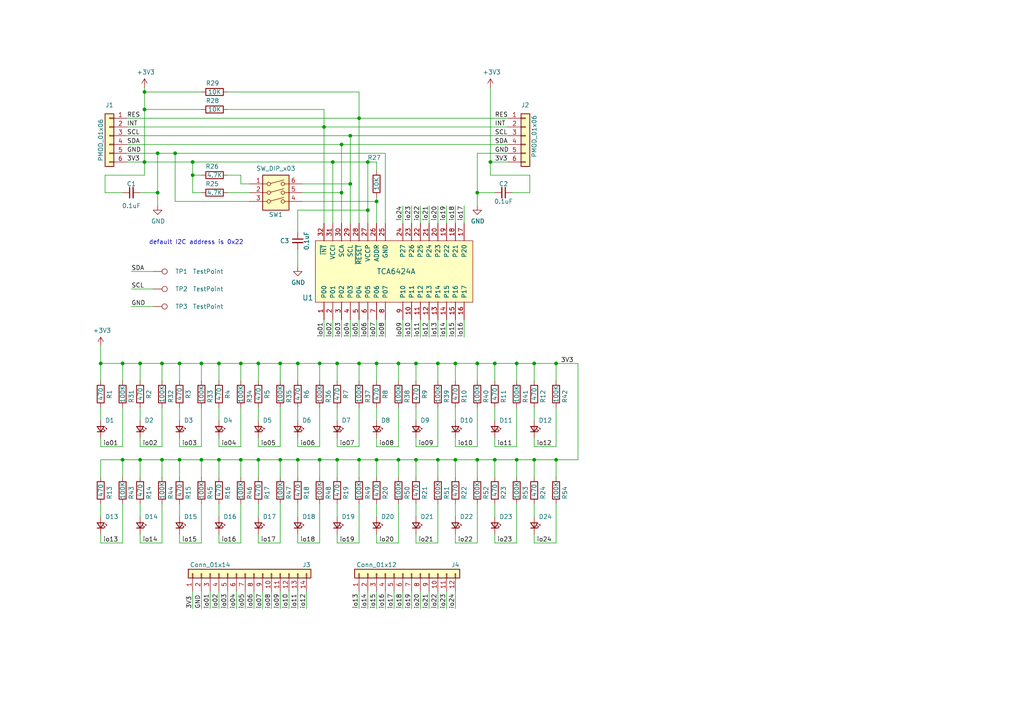
<source format=kicad_sch>
(kicad_sch (version 20230121) (generator eeschema)

  (uuid f2b1e210-36f5-4e27-a8c6-ff1b0ad127b1)

  (paper "A4")

  (title_block
    (title "I2C24IO PMOD Type 6")
    (date "2021-09-19")
    (rev "V1.1")
    (company "FM4DD")
    (comment 1 "2021 (C) FM4DD")
    (comment 3 "License: CC-BY-SA 4.0")
  )

  (lib_symbols
    (symbol "Connector:TestPoint" (pin_numbers hide) (pin_names (offset 0.762) hide) (in_bom yes) (on_board yes)
      (property "Reference" "TP" (at 0 6.858 0)
        (effects (font (size 1.27 1.27)))
      )
      (property "Value" "TestPoint" (at 0 5.08 0)
        (effects (font (size 1.27 1.27)))
      )
      (property "Footprint" "" (at 5.08 0 0)
        (effects (font (size 1.27 1.27)) hide)
      )
      (property "Datasheet" "~" (at 5.08 0 0)
        (effects (font (size 1.27 1.27)) hide)
      )
      (property "ki_keywords" "test point tp" (at 0 0 0)
        (effects (font (size 1.27 1.27)) hide)
      )
      (property "ki_description" "test point" (at 0 0 0)
        (effects (font (size 1.27 1.27)) hide)
      )
      (property "ki_fp_filters" "Pin* Test*" (at 0 0 0)
        (effects (font (size 1.27 1.27)) hide)
      )
      (symbol "TestPoint_0_1"
        (circle (center 0 3.302) (radius 0.762)
          (stroke (width 0) (type default))
          (fill (type none))
        )
      )
      (symbol "TestPoint_1_1"
        (pin passive line (at 0 0 90) (length 2.54)
          (name "1" (effects (font (size 1.27 1.27))))
          (number "1" (effects (font (size 1.27 1.27))))
        )
      )
    )
    (symbol "Connector_Generic:Conn_01x06" (pin_names (offset 1.016) hide) (in_bom yes) (on_board yes)
      (property "Reference" "J" (at 0 7.62 0)
        (effects (font (size 1.27 1.27)))
      )
      (property "Value" "Conn_01x06" (at 0 -10.16 0)
        (effects (font (size 1.27 1.27)))
      )
      (property "Footprint" "" (at 0 0 0)
        (effects (font (size 1.27 1.27)) hide)
      )
      (property "Datasheet" "~" (at 0 0 0)
        (effects (font (size 1.27 1.27)) hide)
      )
      (property "ki_keywords" "connector" (at 0 0 0)
        (effects (font (size 1.27 1.27)) hide)
      )
      (property "ki_description" "Generic connector, single row, 01x06, script generated (kicad-library-utils/schlib/autogen/connector/)" (at 0 0 0)
        (effects (font (size 1.27 1.27)) hide)
      )
      (property "ki_fp_filters" "Connector*:*_1x??_*" (at 0 0 0)
        (effects (font (size 1.27 1.27)) hide)
      )
      (symbol "Conn_01x06_1_1"
        (rectangle (start -1.27 -7.493) (end 0 -7.747)
          (stroke (width 0.1524) (type default))
          (fill (type none))
        )
        (rectangle (start -1.27 -4.953) (end 0 -5.207)
          (stroke (width 0.1524) (type default))
          (fill (type none))
        )
        (rectangle (start -1.27 -2.413) (end 0 -2.667)
          (stroke (width 0.1524) (type default))
          (fill (type none))
        )
        (rectangle (start -1.27 0.127) (end 0 -0.127)
          (stroke (width 0.1524) (type default))
          (fill (type none))
        )
        (rectangle (start -1.27 2.667) (end 0 2.413)
          (stroke (width 0.1524) (type default))
          (fill (type none))
        )
        (rectangle (start -1.27 5.207) (end 0 4.953)
          (stroke (width 0.1524) (type default))
          (fill (type none))
        )
        (rectangle (start -1.27 6.35) (end 1.27 -8.89)
          (stroke (width 0.254) (type default))
          (fill (type background))
        )
        (pin passive line (at -5.08 5.08 0) (length 3.81)
          (name "Pin_1" (effects (font (size 1.27 1.27))))
          (number "1" (effects (font (size 1.27 1.27))))
        )
        (pin passive line (at -5.08 2.54 0) (length 3.81)
          (name "Pin_2" (effects (font (size 1.27 1.27))))
          (number "2" (effects (font (size 1.27 1.27))))
        )
        (pin passive line (at -5.08 0 0) (length 3.81)
          (name "Pin_3" (effects (font (size 1.27 1.27))))
          (number "3" (effects (font (size 1.27 1.27))))
        )
        (pin passive line (at -5.08 -2.54 0) (length 3.81)
          (name "Pin_4" (effects (font (size 1.27 1.27))))
          (number "4" (effects (font (size 1.27 1.27))))
        )
        (pin passive line (at -5.08 -5.08 0) (length 3.81)
          (name "Pin_5" (effects (font (size 1.27 1.27))))
          (number "5" (effects (font (size 1.27 1.27))))
        )
        (pin passive line (at -5.08 -7.62 0) (length 3.81)
          (name "Pin_6" (effects (font (size 1.27 1.27))))
          (number "6" (effects (font (size 1.27 1.27))))
        )
      )
    )
    (symbol "Connector_Generic:Conn_01x12" (pin_names (offset 1.016) hide) (in_bom yes) (on_board yes)
      (property "Reference" "J" (at 0 15.24 0)
        (effects (font (size 1.27 1.27)))
      )
      (property "Value" "Conn_01x12" (at 0 -17.78 0)
        (effects (font (size 1.27 1.27)))
      )
      (property "Footprint" "" (at 0 0 0)
        (effects (font (size 1.27 1.27)) hide)
      )
      (property "Datasheet" "~" (at 0 0 0)
        (effects (font (size 1.27 1.27)) hide)
      )
      (property "ki_keywords" "connector" (at 0 0 0)
        (effects (font (size 1.27 1.27)) hide)
      )
      (property "ki_description" "Generic connector, single row, 01x12, script generated (kicad-library-utils/schlib/autogen/connector/)" (at 0 0 0)
        (effects (font (size 1.27 1.27)) hide)
      )
      (property "ki_fp_filters" "Connector*:*_1x??_*" (at 0 0 0)
        (effects (font (size 1.27 1.27)) hide)
      )
      (symbol "Conn_01x12_1_1"
        (rectangle (start -1.27 -15.113) (end 0 -15.367)
          (stroke (width 0.1524) (type default))
          (fill (type none))
        )
        (rectangle (start -1.27 -12.573) (end 0 -12.827)
          (stroke (width 0.1524) (type default))
          (fill (type none))
        )
        (rectangle (start -1.27 -10.033) (end 0 -10.287)
          (stroke (width 0.1524) (type default))
          (fill (type none))
        )
        (rectangle (start -1.27 -7.493) (end 0 -7.747)
          (stroke (width 0.1524) (type default))
          (fill (type none))
        )
        (rectangle (start -1.27 -4.953) (end 0 -5.207)
          (stroke (width 0.1524) (type default))
          (fill (type none))
        )
        (rectangle (start -1.27 -2.413) (end 0 -2.667)
          (stroke (width 0.1524) (type default))
          (fill (type none))
        )
        (rectangle (start -1.27 0.127) (end 0 -0.127)
          (stroke (width 0.1524) (type default))
          (fill (type none))
        )
        (rectangle (start -1.27 2.667) (end 0 2.413)
          (stroke (width 0.1524) (type default))
          (fill (type none))
        )
        (rectangle (start -1.27 5.207) (end 0 4.953)
          (stroke (width 0.1524) (type default))
          (fill (type none))
        )
        (rectangle (start -1.27 7.747) (end 0 7.493)
          (stroke (width 0.1524) (type default))
          (fill (type none))
        )
        (rectangle (start -1.27 10.287) (end 0 10.033)
          (stroke (width 0.1524) (type default))
          (fill (type none))
        )
        (rectangle (start -1.27 12.827) (end 0 12.573)
          (stroke (width 0.1524) (type default))
          (fill (type none))
        )
        (rectangle (start -1.27 13.97) (end 1.27 -16.51)
          (stroke (width 0.254) (type default))
          (fill (type background))
        )
        (pin passive line (at -5.08 12.7 0) (length 3.81)
          (name "Pin_1" (effects (font (size 1.27 1.27))))
          (number "1" (effects (font (size 1.27 1.27))))
        )
        (pin passive line (at -5.08 -10.16 0) (length 3.81)
          (name "Pin_10" (effects (font (size 1.27 1.27))))
          (number "10" (effects (font (size 1.27 1.27))))
        )
        (pin passive line (at -5.08 -12.7 0) (length 3.81)
          (name "Pin_11" (effects (font (size 1.27 1.27))))
          (number "11" (effects (font (size 1.27 1.27))))
        )
        (pin passive line (at -5.08 -15.24 0) (length 3.81)
          (name "Pin_12" (effects (font (size 1.27 1.27))))
          (number "12" (effects (font (size 1.27 1.27))))
        )
        (pin passive line (at -5.08 10.16 0) (length 3.81)
          (name "Pin_2" (effects (font (size 1.27 1.27))))
          (number "2" (effects (font (size 1.27 1.27))))
        )
        (pin passive line (at -5.08 7.62 0) (length 3.81)
          (name "Pin_3" (effects (font (size 1.27 1.27))))
          (number "3" (effects (font (size 1.27 1.27))))
        )
        (pin passive line (at -5.08 5.08 0) (length 3.81)
          (name "Pin_4" (effects (font (size 1.27 1.27))))
          (number "4" (effects (font (size 1.27 1.27))))
        )
        (pin passive line (at -5.08 2.54 0) (length 3.81)
          (name "Pin_5" (effects (font (size 1.27 1.27))))
          (number "5" (effects (font (size 1.27 1.27))))
        )
        (pin passive line (at -5.08 0 0) (length 3.81)
          (name "Pin_6" (effects (font (size 1.27 1.27))))
          (number "6" (effects (font (size 1.27 1.27))))
        )
        (pin passive line (at -5.08 -2.54 0) (length 3.81)
          (name "Pin_7" (effects (font (size 1.27 1.27))))
          (number "7" (effects (font (size 1.27 1.27))))
        )
        (pin passive line (at -5.08 -5.08 0) (length 3.81)
          (name "Pin_8" (effects (font (size 1.27 1.27))))
          (number "8" (effects (font (size 1.27 1.27))))
        )
        (pin passive line (at -5.08 -7.62 0) (length 3.81)
          (name "Pin_9" (effects (font (size 1.27 1.27))))
          (number "9" (effects (font (size 1.27 1.27))))
        )
      )
    )
    (symbol "Connector_Generic:Conn_01x14" (pin_names (offset 1.016) hide) (in_bom yes) (on_board yes)
      (property "Reference" "J" (at 0 17.78 0)
        (effects (font (size 1.27 1.27)))
      )
      (property "Value" "Conn_01x14" (at 0 -20.32 0)
        (effects (font (size 1.27 1.27)))
      )
      (property "Footprint" "" (at 0 0 0)
        (effects (font (size 1.27 1.27)) hide)
      )
      (property "Datasheet" "~" (at 0 0 0)
        (effects (font (size 1.27 1.27)) hide)
      )
      (property "ki_keywords" "connector" (at 0 0 0)
        (effects (font (size 1.27 1.27)) hide)
      )
      (property "ki_description" "Generic connector, single row, 01x14, script generated (kicad-library-utils/schlib/autogen/connector/)" (at 0 0 0)
        (effects (font (size 1.27 1.27)) hide)
      )
      (property "ki_fp_filters" "Connector*:*_1x??_*" (at 0 0 0)
        (effects (font (size 1.27 1.27)) hide)
      )
      (symbol "Conn_01x14_1_1"
        (rectangle (start -1.27 -17.653) (end 0 -17.907)
          (stroke (width 0.1524) (type default))
          (fill (type none))
        )
        (rectangle (start -1.27 -15.113) (end 0 -15.367)
          (stroke (width 0.1524) (type default))
          (fill (type none))
        )
        (rectangle (start -1.27 -12.573) (end 0 -12.827)
          (stroke (width 0.1524) (type default))
          (fill (type none))
        )
        (rectangle (start -1.27 -10.033) (end 0 -10.287)
          (stroke (width 0.1524) (type default))
          (fill (type none))
        )
        (rectangle (start -1.27 -7.493) (end 0 -7.747)
          (stroke (width 0.1524) (type default))
          (fill (type none))
        )
        (rectangle (start -1.27 -4.953) (end 0 -5.207)
          (stroke (width 0.1524) (type default))
          (fill (type none))
        )
        (rectangle (start -1.27 -2.413) (end 0 -2.667)
          (stroke (width 0.1524) (type default))
          (fill (type none))
        )
        (rectangle (start -1.27 0.127) (end 0 -0.127)
          (stroke (width 0.1524) (type default))
          (fill (type none))
        )
        (rectangle (start -1.27 2.667) (end 0 2.413)
          (stroke (width 0.1524) (type default))
          (fill (type none))
        )
        (rectangle (start -1.27 5.207) (end 0 4.953)
          (stroke (width 0.1524) (type default))
          (fill (type none))
        )
        (rectangle (start -1.27 7.747) (end 0 7.493)
          (stroke (width 0.1524) (type default))
          (fill (type none))
        )
        (rectangle (start -1.27 10.287) (end 0 10.033)
          (stroke (width 0.1524) (type default))
          (fill (type none))
        )
        (rectangle (start -1.27 12.827) (end 0 12.573)
          (stroke (width 0.1524) (type default))
          (fill (type none))
        )
        (rectangle (start -1.27 15.367) (end 0 15.113)
          (stroke (width 0.1524) (type default))
          (fill (type none))
        )
        (rectangle (start -1.27 16.51) (end 1.27 -19.05)
          (stroke (width 0.254) (type default))
          (fill (type background))
        )
        (pin passive line (at -5.08 15.24 0) (length 3.81)
          (name "Pin_1" (effects (font (size 1.27 1.27))))
          (number "1" (effects (font (size 1.27 1.27))))
        )
        (pin passive line (at -5.08 -7.62 0) (length 3.81)
          (name "Pin_10" (effects (font (size 1.27 1.27))))
          (number "10" (effects (font (size 1.27 1.27))))
        )
        (pin passive line (at -5.08 -10.16 0) (length 3.81)
          (name "Pin_11" (effects (font (size 1.27 1.27))))
          (number "11" (effects (font (size 1.27 1.27))))
        )
        (pin passive line (at -5.08 -12.7 0) (length 3.81)
          (name "Pin_12" (effects (font (size 1.27 1.27))))
          (number "12" (effects (font (size 1.27 1.27))))
        )
        (pin passive line (at -5.08 -15.24 0) (length 3.81)
          (name "Pin_13" (effects (font (size 1.27 1.27))))
          (number "13" (effects (font (size 1.27 1.27))))
        )
        (pin passive line (at -5.08 -17.78 0) (length 3.81)
          (name "Pin_14" (effects (font (size 1.27 1.27))))
          (number "14" (effects (font (size 1.27 1.27))))
        )
        (pin passive line (at -5.08 12.7 0) (length 3.81)
          (name "Pin_2" (effects (font (size 1.27 1.27))))
          (number "2" (effects (font (size 1.27 1.27))))
        )
        (pin passive line (at -5.08 10.16 0) (length 3.81)
          (name "Pin_3" (effects (font (size 1.27 1.27))))
          (number "3" (effects (font (size 1.27 1.27))))
        )
        (pin passive line (at -5.08 7.62 0) (length 3.81)
          (name "Pin_4" (effects (font (size 1.27 1.27))))
          (number "4" (effects (font (size 1.27 1.27))))
        )
        (pin passive line (at -5.08 5.08 0) (length 3.81)
          (name "Pin_5" (effects (font (size 1.27 1.27))))
          (number "5" (effects (font (size 1.27 1.27))))
        )
        (pin passive line (at -5.08 2.54 0) (length 3.81)
          (name "Pin_6" (effects (font (size 1.27 1.27))))
          (number "6" (effects (font (size 1.27 1.27))))
        )
        (pin passive line (at -5.08 0 0) (length 3.81)
          (name "Pin_7" (effects (font (size 1.27 1.27))))
          (number "7" (effects (font (size 1.27 1.27))))
        )
        (pin passive line (at -5.08 -2.54 0) (length 3.81)
          (name "Pin_8" (effects (font (size 1.27 1.27))))
          (number "8" (effects (font (size 1.27 1.27))))
        )
        (pin passive line (at -5.08 -5.08 0) (length 3.81)
          (name "Pin_9" (effects (font (size 1.27 1.27))))
          (number "9" (effects (font (size 1.27 1.27))))
        )
      )
    )
    (symbol "Device:C_Small" (pin_numbers hide) (pin_names (offset 0.254) hide) (in_bom yes) (on_board yes)
      (property "Reference" "C" (at 0.254 1.778 0)
        (effects (font (size 1.27 1.27)) (justify left))
      )
      (property "Value" "C_Small" (at 0.254 -2.032 0)
        (effects (font (size 1.27 1.27)) (justify left))
      )
      (property "Footprint" "" (at 0 0 0)
        (effects (font (size 1.27 1.27)) hide)
      )
      (property "Datasheet" "~" (at 0 0 0)
        (effects (font (size 1.27 1.27)) hide)
      )
      (property "ki_keywords" "capacitor cap" (at 0 0 0)
        (effects (font (size 1.27 1.27)) hide)
      )
      (property "ki_description" "Unpolarized capacitor, small symbol" (at 0 0 0)
        (effects (font (size 1.27 1.27)) hide)
      )
      (property "ki_fp_filters" "C_*" (at 0 0 0)
        (effects (font (size 1.27 1.27)) hide)
      )
      (symbol "C_Small_0_1"
        (polyline
          (pts
            (xy -1.524 -0.508)
            (xy 1.524 -0.508)
          )
          (stroke (width 0.3302) (type default))
          (fill (type none))
        )
        (polyline
          (pts
            (xy -1.524 0.508)
            (xy 1.524 0.508)
          )
          (stroke (width 0.3048) (type default))
          (fill (type none))
        )
      )
      (symbol "C_Small_1_1"
        (pin passive line (at 0 2.54 270) (length 2.032)
          (name "~" (effects (font (size 1.27 1.27))))
          (number "1" (effects (font (size 1.27 1.27))))
        )
        (pin passive line (at 0 -2.54 90) (length 2.032)
          (name "~" (effects (font (size 1.27 1.27))))
          (number "2" (effects (font (size 1.27 1.27))))
        )
      )
    )
    (symbol "Device:LED_Small" (pin_numbers hide) (pin_names (offset 0.254) hide) (in_bom yes) (on_board yes)
      (property "Reference" "D" (at -1.27 3.175 0)
        (effects (font (size 1.27 1.27)) (justify left))
      )
      (property "Value" "LED_Small" (at -4.445 -2.54 0)
        (effects (font (size 1.27 1.27)) (justify left))
      )
      (property "Footprint" "" (at 0 0 90)
        (effects (font (size 1.27 1.27)) hide)
      )
      (property "Datasheet" "~" (at 0 0 90)
        (effects (font (size 1.27 1.27)) hide)
      )
      (property "ki_keywords" "LED diode light-emitting-diode" (at 0 0 0)
        (effects (font (size 1.27 1.27)) hide)
      )
      (property "ki_description" "Light emitting diode, small symbol" (at 0 0 0)
        (effects (font (size 1.27 1.27)) hide)
      )
      (property "ki_fp_filters" "LED* LED_SMD:* LED_THT:*" (at 0 0 0)
        (effects (font (size 1.27 1.27)) hide)
      )
      (symbol "LED_Small_0_1"
        (polyline
          (pts
            (xy -0.762 -1.016)
            (xy -0.762 1.016)
          )
          (stroke (width 0.254) (type default))
          (fill (type none))
        )
        (polyline
          (pts
            (xy 1.016 0)
            (xy -0.762 0)
          )
          (stroke (width 0) (type default))
          (fill (type none))
        )
        (polyline
          (pts
            (xy 0.762 -1.016)
            (xy -0.762 0)
            (xy 0.762 1.016)
            (xy 0.762 -1.016)
          )
          (stroke (width 0.254) (type default))
          (fill (type none))
        )
        (polyline
          (pts
            (xy 0 0.762)
            (xy -0.508 1.27)
            (xy -0.254 1.27)
            (xy -0.508 1.27)
            (xy -0.508 1.016)
          )
          (stroke (width 0) (type default))
          (fill (type none))
        )
        (polyline
          (pts
            (xy 0.508 1.27)
            (xy 0 1.778)
            (xy 0.254 1.778)
            (xy 0 1.778)
            (xy 0 1.524)
          )
          (stroke (width 0) (type default))
          (fill (type none))
        )
      )
      (symbol "LED_Small_1_1"
        (pin passive line (at -2.54 0 0) (length 1.778)
          (name "K" (effects (font (size 1.27 1.27))))
          (number "1" (effects (font (size 1.27 1.27))))
        )
        (pin passive line (at 2.54 0 180) (length 1.778)
          (name "A" (effects (font (size 1.27 1.27))))
          (number "2" (effects (font (size 1.27 1.27))))
        )
      )
    )
    (symbol "Device:R" (pin_numbers hide) (pin_names (offset 0)) (in_bom yes) (on_board yes)
      (property "Reference" "R" (at 2.032 0 90)
        (effects (font (size 1.27 1.27)))
      )
      (property "Value" "R" (at 0 0 90)
        (effects (font (size 1.27 1.27)))
      )
      (property "Footprint" "" (at -1.778 0 90)
        (effects (font (size 1.27 1.27)) hide)
      )
      (property "Datasheet" "~" (at 0 0 0)
        (effects (font (size 1.27 1.27)) hide)
      )
      (property "ki_keywords" "R res resistor" (at 0 0 0)
        (effects (font (size 1.27 1.27)) hide)
      )
      (property "ki_description" "Resistor" (at 0 0 0)
        (effects (font (size 1.27 1.27)) hide)
      )
      (property "ki_fp_filters" "R_*" (at 0 0 0)
        (effects (font (size 1.27 1.27)) hide)
      )
      (symbol "R_0_1"
        (rectangle (start -1.016 -2.54) (end 1.016 2.54)
          (stroke (width 0.254) (type default))
          (fill (type none))
        )
      )
      (symbol "R_1_1"
        (pin passive line (at 0 3.81 270) (length 1.27)
          (name "~" (effects (font (size 1.27 1.27))))
          (number "1" (effects (font (size 1.27 1.27))))
        )
        (pin passive line (at 0 -3.81 90) (length 1.27)
          (name "~" (effects (font (size 1.27 1.27))))
          (number "2" (effects (font (size 1.27 1.27))))
        )
      )
    )
    (symbol "FM4DD:TCA6424A" (pin_names (offset 1.016)) (in_bom yes) (on_board yes)
      (property "Reference" "U?" (at -6.35 -24.13 0)
        (effects (font (size 1.524 1.524)))
      )
      (property "Value" "TCA6424A" (at 0 25.4 0)
        (effects (font (size 1.524 1.524)))
      )
      (property "Footprint" "FM4DD:UQFN-32-1EP_5x5mm_P0.5mm_EP3.15x3.15mm_ThermalVias" (at 3.81 -26.67 0)
        (effects (font (size 1.524 1.524)) hide)
      )
      (property "Datasheet" "https://www.ti.com/lit/ds/symlink/tca6424.pdf" (at 0 10.16 0)
        (effects (font (size 1.524 1.524)) hide)
      )
      (property "Vendor" "JLCPCB" (at 0 -29.21 0)
        (effects (font (size 1.524 1.524)) hide)
      )
      (property "Vendor Part Number" "C80692" (at 0 -24.13 0)
        (effects (font (size 1.524 1.524)) hide)
      )
      (property "ki_keywords" "I/O Expander" (at 0 0 0)
        (effects (font (size 1.27 1.27)) hide)
      )
      (property "ki_description" "24-Bit I2C and SMBus I/O Expander w. Interrupt and Reset" (at 0 0 0)
        (effects (font (size 1.27 1.27)) hide)
      )
      (symbol "TCA6424A_0_1"
        (rectangle (start -8.89 22.86) (end 8.89 -22.86)
          (stroke (width 0) (type default))
          (fill (type background))
        )
      )
      (symbol "TCA6424A_1_1"
        (pin bidirectional line (at -13.97 20.32 0) (length 5.08)
          (name "P00" (effects (font (size 1.27 1.27))))
          (number "1" (effects (font (size 1.27 1.27))))
        )
        (pin bidirectional line (at -13.97 -5.08 0) (length 5.1308)
          (name "P11" (effects (font (size 1.27 1.27))))
          (number "10" (effects (font (size 1.27 1.27))))
        )
        (pin bidirectional line (at -13.97 -7.62 0) (length 5.1308)
          (name "P12" (effects (font (size 1.27 1.27))))
          (number "11" (effects (font (size 1.27 1.27))))
        )
        (pin bidirectional line (at -13.97 -10.16 0) (length 5.1308)
          (name "P13" (effects (font (size 1.27 1.27))))
          (number "12" (effects (font (size 1.27 1.27))))
        )
        (pin bidirectional line (at -13.97 -12.7 0) (length 5.1308)
          (name "P14" (effects (font (size 1.27 1.27))))
          (number "13" (effects (font (size 1.27 1.27))))
        )
        (pin bidirectional line (at -13.97 -15.24 0) (length 5.1308)
          (name "P15" (effects (font (size 1.27 1.27))))
          (number "14" (effects (font (size 1.27 1.27))))
        )
        (pin bidirectional line (at -13.97 -17.78 0) (length 5.1308)
          (name "P16" (effects (font (size 1.27 1.27))))
          (number "15" (effects (font (size 1.27 1.27))))
        )
        (pin bidirectional line (at -13.97 -20.32 0) (length 5.1308)
          (name "P17" (effects (font (size 1.27 1.27))))
          (number "16" (effects (font (size 1.27 1.27))))
        )
        (pin bidirectional line (at 13.97 -20.32 180) (length 5.08)
          (name "P20" (effects (font (size 1.27 1.27))))
          (number "17" (effects (font (size 1.27 1.27))))
        )
        (pin bidirectional line (at 13.97 -17.78 180) (length 5.08)
          (name "P21" (effects (font (size 1.27 1.27))))
          (number "18" (effects (font (size 1.27 1.27))))
        )
        (pin bidirectional line (at 13.97 -15.24 180) (length 5.08)
          (name "P22" (effects (font (size 1.27 1.27))))
          (number "19" (effects (font (size 1.27 1.27))))
        )
        (pin bidirectional line (at -13.97 17.78 0) (length 5.08)
          (name "P01" (effects (font (size 1.27 1.27))))
          (number "2" (effects (font (size 1.27 1.27))))
        )
        (pin bidirectional line (at 13.97 -12.7 180) (length 5.08)
          (name "P23" (effects (font (size 1.27 1.27))))
          (number "20" (effects (font (size 1.27 1.27))))
        )
        (pin bidirectional line (at 13.97 -10.16 180) (length 5.08)
          (name "P24" (effects (font (size 1.27 1.27))))
          (number "21" (effects (font (size 1.27 1.27))))
        )
        (pin bidirectional line (at 13.97 -7.62 180) (length 5.08)
          (name "P25" (effects (font (size 1.27 1.27))))
          (number "22" (effects (font (size 1.27 1.27))))
        )
        (pin tri_state line (at 13.97 -5.08 180) (length 5.08)
          (name "P26" (effects (font (size 1.27 1.27))))
          (number "23" (effects (font (size 1.27 1.27))))
        )
        (pin tri_state line (at 13.97 -2.54 180) (length 5.08)
          (name "P27" (effects (font (size 1.27 1.27))))
          (number "24" (effects (font (size 1.27 1.27))))
        )
        (pin power_in line (at 13.97 2.54 180) (length 5.08)
          (name "GND" (effects (font (size 1.27 1.27))))
          (number "25" (effects (font (size 1.27 1.27))))
        )
        (pin input line (at 13.97 5.08 180) (length 5.08)
          (name "ADDR" (effects (font (size 1.27 1.27))))
          (number "26" (effects (font (size 1.27 1.27))))
        )
        (pin power_in line (at 13.97 7.62 180) (length 5.08)
          (name "VCCP" (effects (font (size 1.27 1.27))))
          (number "27" (effects (font (size 1.27 1.27))))
        )
        (pin input line (at 13.97 10.16 180) (length 5.08)
          (name "~{RESET}" (effects (font (size 1.27 1.27))))
          (number "28" (effects (font (size 1.27 1.27))))
        )
        (pin input line (at 13.97 12.7 180) (length 5.1308)
          (name "SCL" (effects (font (size 1.27 1.27))))
          (number "29" (effects (font (size 1.27 1.27))))
        )
        (pin bidirectional line (at -13.97 15.24 0) (length 5.08)
          (name "P02" (effects (font (size 1.27 1.27))))
          (number "3" (effects (font (size 1.27 1.27))))
        )
        (pin bidirectional line (at 13.97 15.24 180) (length 5.1308)
          (name "SCA" (effects (font (size 1.27 1.27))))
          (number "30" (effects (font (size 1.27 1.27))))
        )
        (pin power_in line (at 13.97 17.78 180) (length 5.1308)
          (name "VCCI" (effects (font (size 1.27 1.27))))
          (number "31" (effects (font (size 1.27 1.27))))
        )
        (pin output line (at 13.97 20.32 180) (length 5.1308)
          (name "~{INT}" (effects (font (size 1.27 1.27))))
          (number "32" (effects (font (size 1.27 1.27))))
        )
        (pin bidirectional line (at -13.97 12.7 0) (length 5.08)
          (name "P03" (effects (font (size 1.27 1.27))))
          (number "4" (effects (font (size 1.27 1.27))))
        )
        (pin bidirectional line (at -13.97 10.16 0) (length 5.08)
          (name "P04" (effects (font (size 1.27 1.27))))
          (number "5" (effects (font (size 1.27 1.27))))
        )
        (pin bidirectional line (at -13.97 7.62 0) (length 5.08)
          (name "P05" (effects (font (size 1.27 1.27))))
          (number "6" (effects (font (size 1.27 1.27))))
        )
        (pin bidirectional line (at -13.97 5.08 0) (length 5.08)
          (name "P06" (effects (font (size 1.27 1.27))))
          (number "7" (effects (font (size 1.27 1.27))))
        )
        (pin bidirectional line (at -13.97 2.54 0) (length 5.08)
          (name "P07" (effects (font (size 1.27 1.27))))
          (number "8" (effects (font (size 1.27 1.27))))
        )
        (pin bidirectional line (at -13.97 -2.54 0) (length 5.1308)
          (name "P10" (effects (font (size 1.27 1.27))))
          (number "9" (effects (font (size 1.27 1.27))))
        )
      )
    )
    (symbol "Switch:SW_DIP_x03" (pin_names (offset 0) hide) (in_bom yes) (on_board yes)
      (property "Reference" "SW" (at 0 8.89 0)
        (effects (font (size 1.27 1.27)))
      )
      (property "Value" "SW_DIP_x03" (at 0 -3.81 0)
        (effects (font (size 1.27 1.27)))
      )
      (property "Footprint" "" (at 0 0 0)
        (effects (font (size 1.27 1.27)) hide)
      )
      (property "Datasheet" "~" (at 0 0 0)
        (effects (font (size 1.27 1.27)) hide)
      )
      (property "ki_keywords" "dip switch" (at 0 0 0)
        (effects (font (size 1.27 1.27)) hide)
      )
      (property "ki_description" "3x DIP Switch, Single Pole Single Throw (SPST) switch, small symbol" (at 0 0 0)
        (effects (font (size 1.27 1.27)) hide)
      )
      (property "ki_fp_filters" "SW?DIP?x3*" (at 0 0 0)
        (effects (font (size 1.27 1.27)) hide)
      )
      (symbol "SW_DIP_x03_0_0"
        (circle (center -2.032 0) (radius 0.508)
          (stroke (width 0) (type default))
          (fill (type none))
        )
        (circle (center -2.032 2.54) (radius 0.508)
          (stroke (width 0) (type default))
          (fill (type none))
        )
        (circle (center -2.032 5.08) (radius 0.508)
          (stroke (width 0) (type default))
          (fill (type none))
        )
        (polyline
          (pts
            (xy -1.524 0.127)
            (xy 2.3622 1.1684)
          )
          (stroke (width 0) (type default))
          (fill (type none))
        )
        (polyline
          (pts
            (xy -1.524 2.667)
            (xy 2.3622 3.7084)
          )
          (stroke (width 0) (type default))
          (fill (type none))
        )
        (polyline
          (pts
            (xy -1.524 5.207)
            (xy 2.3622 6.2484)
          )
          (stroke (width 0) (type default))
          (fill (type none))
        )
        (circle (center 2.032 0) (radius 0.508)
          (stroke (width 0) (type default))
          (fill (type none))
        )
        (circle (center 2.032 2.54) (radius 0.508)
          (stroke (width 0) (type default))
          (fill (type none))
        )
        (circle (center 2.032 5.08) (radius 0.508)
          (stroke (width 0) (type default))
          (fill (type none))
        )
      )
      (symbol "SW_DIP_x03_0_1"
        (rectangle (start -3.81 7.62) (end 3.81 -2.54)
          (stroke (width 0.254) (type default))
          (fill (type background))
        )
      )
      (symbol "SW_DIP_x03_1_1"
        (pin passive line (at -7.62 5.08 0) (length 5.08)
          (name "~" (effects (font (size 1.27 1.27))))
          (number "1" (effects (font (size 1.27 1.27))))
        )
        (pin passive line (at -7.62 2.54 0) (length 5.08)
          (name "~" (effects (font (size 1.27 1.27))))
          (number "2" (effects (font (size 1.27 1.27))))
        )
        (pin passive line (at -7.62 0 0) (length 5.08)
          (name "~" (effects (font (size 1.27 1.27))))
          (number "3" (effects (font (size 1.27 1.27))))
        )
        (pin passive line (at 7.62 0 180) (length 5.08)
          (name "~" (effects (font (size 1.27 1.27))))
          (number "4" (effects (font (size 1.27 1.27))))
        )
        (pin passive line (at 7.62 2.54 180) (length 5.08)
          (name "~" (effects (font (size 1.27 1.27))))
          (number "5" (effects (font (size 1.27 1.27))))
        )
        (pin passive line (at 7.62 5.08 180) (length 5.08)
          (name "~" (effects (font (size 1.27 1.27))))
          (number "6" (effects (font (size 1.27 1.27))))
        )
      )
    )
    (symbol "power:+3V3" (power) (pin_names (offset 0)) (in_bom yes) (on_board yes)
      (property "Reference" "#PWR" (at 0 -3.81 0)
        (effects (font (size 1.27 1.27)) hide)
      )
      (property "Value" "+3V3" (at 0 3.556 0)
        (effects (font (size 1.27 1.27)))
      )
      (property "Footprint" "" (at 0 0 0)
        (effects (font (size 1.27 1.27)) hide)
      )
      (property "Datasheet" "" (at 0 0 0)
        (effects (font (size 1.27 1.27)) hide)
      )
      (property "ki_keywords" "global power" (at 0 0 0)
        (effects (font (size 1.27 1.27)) hide)
      )
      (property "ki_description" "Power symbol creates a global label with name \"+3V3\"" (at 0 0 0)
        (effects (font (size 1.27 1.27)) hide)
      )
      (symbol "+3V3_0_1"
        (polyline
          (pts
            (xy -0.762 1.27)
            (xy 0 2.54)
          )
          (stroke (width 0) (type default))
          (fill (type none))
        )
        (polyline
          (pts
            (xy 0 0)
            (xy 0 2.54)
          )
          (stroke (width 0) (type default))
          (fill (type none))
        )
        (polyline
          (pts
            (xy 0 2.54)
            (xy 0.762 1.27)
          )
          (stroke (width 0) (type default))
          (fill (type none))
        )
      )
      (symbol "+3V3_1_1"
        (pin power_in line (at 0 0 90) (length 0) hide
          (name "+3V3" (effects (font (size 1.27 1.27))))
          (number "1" (effects (font (size 1.27 1.27))))
        )
      )
    )
    (symbol "power:GND" (power) (pin_names (offset 0)) (in_bom yes) (on_board yes)
      (property "Reference" "#PWR" (at 0 -6.35 0)
        (effects (font (size 1.27 1.27)) hide)
      )
      (property "Value" "GND" (at 0 -3.81 0)
        (effects (font (size 1.27 1.27)))
      )
      (property "Footprint" "" (at 0 0 0)
        (effects (font (size 1.27 1.27)) hide)
      )
      (property "Datasheet" "" (at 0 0 0)
        (effects (font (size 1.27 1.27)) hide)
      )
      (property "ki_keywords" "global power" (at 0 0 0)
        (effects (font (size 1.27 1.27)) hide)
      )
      (property "ki_description" "Power symbol creates a global label with name \"GND\" , ground" (at 0 0 0)
        (effects (font (size 1.27 1.27)) hide)
      )
      (symbol "GND_0_1"
        (polyline
          (pts
            (xy 0 0)
            (xy 0 -1.27)
            (xy 1.27 -1.27)
            (xy 0 -2.54)
            (xy -1.27 -1.27)
            (xy 0 -1.27)
          )
          (stroke (width 0) (type default))
          (fill (type none))
        )
      )
      (symbol "GND_1_1"
        (pin power_in line (at 0 0 270) (length 0) hide
          (name "GND" (effects (font (size 1.27 1.27))))
          (number "1" (effects (font (size 1.27 1.27))))
        )
      )
    )
  )

  (junction (at 97.79 133.35) (diameter 0) (color 0 0 0 0)
    (uuid 04f2183a-6700-463a-98d6-1004725c9373)
  )
  (junction (at 161.29 133.35) (diameter 0) (color 0 0 0 0)
    (uuid 08018552-0294-40c7-b439-7cb8a3779c79)
  )
  (junction (at 109.22 105.41) (diameter 0) (color 0 0 0 0)
    (uuid 08336213-323e-4d76-96e8-222689d6700d)
  )
  (junction (at 115.57 133.35) (diameter 0) (color 0 0 0 0)
    (uuid 09154fab-be57-4438-8a07-77b141350c8f)
  )
  (junction (at 127 105.41) (diameter 0) (color 0 0 0 0)
    (uuid 0bb88135-fe4c-4cfe-8e9a-8962a19afdc6)
  )
  (junction (at 138.43 133.35) (diameter 0) (color 0 0 0 0)
    (uuid 0e7b05cd-52ee-492a-9247-9a3c917c9c28)
  )
  (junction (at 50.8 44.45) (diameter 0) (color 0 0 0 0)
    (uuid 0f9049ec-7249-49ec-8037-48645bee03f7)
  )
  (junction (at 104.14 133.35) (diameter 0) (color 0 0 0 0)
    (uuid 118904ec-8478-49c2-8add-c628fd503379)
  )
  (junction (at 55.88 50.8) (diameter 0) (color 0 0 0 0)
    (uuid 11890966-b8ba-431c-a1b4-9c7ba40926b5)
  )
  (junction (at 40.64 105.41) (diameter 0) (color 0 0 0 0)
    (uuid 1726c2d5-f001-4f36-ad5e-187f94312e81)
  )
  (junction (at 120.65 133.35) (diameter 0) (color 0 0 0 0)
    (uuid 1a359399-8fb1-4f10-8213-4fc75f4ae5e8)
  )
  (junction (at 40.64 133.35) (diameter 0) (color 0 0 0 0)
    (uuid 1c95fb2e-4d45-4988-8374-61d36e3b1e83)
  )
  (junction (at 97.79 105.41) (diameter 0) (color 0 0 0 0)
    (uuid 20ccd71e-a2ac-4ec4-af46-8b141bdf89b5)
  )
  (junction (at 69.85 133.35) (diameter 0) (color 0 0 0 0)
    (uuid 21bf81da-ec1c-4d94-a254-20be6ada247a)
  )
  (junction (at 138.43 105.41) (diameter 0) (color 0 0 0 0)
    (uuid 24dc3656-3d3f-4d32-964c-7cda2fdd5ebb)
  )
  (junction (at 41.91 26.67) (diameter 0) (color 0 0 0 0)
    (uuid 287a8cf7-3de4-4617-822f-db28f67652cd)
  )
  (junction (at 58.42 105.41) (diameter 0) (color 0 0 0 0)
    (uuid 292d9d1a-e9d3-4dca-b362-15a2f722191e)
  )
  (junction (at 127 133.35) (diameter 0) (color 0 0 0 0)
    (uuid 2b11cb1c-8915-4740-ad1e-e920488bccad)
  )
  (junction (at 41.91 46.99) (diameter 0) (color 0 0 0 0)
    (uuid 2b5582b1-8858-45b1-acf8-9c8c4cd4956d)
  )
  (junction (at 55.88 46.99) (diameter 0) (color 0 0 0 0)
    (uuid 2c7e7a15-c94b-4ef6-8d9f-a6b92fe25dd0)
  )
  (junction (at 58.42 133.35) (diameter 0) (color 0 0 0 0)
    (uuid 34000b68-af3f-4269-a518-1f9ddfaca5da)
  )
  (junction (at 52.07 133.35) (diameter 0) (color 0 0 0 0)
    (uuid 3a612069-1e32-4c74-a673-0aec2c7e9ded)
  )
  (junction (at 138.43 55.88) (diameter 0) (color 0 0 0 0)
    (uuid 3c711bb9-4867-423c-9e89-cc62bcaa5289)
  )
  (junction (at 142.24 46.99) (diameter 0) (color 0 0 0 0)
    (uuid 51f60230-654e-422e-818c-b23f7e428967)
  )
  (junction (at 45.72 44.45) (diameter 0) (color 0 0 0 0)
    (uuid 54bc5da1-cc4c-4be2-b431-def765495eff)
  )
  (junction (at 106.68 60.96) (diameter 0) (color 0 0 0 0)
    (uuid 59bc090a-a659-42ee-93f9-5fdea9141d3a)
  )
  (junction (at 104.14 34.29) (diameter 0) (color 0 0 0 0)
    (uuid 5d6a9d95-9d90-4ab4-b591-58d30a9e0df2)
  )
  (junction (at 149.86 105.41) (diameter 0) (color 0 0 0 0)
    (uuid 6b468bc5-23ef-4687-bbf3-7d86bd06f28b)
  )
  (junction (at 99.06 41.91) (diameter 0) (color 0 0 0 0)
    (uuid 6c25f851-cc63-4e7f-a237-d51e6ec4c0e2)
  )
  (junction (at 104.14 105.41) (diameter 0) (color 0 0 0 0)
    (uuid 6c6694f4-0e62-4488-8773-802382ad58e8)
  )
  (junction (at 154.94 133.35) (diameter 0) (color 0 0 0 0)
    (uuid 6ee5aa3b-59e7-4845-a1ef-73aad21b3c76)
  )
  (junction (at 63.5 105.41) (diameter 0) (color 0 0 0 0)
    (uuid 7ffc6c7b-ccb3-41b9-afa5-5db51a617387)
  )
  (junction (at 35.56 133.35) (diameter 0) (color 0 0 0 0)
    (uuid 86fd0f3a-38af-4335-a906-41d765f2d22e)
  )
  (junction (at 63.5 133.35) (diameter 0) (color 0 0 0 0)
    (uuid 884023fc-1dcd-44cf-a546-020bea070d0d)
  )
  (junction (at 143.51 105.41) (diameter 0) (color 0 0 0 0)
    (uuid 8af8c052-472e-4d7f-b9b7-8ea0ea9a25b7)
  )
  (junction (at 74.93 105.41) (diameter 0) (color 0 0 0 0)
    (uuid 8d70030c-2818-4dbf-8635-0cb1d5c0c91f)
  )
  (junction (at 74.93 133.35) (diameter 0) (color 0 0 0 0)
    (uuid 8de7b6a4-8424-4202-a1df-ed4a4f066c0b)
  )
  (junction (at 101.6 53.34) (diameter 0) (color 0 0 0 0)
    (uuid 8e48945c-41a6-4a7a-b8c4-e44d7a7e5dcb)
  )
  (junction (at 109.22 58.42) (diameter 0) (color 0 0 0 0)
    (uuid 93427959-86f5-41a0-b211-a5e5f018f8e4)
  )
  (junction (at 143.51 133.35) (diameter 0) (color 0 0 0 0)
    (uuid 984369d1-823a-4bda-84db-065ffb5e47b4)
  )
  (junction (at 132.08 133.35) (diameter 0) (color 0 0 0 0)
    (uuid a1bd0660-dcf9-4661-be44-54e07c710291)
  )
  (junction (at 161.29 105.41) (diameter 0) (color 0 0 0 0)
    (uuid a544b6f5-8635-4749-8637-7fe313e6ee35)
  )
  (junction (at 69.85 105.41) (diameter 0) (color 0 0 0 0)
    (uuid a7f4abfe-8514-42a7-a83f-33fa53a3af7f)
  )
  (junction (at 132.08 105.41) (diameter 0) (color 0 0 0 0)
    (uuid a8400d4f-8358-468e-b6f6-4151978335ae)
  )
  (junction (at 29.21 105.41) (diameter 0) (color 0 0 0 0)
    (uuid a9888e8e-256e-4795-9f3d-37e2c24f68df)
  )
  (junction (at 120.65 105.41) (diameter 0) (color 0 0 0 0)
    (uuid aad015f1-fd13-4205-9a89-8fa911d776be)
  )
  (junction (at 154.94 105.41) (diameter 0) (color 0 0 0 0)
    (uuid ab27fabc-4fbe-40af-86ee-573eb70f696a)
  )
  (junction (at 96.52 46.99) (diameter 0) (color 0 0 0 0)
    (uuid af1d5fad-bfa9-470d-8a9f-a02b295b9680)
  )
  (junction (at 101.6 39.37) (diameter 0) (color 0 0 0 0)
    (uuid af5aa484-1a60-4fc5-864e-f159fa05ab90)
  )
  (junction (at 115.57 105.41) (diameter 0) (color 0 0 0 0)
    (uuid ba017ce2-fde5-445d-9915-0c956312a580)
  )
  (junction (at 81.28 133.35) (diameter 0) (color 0 0 0 0)
    (uuid bb1506bf-8f8d-4736-a682-24f44ce07159)
  )
  (junction (at 86.36 105.41) (diameter 0) (color 0 0 0 0)
    (uuid bc096f92-2860-4846-957c-e3728bf9d327)
  )
  (junction (at 92.71 105.41) (diameter 0) (color 0 0 0 0)
    (uuid c002ffad-583c-423b-b8f3-79dc2c3bc051)
  )
  (junction (at 46.99 105.41) (diameter 0) (color 0 0 0 0)
    (uuid c0fd07b8-ebe7-454f-bd8a-30c631fd64a3)
  )
  (junction (at 52.07 105.41) (diameter 0) (color 0 0 0 0)
    (uuid d19e3a83-b90a-4ed5-ae4f-1617712d4dd6)
  )
  (junction (at 149.86 133.35) (diameter 0) (color 0 0 0 0)
    (uuid d7e2e6dc-51ca-40ea-bccc-b960aed67d83)
  )
  (junction (at 81.28 105.41) (diameter 0) (color 0 0 0 0)
    (uuid db8aafcb-167a-49be-9307-afe5a8cacb09)
  )
  (junction (at 86.36 133.35) (diameter 0) (color 0 0 0 0)
    (uuid e1d4a527-a582-4211-881b-3b7ce0babc16)
  )
  (junction (at 109.22 133.35) (diameter 0) (color 0 0 0 0)
    (uuid e42cbd33-963c-4e6c-ad49-e2ccfb20ca1c)
  )
  (junction (at 41.91 31.75) (diameter 0) (color 0 0 0 0)
    (uuid e6956b82-684d-4e27-b800-554fdbe60469)
  )
  (junction (at 99.06 55.88) (diameter 0) (color 0 0 0 0)
    (uuid ed6cf288-d1c4-483a-8f21-ebcdf22f84df)
  )
  (junction (at 106.68 46.99) (diameter 0) (color 0 0 0 0)
    (uuid eead3a4c-f5bd-483f-bc48-b029ef9d61f4)
  )
  (junction (at 92.71 133.35) (diameter 0) (color 0 0 0 0)
    (uuid eef0f04f-f63b-4022-9d2a-02077f1707ec)
  )
  (junction (at 46.99 133.35) (diameter 0) (color 0 0 0 0)
    (uuid f49275d6-87b2-42cd-b232-1cf54d414669)
  )
  (junction (at 35.56 105.41) (diameter 0) (color 0 0 0 0)
    (uuid fc3296e1-2c33-47d6-b647-e231cd251081)
  )
  (junction (at 45.72 55.88) (diameter 0) (color 0 0 0 0)
    (uuid fdbf1e65-b505-400a-b870-3254bcb58081)
  )
  (junction (at 93.98 36.83) (diameter 0) (color 0 0 0 0)
    (uuid ff67d941-c56c-4079-a549-079fcd658c35)
  )

  (wire (pts (xy 58.42 105.41) (xy 63.5 105.41))
    (stroke (width 0) (type default))
    (uuid 01149628-fb7c-42bd-b881-fcf03d7f4ab0)
  )
  (wire (pts (xy 106.68 46.99) (xy 106.68 60.96))
    (stroke (width 0) (type default))
    (uuid 021190c0-2d2e-44b0-8982-d1beda56c40b)
  )
  (wire (pts (xy 35.56 118.11) (xy 35.56 129.54))
    (stroke (width 0) (type default))
    (uuid 06539d8a-4b40-4a05-a113-bcc53aafbff6)
  )
  (wire (pts (xy 104.14 146.05) (xy 104.14 157.48))
    (stroke (width 0) (type default))
    (uuid 09c0734a-de6b-48b6-af51-f379a30043ed)
  )
  (wire (pts (xy 74.93 129.54) (xy 74.93 127))
    (stroke (width 0) (type default))
    (uuid 0a21b0f5-49db-4704-8a39-9f2082430abe)
  )
  (wire (pts (xy 55.88 50.8) (xy 55.88 46.99))
    (stroke (width 0) (type default))
    (uuid 0a4fef24-db61-40dd-825f-bf7ec4ae06fd)
  )
  (wire (pts (xy 40.64 157.48) (xy 46.99 157.48))
    (stroke (width 0) (type default))
    (uuid 0c94849f-5cfe-4c8e-9915-6c0fbbf8c5de)
  )
  (wire (pts (xy 115.57 105.41) (xy 120.65 105.41))
    (stroke (width 0) (type default))
    (uuid 0caf9c84-a76a-4d02-9294-b847be58a7eb)
  )
  (wire (pts (xy 58.42 146.05) (xy 58.42 157.48))
    (stroke (width 0) (type default))
    (uuid 0dadea54-e3be-4c3e-a128-e84e2ad1de74)
  )
  (wire (pts (xy 92.71 133.35) (xy 92.71 138.43))
    (stroke (width 0) (type default))
    (uuid 0db87cea-4fd6-418b-842b-b5890af9e8cb)
  )
  (wire (pts (xy 111.76 92.71) (xy 111.76 97.79))
    (stroke (width 0) (type default))
    (uuid 0dce2fa0-3061-4d44-8392-63202ab06cf6)
  )
  (wire (pts (xy 35.56 133.35) (xy 35.56 138.43))
    (stroke (width 0) (type default))
    (uuid 0dd3f977-d297-498a-ac98-822c32b89dda)
  )
  (wire (pts (xy 52.07 110.49) (xy 52.07 105.41))
    (stroke (width 0) (type default))
    (uuid 0f88f532-a61b-46d3-aa9f-a640519483f0)
  )
  (wire (pts (xy 127 118.11) (xy 127 129.54))
    (stroke (width 0) (type default))
    (uuid 1185cccd-0744-4095-9b95-13975fa03e11)
  )
  (wire (pts (xy 63.5 138.43) (xy 63.5 133.35))
    (stroke (width 0) (type default))
    (uuid 12178cfc-c1b5-49cd-8bd0-a8917b818a23)
  )
  (wire (pts (xy 58.42 129.54) (xy 52.07 129.54))
    (stroke (width 0) (type default))
    (uuid 1261cb2d-8039-41f8-9cb4-c04b34bf7827)
  )
  (wire (pts (xy 161.29 146.05) (xy 161.29 157.48))
    (stroke (width 0) (type default))
    (uuid 13e44bd4-5e22-4bcb-8739-db80106ae634)
  )
  (wire (pts (xy 58.42 105.41) (xy 58.42 110.49))
    (stroke (width 0) (type default))
    (uuid 16d9fd08-0691-43f5-bef3-90cec442a313)
  )
  (wire (pts (xy 76.2 171.45) (xy 76.2 176.53))
    (stroke (width 0) (type default))
    (uuid 1a343df4-f016-44ce-ab44-36f10ae2c1b1)
  )
  (wire (pts (xy 74.93 110.49) (xy 74.93 105.41))
    (stroke (width 0) (type default))
    (uuid 1a36e40d-6add-4d57-a8a3-f3dcbaa4756d)
  )
  (wire (pts (xy 63.5 149.86) (xy 63.5 146.05))
    (stroke (width 0) (type default))
    (uuid 1a9778bd-b300-40a7-9713-dad558392d4d)
  )
  (wire (pts (xy 86.36 110.49) (xy 86.36 105.41))
    (stroke (width 0) (type default))
    (uuid 1aa3f3cc-0b67-437b-8024-dc6f9417c3fb)
  )
  (wire (pts (xy 69.85 118.11) (xy 69.85 129.54))
    (stroke (width 0) (type default))
    (uuid 1ad573f9-730f-4149-95ef-2dac78286112)
  )
  (wire (pts (xy 124.46 171.45) (xy 124.46 176.53))
    (stroke (width 0) (type default))
    (uuid 1aea557a-6e3a-4926-b0f6-cd01079de6df)
  )
  (wire (pts (xy 83.82 171.45) (xy 83.82 176.53))
    (stroke (width 0) (type default))
    (uuid 1bbab280-e780-41a1-8b7a-83eed6c07511)
  )
  (wire (pts (xy 149.86 118.11) (xy 149.86 129.54))
    (stroke (width 0) (type default))
    (uuid 1c6156ac-77b4-4b75-a236-c44506ec1010)
  )
  (wire (pts (xy 66.04 26.67) (xy 104.14 26.67))
    (stroke (width 0) (type default))
    (uuid 1dfefef8-dd8d-4330-a1c0-6d0d10ba1965)
  )
  (wire (pts (xy 114.3 171.45) (xy 114.3 176.53))
    (stroke (width 0) (type default))
    (uuid 1eb354ed-fe2b-4d12-9f04-47d68756c106)
  )
  (wire (pts (xy 104.14 133.35) (xy 104.14 138.43))
    (stroke (width 0) (type default))
    (uuid 1ecac424-bb87-4365-8962-e5fa14b06319)
  )
  (wire (pts (xy 147.32 46.99) (xy 142.24 46.99))
    (stroke (width 0) (type default))
    (uuid 1f069a5e-483f-4b2d-8df3-52465783327d)
  )
  (wire (pts (xy 52.07 138.43) (xy 52.07 133.35))
    (stroke (width 0) (type default))
    (uuid 1f3edc3a-5066-427d-96dc-f7b88d038be9)
  )
  (wire (pts (xy 120.65 110.49) (xy 120.65 105.41))
    (stroke (width 0) (type default))
    (uuid 20397173-2aef-4ec5-b8df-f903e3b29a4c)
  )
  (wire (pts (xy 121.92 171.45) (xy 121.92 176.53))
    (stroke (width 0) (type default))
    (uuid 209cdee2-5676-4655-ad3d-e98a8b01b535)
  )
  (wire (pts (xy 138.43 55.88) (xy 138.43 59.69))
    (stroke (width 0) (type default))
    (uuid 2214c1a9-2458-4977-a93f-ba2e93368bc2)
  )
  (wire (pts (xy 41.91 46.99) (xy 55.88 46.99))
    (stroke (width 0) (type default))
    (uuid 22622e20-449c-4d99-91bc-573db9829c80)
  )
  (wire (pts (xy 111.76 171.45) (xy 111.76 176.53))
    (stroke (width 0) (type default))
    (uuid 22779165-c53e-4483-a9f1-8ebf7f700adb)
  )
  (wire (pts (xy 52.07 105.41) (xy 58.42 105.41))
    (stroke (width 0) (type default))
    (uuid 22ee70cf-3e39-4e8b-9956-85d8f7323129)
  )
  (wire (pts (xy 127 157.48) (xy 120.65 157.48))
    (stroke (width 0) (type default))
    (uuid 2376aa62-85e4-4b2b-805e-6c66324f0f74)
  )
  (wire (pts (xy 81.28 129.54) (xy 74.93 129.54))
    (stroke (width 0) (type default))
    (uuid 244c1222-eb24-4d33-a57a-f20d35995282)
  )
  (wire (pts (xy 149.86 105.41) (xy 154.94 105.41))
    (stroke (width 0) (type default))
    (uuid 247c703f-7ea6-465f-aab6-64ad60fe7244)
  )
  (wire (pts (xy 92.71 129.54) (xy 86.36 129.54))
    (stroke (width 0) (type default))
    (uuid 24c47b3b-76f7-4aa3-9872-cf05386bf8c7)
  )
  (wire (pts (xy 58.42 26.67) (xy 41.91 26.67))
    (stroke (width 0) (type default))
    (uuid 24f15b8c-ab7c-42da-b607-3faeaea370f4)
  )
  (wire (pts (xy 115.57 118.11) (xy 115.57 129.54))
    (stroke (width 0) (type default))
    (uuid 25598689-cf32-4e8f-98c5-30332d5e8c56)
  )
  (wire (pts (xy 167.64 105.41) (xy 167.64 133.35))
    (stroke (width 0) (type default))
    (uuid 258fe434-c58a-4d86-b236-e34b67a3ba44)
  )
  (wire (pts (xy 92.71 105.41) (xy 92.71 110.49))
    (stroke (width 0) (type default))
    (uuid 25efc775-9390-4add-a7df-ea373d016f73)
  )
  (wire (pts (xy 58.42 31.75) (xy 41.91 31.75))
    (stroke (width 0) (type default))
    (uuid 2661f1c1-4505-404c-bb6a-2be5452ce521)
  )
  (wire (pts (xy 116.84 64.77) (xy 116.84 59.69))
    (stroke (width 0) (type default))
    (uuid 274b8246-db9b-447f-be1a-e1de87fb4f57)
  )
  (wire (pts (xy 69.85 133.35) (xy 74.93 133.35))
    (stroke (width 0) (type default))
    (uuid 2944b221-3b07-4940-acf9-a3617873e39d)
  )
  (wire (pts (xy 101.6 53.34) (xy 101.6 64.77))
    (stroke (width 0) (type default))
    (uuid 2a03085f-39cd-450c-aea7-b1c5f223ea01)
  )
  (wire (pts (xy 63.5 110.49) (xy 63.5 105.41))
    (stroke (width 0) (type default))
    (uuid 2b9feaf2-4d22-40ad-b7c7-3fb0939ef7c2)
  )
  (wire (pts (xy 109.22 171.45) (xy 109.22 176.53))
    (stroke (width 0) (type default))
    (uuid 2c093078-1132-4b03-9482-8af639f18b39)
  )
  (wire (pts (xy 154.94 133.35) (xy 161.29 133.35))
    (stroke (width 0) (type default))
    (uuid 2c28c95e-b3bd-4230-b94f-6628abdf68cf)
  )
  (wire (pts (xy 132.08 149.86) (xy 132.08 146.05))
    (stroke (width 0) (type default))
    (uuid 2dbf25b6-852f-4d9e-b5ad-d76a1eee9740)
  )
  (wire (pts (xy 97.79 110.49) (xy 97.79 105.41))
    (stroke (width 0) (type default))
    (uuid 2dd51f46-c3d7-4417-9fb4-17270aba500b)
  )
  (wire (pts (xy 30.48 55.88) (xy 30.48 50.8))
    (stroke (width 0) (type default))
    (uuid 3448b455-9d13-4031-832a-584ce467d3b8)
  )
  (wire (pts (xy 50.8 44.45) (xy 111.76 44.45))
    (stroke (width 0) (type default))
    (uuid 3615c5e4-8a33-42cb-8d49-c7fc5eac8ad6)
  )
  (wire (pts (xy 132.08 64.77) (xy 132.08 59.69))
    (stroke (width 0) (type default))
    (uuid 37088522-0342-4845-bf52-de0ce5066523)
  )
  (wire (pts (xy 132.08 92.71) (xy 132.08 97.79))
    (stroke (width 0) (type default))
    (uuid 383532ed-ab95-4cb2-8e85-cdd509c2d3df)
  )
  (wire (pts (xy 74.93 121.92) (xy 74.93 118.11))
    (stroke (width 0) (type default))
    (uuid 38ed30cb-612a-4465-9594-9d67c224e2ec)
  )
  (wire (pts (xy 69.85 157.48) (xy 63.5 157.48))
    (stroke (width 0) (type default))
    (uuid 39388255-96d2-4a2c-b083-600677e8908c)
  )
  (wire (pts (xy 36.83 34.29) (xy 104.14 34.29))
    (stroke (width 0) (type default))
    (uuid 3abcedc7-dd57-4e52-9500-14e6918f5f61)
  )
  (wire (pts (xy 55.88 171.45) (xy 55.88 176.53))
    (stroke (width 0) (type default))
    (uuid 3b22aef1-f38e-45e7-9480-16f877ffd967)
  )
  (wire (pts (xy 101.6 53.34) (xy 101.6 39.37))
    (stroke (width 0) (type default))
    (uuid 3bd9886b-addf-4741-8ccc-9c153b83cb0c)
  )
  (wire (pts (xy 29.21 105.41) (xy 35.56 105.41))
    (stroke (width 0) (type default))
    (uuid 3de20317-b47b-4191-9876-511a408fa316)
  )
  (wire (pts (xy 97.79 105.41) (xy 104.14 105.41))
    (stroke (width 0) (type default))
    (uuid 3df8567e-5a22-4944-91ed-9ccc00095a13)
  )
  (wire (pts (xy 55.88 46.99) (xy 96.52 46.99))
    (stroke (width 0) (type default))
    (uuid 3fe302eb-2c63-4f90-857f-69ff79443b75)
  )
  (wire (pts (xy 132.08 157.48) (xy 132.08 154.94))
    (stroke (width 0) (type default))
    (uuid 419362cb-b6bd-4b84-8966-3c51de6a84bc)
  )
  (wire (pts (xy 72.39 53.34) (xy 69.85 53.34))
    (stroke (width 0) (type default))
    (uuid 4206cc51-0100-46cc-a74c-f3512e95e554)
  )
  (wire (pts (xy 72.39 58.42) (xy 50.8 58.42))
    (stroke (width 0) (type default))
    (uuid 4280f647-9679-4ade-91c2-0734c986a7c3)
  )
  (wire (pts (xy 86.36 149.86) (xy 86.36 146.05))
    (stroke (width 0) (type default))
    (uuid 4292c84e-4466-4dd5-974d-27586d6209a4)
  )
  (wire (pts (xy 97.79 149.86) (xy 97.79 146.05))
    (stroke (width 0) (type default))
    (uuid 44dc44f7-1261-4079-abab-d768845c8498)
  )
  (wire (pts (xy 68.58 171.45) (xy 68.58 176.53))
    (stroke (width 0) (type default))
    (uuid 44e6df3f-2e29-46dd-9fc1-1dc551a63db5)
  )
  (wire (pts (xy 153.67 55.88) (xy 153.67 50.8))
    (stroke (width 0) (type default))
    (uuid 46361b2c-fcf6-47f2-bb2e-50818b622aa1)
  )
  (wire (pts (xy 104.14 34.29) (xy 147.32 34.29))
    (stroke (width 0) (type default))
    (uuid 470c9539-9ade-4397-b512-4503c1787578)
  )
  (wire (pts (xy 87.63 58.42) (xy 109.22 58.42))
    (stroke (width 0) (type default))
    (uuid 472391af-042f-45b5-b6be-52815faa0c5c)
  )
  (wire (pts (xy 36.83 41.91) (xy 99.06 41.91))
    (stroke (width 0) (type default))
    (uuid 47aa4576-f7ba-48c1-82f7-e1d0042aa3c5)
  )
  (wire (pts (xy 142.24 46.99) (xy 142.24 25.4))
    (stroke (width 0) (type default))
    (uuid 481ae161-2c99-4951-b5f8-7fc586f18d12)
  )
  (wire (pts (xy 129.54 64.77) (xy 129.54 59.69))
    (stroke (width 0) (type default))
    (uuid 4895abe5-293b-469d-836b-4ca0db51e21a)
  )
  (wire (pts (xy 104.14 157.48) (xy 97.79 157.48))
    (stroke (width 0) (type default))
    (uuid 4a7898d2-b115-49b3-a808-d5f6a9f8a660)
  )
  (wire (pts (xy 161.29 133.35) (xy 167.64 133.35))
    (stroke (width 0) (type default))
    (uuid 4a9c56fa-b04c-4c5f-b3b7-069fd1ab18ee)
  )
  (wire (pts (xy 35.56 129.54) (xy 29.21 129.54))
    (stroke (width 0) (type default))
    (uuid 4ad55152-09ef-47e4-93b5-d91855023dda)
  )
  (wire (pts (xy 46.99 133.35) (xy 46.99 138.43))
    (stroke (width 0) (type default))
    (uuid 4c80cd2b-9e4e-4dc4-bb57-d86b0a7d686d)
  )
  (wire (pts (xy 96.52 92.71) (xy 96.52 97.79))
    (stroke (width 0) (type default))
    (uuid 4ca20912-170b-4c89-853a-21e85e17b414)
  )
  (wire (pts (xy 69.85 105.41) (xy 74.93 105.41))
    (stroke (width 0) (type default))
    (uuid 4d96e732-f0bc-4fbe-990d-df70ad422deb)
  )
  (wire (pts (xy 41.91 25.4) (xy 41.91 26.67))
    (stroke (width 0) (type default))
    (uuid 4dccb935-80a1-4608-998a-aeb2067500d2)
  )
  (wire (pts (xy 93.98 36.83) (xy 93.98 64.77))
    (stroke (width 0) (type default))
    (uuid 4f2dbcc0-6b13-4545-8e18-fcadd6a8f7f8)
  )
  (wire (pts (xy 40.64 55.88) (xy 45.72 55.88))
    (stroke (width 0) (type default))
    (uuid 4f650b0e-b137-4781-bdf0-f561b9476d92)
  )
  (wire (pts (xy 81.28 146.05) (xy 81.28 157.48))
    (stroke (width 0) (type default))
    (uuid 4f65e49a-6506-442a-a2b3-e06573bc5bd0)
  )
  (wire (pts (xy 138.43 118.11) (xy 138.43 129.54))
    (stroke (width 0) (type default))
    (uuid 4f6adf09-e876-4792-9110-6b245d2a10c9)
  )
  (wire (pts (xy 154.94 138.43) (xy 154.94 133.35))
    (stroke (width 0) (type default))
    (uuid 502381c8-fc25-4219-bfec-30528813aad4)
  )
  (wire (pts (xy 143.51 149.86) (xy 143.51 146.05))
    (stroke (width 0) (type default))
    (uuid 50eed881-4e32-4f12-90bf-e07a079914f5)
  )
  (wire (pts (xy 52.07 129.54) (xy 52.07 127))
    (stroke (width 0) (type default))
    (uuid 5137a219-58f4-49bc-945d-e64fddfb7b52)
  )
  (wire (pts (xy 93.98 36.83) (xy 147.32 36.83))
    (stroke (width 0) (type default))
    (uuid 5258204a-5419-4756-8bb7-fc8c5a2bfb63)
  )
  (wire (pts (xy 104.14 34.29) (xy 104.14 64.77))
    (stroke (width 0) (type default))
    (uuid 5280ec27-43a8-45dd-b903-8337216eebbb)
  )
  (wire (pts (xy 86.36 138.43) (xy 86.36 133.35))
    (stroke (width 0) (type default))
    (uuid 53539a3f-a7ba-4046-b2a5-2daf10929723)
  )
  (wire (pts (xy 115.57 133.35) (xy 115.57 138.43))
    (stroke (width 0) (type default))
    (uuid 556e1ea5-a72a-4e7a-9215-9c5cbf9fc8d8)
  )
  (wire (pts (xy 97.79 138.43) (xy 97.79 133.35))
    (stroke (width 0) (type default))
    (uuid 564a85fa-0170-4b44-bc2d-8ee6803a223a)
  )
  (wire (pts (xy 109.22 57.15) (xy 109.22 58.42))
    (stroke (width 0) (type default))
    (uuid 567a2866-8311-40a7-b163-9e82a49f11c7)
  )
  (wire (pts (xy 129.54 92.71) (xy 129.54 97.79))
    (stroke (width 0) (type default))
    (uuid 5727b099-122d-43fc-91dd-2ba9336aadca)
  )
  (wire (pts (xy 66.04 31.75) (xy 93.98 31.75))
    (stroke (width 0) (type default))
    (uuid 574f2575-0871-408b-8857-04ebda32d551)
  )
  (wire (pts (xy 109.22 105.41) (xy 115.57 105.41))
    (stroke (width 0) (type default))
    (uuid 5769e6d7-2fc3-4a8b-a2c1-c55111490a72)
  )
  (wire (pts (xy 149.86 105.41) (xy 149.86 110.49))
    (stroke (width 0) (type default))
    (uuid 5804a309-e816-481a-a800-2f38eab9d973)
  )
  (wire (pts (xy 40.64 157.48) (xy 40.64 154.94))
    (stroke (width 0) (type default))
    (uuid 586b17de-743c-4a00-8f4b-bb8df1a7c0c1)
  )
  (wire (pts (xy 134.62 64.77) (xy 134.62 59.69))
    (stroke (width 0) (type default))
    (uuid 586b2673-dcdd-4970-9253-a5d2776294ff)
  )
  (wire (pts (xy 143.51 138.43) (xy 143.51 133.35))
    (stroke (width 0) (type default))
    (uuid 5a266085-aadb-4e76-8699-65b74116c9b9)
  )
  (wire (pts (xy 149.86 157.48) (xy 143.51 157.48))
    (stroke (width 0) (type default))
    (uuid 5acc6cd3-0583-4885-aae2-8c168f668dba)
  )
  (wire (pts (xy 41.91 50.8) (xy 30.48 50.8))
    (stroke (width 0) (type default))
    (uuid 5b0de356-de70-481b-86e0-3dbc7ab637de)
  )
  (wire (pts (xy 120.65 129.54) (xy 120.65 127))
    (stroke (width 0) (type default))
    (uuid 5d19b597-7e67-4a6e-863c-3dfd323d211c)
  )
  (wire (pts (xy 52.07 149.86) (xy 52.07 146.05))
    (stroke (width 0) (type default))
    (uuid 5dd736fb-b59c-4434-96ca-45de7907e146)
  )
  (wire (pts (xy 66.04 171.45) (xy 66.04 176.53))
    (stroke (width 0) (type default))
    (uuid 5e403bba-9d58-4dc7-9977-c1c1c1424b87)
  )
  (wire (pts (xy 127 129.54) (xy 120.65 129.54))
    (stroke (width 0) (type default))
    (uuid 5fba119b-04ff-4505-a168-2cd5002bc312)
  )
  (wire (pts (xy 29.21 133.35) (xy 35.56 133.35))
    (stroke (width 0) (type default))
    (uuid 6076077a-edd5-4709-9e2b-22fee7cc8ebb)
  )
  (wire (pts (xy 132.08 129.54) (xy 132.08 127))
    (stroke (width 0) (type default))
    (uuid 62487e99-669d-4404-a98e-f2b735ec5e57)
  )
  (wire (pts (xy 143.51 121.92) (xy 143.51 118.11))
    (stroke (width 0) (type default))
    (uuid 629189a6-09b6-46c4-a7e4-78b360ac60fb)
  )
  (wire (pts (xy 60.96 171.45) (xy 60.96 176.53))
    (stroke (width 0) (type default))
    (uuid 6291e16a-f1fa-4eae-a06e-81b84f4e044e)
  )
  (wire (pts (xy 115.57 105.41) (xy 115.57 110.49))
    (stroke (width 0) (type default))
    (uuid 634b0526-22f3-46e7-9eeb-f611eaea5ca3)
  )
  (wire (pts (xy 138.43 133.35) (xy 138.43 138.43))
    (stroke (width 0) (type default))
    (uuid 63fc6041-b557-47f5-b9e1-ed2635a62708)
  )
  (wire (pts (xy 87.63 55.88) (xy 99.06 55.88))
    (stroke (width 0) (type default))
    (uuid 6489a1df-c21e-496b-9927-0e110250814a)
  )
  (wire (pts (xy 35.56 105.41) (xy 40.64 105.41))
    (stroke (width 0) (type default))
    (uuid 64ca790b-688d-450d-bad4-93ecc0a9c813)
  )
  (wire (pts (xy 104.14 26.67) (xy 104.14 34.29))
    (stroke (width 0) (type default))
    (uuid 6536df1a-02e8-4766-8128-3b4412c5502e)
  )
  (wire (pts (xy 81.28 118.11) (xy 81.28 129.54))
    (stroke (width 0) (type default))
    (uuid 65bb7269-bf28-4627-8f66-2c7683220cbe)
  )
  (wire (pts (xy 74.93 133.35) (xy 81.28 133.35))
    (stroke (width 0) (type default))
    (uuid 66fd4cf0-31a0-4b26-92e2-16b516f2f943)
  )
  (wire (pts (xy 66.04 50.8) (xy 69.85 50.8))
    (stroke (width 0) (type default))
    (uuid 67148e46-fde7-4878-a91e-d4787f243b94)
  )
  (wire (pts (xy 132.08 121.92) (xy 132.08 118.11))
    (stroke (width 0) (type default))
    (uuid 6752b45e-3ab1-4f55-8462-681444b9e2d0)
  )
  (wire (pts (xy 88.9 171.45) (xy 88.9 176.53))
    (stroke (width 0) (type default))
    (uuid 67888229-127c-40b4-bf2c-8b2ed1919281)
  )
  (wire (pts (xy 161.29 105.41) (xy 161.29 110.49))
    (stroke (width 0) (type default))
    (uuid 678fa3ab-6c21-438c-9e63-a7d1e55a2675)
  )
  (wire (pts (xy 66.04 55.88) (xy 72.39 55.88))
    (stroke (width 0) (type default))
    (uuid 67c2d700-d1a8-4460-86fa-c9b243e04f9b)
  )
  (wire (pts (xy 99.06 55.88) (xy 99.06 64.77))
    (stroke (width 0) (type default))
    (uuid 68f67017-9384-4387-9401-1ca2d5920bd4)
  )
  (wire (pts (xy 97.79 121.92) (xy 97.79 118.11))
    (stroke (width 0) (type default))
    (uuid 68f9aa06-bd3e-400a-9bcf-a103fe807b10)
  )
  (wire (pts (xy 97.79 129.54) (xy 97.79 127))
    (stroke (width 0) (type default))
    (uuid 69673cf8-abe6-43ab-85be-b8ede3eae3f0)
  )
  (wire (pts (xy 149.86 133.35) (xy 154.94 133.35))
    (stroke (width 0) (type default))
    (uuid 699a9f93-5a1a-4ed4-8e84-e52cf50c9b78)
  )
  (wire (pts (xy 92.71 105.41) (xy 97.79 105.41))
    (stroke (width 0) (type default))
    (uuid 69c0958d-4788-4e9f-941f-34c10f85715b)
  )
  (wire (pts (xy 93.98 36.83) (xy 93.98 31.75))
    (stroke (width 0) (type default))
    (uuid 6a69cd83-4c5f-4cde-a05f-90f268d3886b)
  )
  (wire (pts (xy 104.14 171.45) (xy 104.14 176.53))
    (stroke (width 0) (type default))
    (uuid 6ab44ddc-8002-49a1-958b-b2f299f24ab1)
  )
  (wire (pts (xy 58.42 118.11) (xy 58.42 129.54))
    (stroke (width 0) (type default))
    (uuid 6abd66ff-8d41-44b8-8f37-212cccc35e18)
  )
  (wire (pts (xy 109.22 133.35) (xy 115.57 133.35))
    (stroke (width 0) (type default))
    (uuid 6b1643a9-be72-41f3-965c-441b3c365b36)
  )
  (wire (pts (xy 109.22 157.48) (xy 109.22 154.94))
    (stroke (width 0) (type default))
    (uuid 6b1b01f7-108f-4249-8b6c-1ce8977fce8e)
  )
  (wire (pts (xy 41.91 26.67) (xy 41.91 31.75))
    (stroke (width 0) (type default))
    (uuid 6b809fc7-efeb-42ec-8e1d-a6b38edfcb64)
  )
  (wire (pts (xy 52.07 157.48) (xy 58.42 157.48))
    (stroke (width 0) (type default))
    (uuid 6e2d6c88-47e0-4540-91a9-6cdddf3d2991)
  )
  (wire (pts (xy 127 133.35) (xy 132.08 133.35))
    (stroke (width 0) (type default))
    (uuid 6e457880-b0fc-4fdb-8339-5380ee97970f)
  )
  (wire (pts (xy 36.83 44.45) (xy 45.72 44.45))
    (stroke (width 0) (type default))
    (uuid 6edfa721-0369-4851-a376-1972b768096d)
  )
  (wire (pts (xy 143.51 105.41) (xy 149.86 105.41))
    (stroke (width 0) (type default))
    (uuid 6ee14153-ead9-45f8-b772-747596b0a4c3)
  )
  (wire (pts (xy 40.64 110.49) (xy 40.64 105.41))
    (stroke (width 0) (type default))
    (uuid 6ef0327f-a753-4aa9-a6ec-cec1a0aef604)
  )
  (wire (pts (xy 154.94 121.92) (xy 154.94 118.11))
    (stroke (width 0) (type default))
    (uuid 6f5de2b1-bf58-4341-ad94-e0946fd94c8b)
  )
  (wire (pts (xy 63.5 133.35) (xy 69.85 133.35))
    (stroke (width 0) (type default))
    (uuid 6f64ef07-1dc4-4c5b-ad43-33ea724204b0)
  )
  (wire (pts (xy 101.6 92.71) (xy 101.6 97.79))
    (stroke (width 0) (type default))
    (uuid 71a61396-3219-49dc-91e3-18615f62521d)
  )
  (wire (pts (xy 127 171.45) (xy 127 176.53))
    (stroke (width 0) (type default))
    (uuid 71ef50c2-80b8-44e0-b07e-f2ecdcc3cc03)
  )
  (wire (pts (xy 52.07 157.48) (xy 52.07 154.94))
    (stroke (width 0) (type default))
    (uuid 725356ef-7adb-4933-a653-dbaee2e6a16b)
  )
  (wire (pts (xy 86.36 60.96) (xy 86.36 67.31))
    (stroke (width 0) (type default))
    (uuid 741b6714-5fa3-491c-a55a-b1d6b869d8cd)
  )
  (wire (pts (xy 154.94 149.86) (xy 154.94 146.05))
    (stroke (width 0) (type default))
    (uuid 74781c14-6451-46b1-b75a-9d6f2c1787a6)
  )
  (wire (pts (xy 63.5 157.48) (xy 63.5 154.94))
    (stroke (width 0) (type default))
    (uuid 74a30305-1153-475b-8065-18aa272384cc)
  )
  (wire (pts (xy 143.51 133.35) (xy 149.86 133.35))
    (stroke (width 0) (type default))
    (uuid 7544c81c-f0d7-4155-b0e8-56c955dd51aa)
  )
  (wire (pts (xy 120.65 157.48) (xy 120.65 154.94))
    (stroke (width 0) (type default))
    (uuid 7595287a-be4c-413d-a0d6-b93dfea4d5bf)
  )
  (wire (pts (xy 46.99 105.41) (xy 52.07 105.41))
    (stroke (width 0) (type default))
    (uuid 761b14c8-aad2-42b8-b128-e19935a2b476)
  )
  (wire (pts (xy 124.46 92.71) (xy 124.46 97.79))
    (stroke (width 0) (type default))
    (uuid 771ddbd9-7854-4765-96e5-8498880da058)
  )
  (wire (pts (xy 132.08 110.49) (xy 132.08 105.41))
    (stroke (width 0) (type default))
    (uuid 77b4a2d7-ffcd-45c9-b2af-aa6a13aa1221)
  )
  (wire (pts (xy 149.86 133.35) (xy 149.86 138.43))
    (stroke (width 0) (type default))
    (uuid 78c291a8-409a-4622-ad0a-cbb05b46410c)
  )
  (wire (pts (xy 138.43 129.54) (xy 132.08 129.54))
    (stroke (width 0) (type default))
    (uuid 79bfc0ce-8dfc-416d-bfa1-509176b07a3e)
  )
  (wire (pts (xy 92.71 118.11) (xy 92.71 129.54))
    (stroke (width 0) (type default))
    (uuid 7adbf830-152a-46d4-b894-0a35ffa035b6)
  )
  (wire (pts (xy 44.45 78.74) (xy 38.1 78.74))
    (stroke (width 0) (type default))
    (uuid 7b0e2d8a-bc75-416d-830d-9740e263a3e3)
  )
  (wire (pts (xy 127 133.35) (xy 127 138.43))
    (stroke (width 0) (type default))
    (uuid 7b21c117-e6ae-4124-9f58-ed5b7c651459)
  )
  (wire (pts (xy 74.93 138.43) (xy 74.93 133.35))
    (stroke (width 0) (type default))
    (uuid 811d80b3-5f89-4f36-b1a5-9d789ceed758)
  )
  (wire (pts (xy 109.22 110.49) (xy 109.22 105.41))
    (stroke (width 0) (type default))
    (uuid 81353aa3-d839-4789-a1bc-9db4604712c5)
  )
  (wire (pts (xy 92.71 133.35) (xy 97.79 133.35))
    (stroke (width 0) (type default))
    (uuid 8144e17b-78eb-466d-923c-17e9c9634a0c)
  )
  (wire (pts (xy 69.85 105.41) (xy 69.85 110.49))
    (stroke (width 0) (type default))
    (uuid 819e83f2-5a23-4ecf-9605-1693020ea037)
  )
  (wire (pts (xy 132.08 133.35) (xy 138.43 133.35))
    (stroke (width 0) (type default))
    (uuid 83976c71-64ed-449a-b0ee-14e82ac3fe74)
  )
  (wire (pts (xy 161.29 118.11) (xy 161.29 129.54))
    (stroke (width 0) (type default))
    (uuid 854db076-3823-41e5-8065-29ab2f202760)
  )
  (wire (pts (xy 69.85 146.05) (xy 69.85 157.48))
    (stroke (width 0) (type default))
    (uuid 8588607a-f834-4733-a67e-7300210b9a0f)
  )
  (wire (pts (xy 35.56 146.05) (xy 35.56 157.48))
    (stroke (width 0) (type default))
    (uuid 864d6f75-7554-4cf0-ae7d-ea27bad6351b)
  )
  (wire (pts (xy 29.21 129.54) (xy 29.21 127))
    (stroke (width 0) (type default))
    (uuid 86559320-0caa-40a2-804b-e65d14ced267)
  )
  (wire (pts (xy 149.86 129.54) (xy 143.51 129.54))
    (stroke (width 0) (type default))
    (uuid 88448de6-814a-43bb-9356-a42b4dfcfb92)
  )
  (wire (pts (xy 121.92 64.77) (xy 121.92 59.69))
    (stroke (width 0) (type default))
    (uuid 8991aed5-a254-4b83-bda0-f3bd6c5e62ed)
  )
  (wire (pts (xy 74.93 149.86) (xy 74.93 146.05))
    (stroke (width 0) (type default))
    (uuid 89db5543-bb72-4eb3-8d43-e863f764e22f)
  )
  (wire (pts (xy 142.24 50.8) (xy 153.67 50.8))
    (stroke (width 0) (type default))
    (uuid 8a213768-ffef-425f-8848-e2b675e485a7)
  )
  (wire (pts (xy 149.86 146.05) (xy 149.86 157.48))
    (stroke (width 0) (type default))
    (uuid 8a33e74d-574d-477c-aade-55c5a2afc39e)
  )
  (wire (pts (xy 63.5 127) (xy 63.5 129.54))
    (stroke (width 0) (type default))
    (uuid 8ca32dae-1046-4214-9881-91ac29fa40c9)
  )
  (wire (pts (xy 119.38 171.45) (xy 119.38 176.53))
    (stroke (width 0) (type default))
    (uuid 8ccf9956-d792-427d-8fa8-96f9bf847d1b)
  )
  (wire (pts (xy 86.36 129.54) (xy 86.36 127))
    (stroke (width 0) (type default))
    (uuid 8fffa3a7-03b7-4a5c-9e2b-fc65aba0f6f9)
  )
  (wire (pts (xy 119.38 64.77) (xy 119.38 59.69))
    (stroke (width 0) (type default))
    (uuid 90088f21-b177-43c2-9a66-bff2c2f8639e)
  )
  (wire (pts (xy 58.42 50.8) (xy 55.88 50.8))
    (stroke (width 0) (type default))
    (uuid 90a8d923-703a-4081-b267-1722edaf637b)
  )
  (wire (pts (xy 86.36 171.45) (xy 86.36 176.53))
    (stroke (width 0) (type default))
    (uuid 912f470c-2474-4dd4-962c-91cd102464d0)
  )
  (wire (pts (xy 78.74 171.45) (xy 78.74 176.53))
    (stroke (width 0) (type default))
    (uuid 9143e4df-b436-4fd8-ace9-1dd4b4f21673)
  )
  (wire (pts (xy 132.08 138.43) (xy 132.08 133.35))
    (stroke (width 0) (type default))
    (uuid 934409ca-e9fa-468e-b7f4-6e218a20cac2)
  )
  (wire (pts (xy 116.84 171.45) (xy 116.84 176.53))
    (stroke (width 0) (type default))
    (uuid 93642246-7c40-4db3-a03a-867f6df1ee91)
  )
  (wire (pts (xy 104.14 92.71) (xy 104.14 97.79))
    (stroke (width 0) (type default))
    (uuid 93740492-7a08-4875-a202-e368568dac37)
  )
  (wire (pts (xy 92.71 146.05) (xy 92.71 157.48))
    (stroke (width 0) (type default))
    (uuid 94cb3e9c-c98a-4d67-ba32-c6d8c4b2b01b)
  )
  (wire (pts (xy 81.28 157.48) (xy 74.93 157.48))
    (stroke (width 0) (type default))
    (uuid 952458c8-e7b3-4509-86c9-61bf188e0e76)
  )
  (wire (pts (xy 154.94 105.41) (xy 161.29 105.41))
    (stroke (width 0) (type default))
    (uuid 961eab4c-3513-49fd-a0e3-a79d6b36b3e9)
  )
  (wire (pts (xy 58.42 133.35) (xy 63.5 133.35))
    (stroke (width 0) (type default))
    (uuid 963fd594-5934-427c-8406-eb0fdc681cf5)
  )
  (wire (pts (xy 45.72 55.88) (xy 45.72 59.69))
    (stroke (width 0) (type default))
    (uuid 96a765e6-4166-4efb-ae98-ee86138b32ef)
  )
  (wire (pts (xy 104.14 105.41) (xy 104.14 110.49))
    (stroke (width 0) (type default))
    (uuid 9709a7cc-0d3e-4046-b4b1-687be96e7704)
  )
  (wire (pts (xy 69.85 50.8) (xy 69.85 53.34))
    (stroke (width 0) (type default))
    (uuid 979f9d77-0db7-4904-9cef-1fce27e57085)
  )
  (wire (pts (xy 40.64 133.35) (xy 46.99 133.35))
    (stroke (width 0) (type default))
    (uuid 97b63c0f-c693-4bda-8d85-e475c5f6f1a3)
  )
  (wire (pts (xy 73.66 171.45) (xy 73.66 176.53))
    (stroke (width 0) (type default))
    (uuid 987ec1da-b383-4e3d-94cd-51165452e295)
  )
  (wire (pts (xy 96.52 46.99) (xy 106.68 46.99))
    (stroke (width 0) (type default))
    (uuid 995d142e-f4d6-4b59-9db4-1b235de4e2b7)
  )
  (wire (pts (xy 86.36 121.92) (xy 86.36 118.11))
    (stroke (width 0) (type default))
    (uuid 9b1c108b-dbcf-438a-897f-52f4c8d2888a)
  )
  (wire (pts (xy 55.88 50.8) (xy 55.88 55.88))
    (stroke (width 0) (type default))
    (uuid 9b936e88-0088-43c0-9a95-81bf66ca6435)
  )
  (wire (pts (xy 120.65 133.35) (xy 127 133.35))
    (stroke (width 0) (type default))
    (uuid 9b9943a9-dd7d-4a72-ad71-2b7ab402f0a8)
  )
  (wire (pts (xy 46.99 118.11) (xy 46.99 129.54))
    (stroke (width 0) (type default))
    (uuid 9c720e4b-2f57-4e54-94b8-53fc302cf973)
  )
  (wire (pts (xy 50.8 58.42) (xy 50.8 44.45))
    (stroke (width 0) (type default))
    (uuid 9c838c88-d8a3-43bc-aa38-29ffa877da76)
  )
  (wire (pts (xy 109.22 129.54) (xy 109.22 127))
    (stroke (width 0) (type default))
    (uuid 9d24d552-45ea-4c5c-bee1-144eb35974d0)
  )
  (wire (pts (xy 115.57 133.35) (xy 120.65 133.35))
    (stroke (width 0) (type default))
    (uuid 9d52dac5-3a00-4128-a11e-f9d523a1928a)
  )
  (wire (pts (xy 29.21 110.49) (xy 29.21 105.41))
    (stroke (width 0) (type default))
    (uuid 9e56d285-4841-4459-acbb-c0cd21d516c5)
  )
  (wire (pts (xy 115.57 129.54) (xy 109.22 129.54))
    (stroke (width 0) (type default))
    (uuid 9e75e271-e84c-43b6-a068-af4f30926c9e)
  )
  (wire (pts (xy 44.45 83.82) (xy 38.1 83.82))
    (stroke (width 0) (type default))
    (uuid 9e7693b2-e7c9-47c8-832f-eb0077773261)
  )
  (wire (pts (xy 161.29 105.41) (xy 167.64 105.41))
    (stroke (width 0) (type default))
    (uuid 9ea615f8-a30f-4a08-aea3-60a0608e4579)
  )
  (wire (pts (xy 35.56 157.48) (xy 29.21 157.48))
    (stroke (width 0) (type default))
    (uuid 9f8aef28-1ee9-4e10-9f7d-64a79f7cb2ed)
  )
  (wire (pts (xy 101.6 39.37) (xy 147.32 39.37))
    (stroke (width 0) (type default))
    (uuid 9ffab5c8-baa9-40a3-b59a-82fa7706aecf)
  )
  (wire (pts (xy 44.45 88.9) (xy 38.1 88.9))
    (stroke (width 0) (type default))
    (uuid a13a52ba-ad9f-4faa-9ac2-bc2f9e1563ad)
  )
  (wire (pts (xy 106.68 60.96) (xy 106.68 64.77))
    (stroke (width 0) (type default))
    (uuid a1cf2544-be80-4af1-b0e3-b86dab57bd9a)
  )
  (wire (pts (xy 138.43 105.41) (xy 138.43 110.49))
    (stroke (width 0) (type default))
    (uuid a1e1883f-01af-42c1-929a-ffacd7ee021a)
  )
  (wire (pts (xy 109.22 121.92) (xy 109.22 118.11))
    (stroke (width 0) (type default))
    (uuid a2b72ddc-df31-454f-ac33-4738efd47aa4)
  )
  (wire (pts (xy 143.51 129.54) (xy 143.51 127))
    (stroke (width 0) (type default))
    (uuid a34bbc20-6021-47ac-94ed-81b589e02cb5)
  )
  (wire (pts (xy 143.51 55.88) (xy 138.43 55.88))
    (stroke (width 0) (type default))
    (uuid a3947d0f-77e8-47d1-b0d6-5c85b06e65f9)
  )
  (wire (pts (xy 120.65 149.86) (xy 120.65 146.05))
    (stroke (width 0) (type default))
    (uuid a4bb0324-2140-4da1-9ad0-6b4c5e3e12f3)
  )
  (wire (pts (xy 143.51 110.49) (xy 143.51 105.41))
    (stroke (width 0) (type default))
    (uuid a513de31-2ed2-4379-b336-86c2c567e81e)
  )
  (wire (pts (xy 120.65 138.43) (xy 120.65 133.35))
    (stroke (width 0) (type default))
    (uuid a5f6351b-e72d-4b26-ab8b-da6ad2a334e6)
  )
  (wire (pts (xy 154.94 129.54) (xy 154.94 127))
    (stroke (width 0) (type default))
    (uuid a693f408-c1ef-4951-ae70-0d3b3693072a)
  )
  (wire (pts (xy 142.24 46.99) (xy 142.24 50.8))
    (stroke (width 0) (type default))
    (uuid aa7407da-ae15-4651-8432-8ae0cadf4bd8)
  )
  (wire (pts (xy 93.98 92.71) (xy 93.98 97.79))
    (stroke (width 0) (type default))
    (uuid abc3f00e-405e-4af6-9f26-3af7dd875b8b)
  )
  (wire (pts (xy 81.28 105.41) (xy 81.28 110.49))
    (stroke (width 0) (type default))
    (uuid acdb3d43-fcc3-4ab8-9efd-efa0a460c945)
  )
  (wire (pts (xy 74.93 157.48) (xy 74.93 154.94))
    (stroke (width 0) (type default))
    (uuid addf6c1d-071c-42f0-9dd2-577cba2768f4)
  )
  (wire (pts (xy 45.72 44.45) (xy 50.8 44.45))
    (stroke (width 0) (type default))
    (uuid ae8e95b3-38e3-4a27-a8fb-4408a0f5073a)
  )
  (wire (pts (xy 40.64 121.92) (xy 40.64 118.11))
    (stroke (width 0) (type default))
    (uuid b0735c0f-5967-4209-acef-79050661c419)
  )
  (wire (pts (xy 106.68 46.99) (xy 109.22 46.99))
    (stroke (width 0) (type default))
    (uuid b10acae2-cdd7-40ef-8450-f548787f062b)
  )
  (wire (pts (xy 36.83 36.83) (xy 93.98 36.83))
    (stroke (width 0) (type default))
    (uuid b2a7fd52-91a9-4d52-9fed-b8ea5ad89df3)
  )
  (wire (pts (xy 52.07 121.92) (xy 52.07 118.11))
    (stroke (width 0) (type default))
    (uuid b30c0122-766e-4978-b920-8a3dbab268d1)
  )
  (wire (pts (xy 129.54 171.45) (xy 129.54 176.53))
    (stroke (width 0) (type default))
    (uuid b3d5ce1b-c7b2-460b-b0c1-48211003651f)
  )
  (wire (pts (xy 104.14 118.11) (xy 104.14 129.54))
    (stroke (width 0) (type default))
    (uuid b684b849-3c14-48a4-94a6-8762c81fd8a8)
  )
  (wire (pts (xy 35.56 105.41) (xy 35.56 110.49))
    (stroke (width 0) (type default))
    (uuid b7c2628c-23ea-488b-8d85-a2cec53200ac)
  )
  (wire (pts (xy 127 146.05) (xy 127 157.48))
    (stroke (width 0) (type default))
    (uuid b7f66310-fa6f-4880-847c-463aaec63a2b)
  )
  (wire (pts (xy 71.12 171.45) (xy 71.12 176.53))
    (stroke (width 0) (type default))
    (uuid b86c10f5-eef6-422f-b117-375bf8a401c2)
  )
  (wire (pts (xy 161.29 157.48) (xy 154.94 157.48))
    (stroke (width 0) (type default))
    (uuid b8bfc6ce-e9b3-4e47-8cbf-e94358f89a02)
  )
  (wire (pts (xy 35.56 55.88) (xy 30.48 55.88))
    (stroke (width 0) (type default))
    (uuid b9fe136f-2ff9-4c2e-a6b2-49c6ae163406)
  )
  (wire (pts (xy 36.83 39.37) (xy 101.6 39.37))
    (stroke (width 0) (type default))
    (uuid ba19a1ee-5790-499e-a4ba-93368c1bd84f)
  )
  (wire (pts (xy 106.68 171.45) (xy 106.68 176.53))
    (stroke (width 0) (type default))
    (uuid ba59a441-7b76-4b51-832e-868452b943ad)
  )
  (wire (pts (xy 104.14 129.54) (xy 97.79 129.54))
    (stroke (width 0) (type default))
    (uuid ba8f8a9e-1ec4-4044-9a97-1ba9e4760dee)
  )
  (wire (pts (xy 86.36 72.39) (xy 86.36 77.47))
    (stroke (width 0) (type default))
    (uuid bc08487d-7e0f-48b6-967b-9f9edd4444e7)
  )
  (wire (pts (xy 134.62 92.71) (xy 134.62 97.79))
    (stroke (width 0) (type default))
    (uuid bdd1a2da-e17e-4fa8-9a82-d120ed67386c)
  )
  (wire (pts (xy 119.38 92.71) (xy 119.38 97.79))
    (stroke (width 0) (type default))
    (uuid be936b16-6a64-4e9f-a0a4-9b05dcec4f0a)
  )
  (wire (pts (xy 86.36 105.41) (xy 92.71 105.41))
    (stroke (width 0) (type default))
    (uuid c0947ea6-5885-4d5f-89d1-e62bbfc4f793)
  )
  (wire (pts (xy 99.06 92.71) (xy 99.06 97.79))
    (stroke (width 0) (type default))
    (uuid c0d0587e-9d78-4026-8933-2892b842fc0c)
  )
  (wire (pts (xy 124.46 64.77) (xy 124.46 59.69))
    (stroke (width 0) (type default))
    (uuid c1dfcddb-ae41-4f78-98b4-1c207359269b)
  )
  (wire (pts (xy 97.79 157.48) (xy 97.79 154.94))
    (stroke (width 0) (type default))
    (uuid c261ddf1-a14c-4c9b-affd-7a8aa4d0db97)
  )
  (wire (pts (xy 104.14 105.41) (xy 109.22 105.41))
    (stroke (width 0) (type default))
    (uuid c3b72c5d-a560-4ab7-9c87-20b65b664413)
  )
  (wire (pts (xy 138.43 44.45) (xy 138.43 55.88))
    (stroke (width 0) (type default))
    (uuid c45d978c-cae8-42ba-9be7-49e1a6ec83bc)
  )
  (wire (pts (xy 143.51 157.48) (xy 143.51 154.94))
    (stroke (width 0) (type default))
    (uuid c4856c22-8de2-4123-9770-cfdc6026015e)
  )
  (wire (pts (xy 69.85 133.35) (xy 69.85 138.43))
    (stroke (width 0) (type default))
    (uuid c53864ac-ec24-489c-a40f-f7d4e2eb4c17)
  )
  (wire (pts (xy 46.99 105.41) (xy 46.99 110.49))
    (stroke (width 0) (type default))
    (uuid c62035e7-1d4b-4c26-8049-1e85e0d0c98a)
  )
  (wire (pts (xy 81.28 133.35) (xy 86.36 133.35))
    (stroke (width 0) (type default))
    (uuid c69e454b-e15d-4286-bd10-fd54deebf4cc)
  )
  (wire (pts (xy 154.94 110.49) (xy 154.94 105.41))
    (stroke (width 0) (type default))
    (uuid c913f44c-85e3-4592-9504-fc89ff50a522)
  )
  (wire (pts (xy 161.29 133.35) (xy 161.29 138.43))
    (stroke (width 0) (type default))
    (uuid c987d031-b064-4cb8-8913-84e033fc295c)
  )
  (wire (pts (xy 120.65 121.92) (xy 120.65 118.11))
    (stroke (width 0) (type default))
    (uuid ca80fff7-d14e-4d84-85be-8ac771f89004)
  )
  (wire (pts (xy 58.42 55.88) (xy 55.88 55.88))
    (stroke (width 0) (type default))
    (uuid cc25894a-ec96-4f04-9b66-467f8ece69b9)
  )
  (wire (pts (xy 29.21 157.48) (xy 29.21 154.94))
    (stroke (width 0) (type default))
    (uuid cc2a53a5-0f54-4d2f-b74d-54b853babafc)
  )
  (wire (pts (xy 120.65 105.41) (xy 127 105.41))
    (stroke (width 0) (type default))
    (uuid cd18f06a-d310-4f6c-a78e-a539f3e8f4eb)
  )
  (wire (pts (xy 127 64.77) (xy 127 59.69))
    (stroke (width 0) (type default))
    (uuid cd804160-262b-4351-a655-39984e6a08f3)
  )
  (wire (pts (xy 58.42 133.35) (xy 58.42 138.43))
    (stroke (width 0) (type default))
    (uuid cf8f3bd0-7f90-4c34-be1f-c5b4f3b9bcb6)
  )
  (wire (pts (xy 127 105.41) (xy 132.08 105.41))
    (stroke (width 0) (type default))
    (uuid cf925c97-07a8-44cb-8808-234a4aad0959)
  )
  (wire (pts (xy 81.28 171.45) (xy 81.28 176.53))
    (stroke (width 0) (type default))
    (uuid d17f6fea-1c6c-4e17-8379-0d285c2e896e)
  )
  (wire (pts (xy 138.43 133.35) (xy 143.51 133.35))
    (stroke (width 0) (type default))
    (uuid d204060c-2d52-43c8-9106-4e78506aad1e)
  )
  (wire (pts (xy 127 105.41) (xy 127 110.49))
    (stroke (width 0) (type default))
    (uuid d2c79f65-a3a1-4b08-905d-862a630fe238)
  )
  (wire (pts (xy 46.99 146.05) (xy 46.99 157.48))
    (stroke (width 0) (type default))
    (uuid d650dabd-c68e-4d75-b3a1-e512b0c59d1d)
  )
  (wire (pts (xy 97.79 133.35) (xy 104.14 133.35))
    (stroke (width 0) (type default))
    (uuid d78fc98f-3793-4d77-9178-884782da862b)
  )
  (wire (pts (xy 58.42 171.45) (xy 58.42 176.53))
    (stroke (width 0) (type default))
    (uuid d825b554-f52b-46a3-80d8-2402cad3f98f)
  )
  (wire (pts (xy 46.99 129.54) (xy 40.64 129.54))
    (stroke (width 0) (type default))
    (uuid d8524e29-81aa-413c-9659-188fb1e4cd94)
  )
  (wire (pts (xy 86.36 157.48) (xy 86.36 154.94))
    (stroke (width 0) (type default))
    (uuid d885c99c-02ef-493c-944c-10763d8e08a8)
  )
  (wire (pts (xy 41.91 46.99) (xy 41.91 50.8))
    (stroke (width 0) (type default))
    (uuid d9b90e35-4e0d-4a76-9dc9-69bdc85ba303)
  )
  (wire (pts (xy 29.21 149.86) (xy 29.21 146.05))
    (stroke (width 0) (type default))
    (uuid dc16f13c-9342-4e39-acfd-2872a9b1c77f)
  )
  (wire (pts (xy 29.21 138.43) (xy 29.21 133.35))
    (stroke (width 0) (type default))
    (uuid dd65d41e-5dc5-41d3-83a3-9ec2925590da)
  )
  (wire (pts (xy 121.92 92.71) (xy 121.92 97.79))
    (stroke (width 0) (type default))
    (uuid de2be093-2fb5-4177-9734-89cddbbf886b)
  )
  (wire (pts (xy 127 92.71) (xy 127 97.79))
    (stroke (width 0) (type default))
    (uuid de39cea8-ca8e-4224-8c7f-b03c4a66e05b)
  )
  (wire (pts (xy 147.32 44.45) (xy 138.43 44.45))
    (stroke (width 0) (type default))
    (uuid de74f51e-9d95-4f7e-98f0-8cc0bdfd049e)
  )
  (wire (pts (xy 63.5 121.92) (xy 63.5 118.11))
    (stroke (width 0) (type default))
    (uuid dea97fc7-b4be-4e82-8de4-09345cebbac3)
  )
  (wire (pts (xy 63.5 105.41) (xy 69.85 105.41))
    (stroke (width 0) (type default))
    (uuid df300236-2f4c-4c74-9997-35f9a99fe671)
  )
  (wire (pts (xy 29.21 121.92) (xy 29.21 118.11))
    (stroke (width 0) (type default))
    (uuid dfb1bbb8-e648-4eee-944f-f6a256811c99)
  )
  (wire (pts (xy 115.57 146.05) (xy 115.57 157.48))
    (stroke (width 0) (type default))
    (uuid e01123d2-af59-4cf9-9ae4-9bb2abb94aa9)
  )
  (wire (pts (xy 86.36 60.96) (xy 106.68 60.96))
    (stroke (width 0) (type default))
    (uuid e08c9c17-5935-4b66-9af6-973c985f4a24)
  )
  (wire (pts (xy 138.43 157.48) (xy 132.08 157.48))
    (stroke (width 0) (type default))
    (uuid e0b443e8-70e7-419c-9fcd-0788492a168e)
  )
  (wire (pts (xy 99.06 41.91) (xy 147.32 41.91))
    (stroke (width 0) (type default))
    (uuid e0f4c118-906c-4f1a-8754-ef9e7d0ed38a)
  )
  (wire (pts (xy 154.94 157.48) (xy 154.94 154.94))
    (stroke (width 0) (type default))
    (uuid e0f8f005-a9f2-4c56-930a-eeda929ad61e)
  )
  (wire (pts (xy 111.76 44.45) (xy 111.76 64.77))
    (stroke (width 0) (type default))
    (uuid e35262a5-c3e7-495d-8aec-6e2b398af6d0)
  )
  (wire (pts (xy 63.5 171.45) (xy 63.5 176.53))
    (stroke (width 0) (type default))
    (uuid e4f01c68-29c7-4bf7-8c8c-c7c7de5fe019)
  )
  (wire (pts (xy 109.22 138.43) (xy 109.22 133.35))
    (stroke (width 0) (type default))
    (uuid e5d8ccc9-4d52-4192-a319-1a7b2c205c1c)
  )
  (wire (pts (xy 46.99 133.35) (xy 52.07 133.35))
    (stroke (width 0) (type default))
    (uuid e6110637-b9e0-49d5-a71c-d243c08744d9)
  )
  (wire (pts (xy 36.83 46.99) (xy 41.91 46.99))
    (stroke (width 0) (type default))
    (uuid e66dbd87-a548-4497-a54b-c8127a8688fe)
  )
  (wire (pts (xy 81.28 105.41) (xy 86.36 105.41))
    (stroke (width 0) (type default))
    (uuid e74ed86f-ccd4-482b-afe8-1c75bb2b1765)
  )
  (wire (pts (xy 148.59 55.88) (xy 153.67 55.88))
    (stroke (width 0) (type default))
    (uuid e81a294a-1fde-4f88-9f14-759c34005cdc)
  )
  (wire (pts (xy 52.07 133.35) (xy 58.42 133.35))
    (stroke (width 0) (type default))
    (uuid e842a3c2-e766-4281-ae2a-ed18ee6d6de8)
  )
  (wire (pts (xy 29.21 100.33) (xy 29.21 105.41))
    (stroke (width 0) (type default))
    (uuid e8fb25ed-dfc2-4428-866f-9fcbf83a6cad)
  )
  (wire (pts (xy 86.36 133.35) (xy 92.71 133.35))
    (stroke (width 0) (type default))
    (uuid e901e583-9b57-4b6b-bd5b-61918edd629b)
  )
  (wire (pts (xy 69.85 129.54) (xy 63.5 129.54))
    (stroke (width 0) (type default))
    (uuid ea345469-91b5-45bd-a949-4e43639d12de)
  )
  (wire (pts (xy 161.29 129.54) (xy 154.94 129.54))
    (stroke (width 0) (type default))
    (uuid ea784234-2f8f-4a6c-8384-72d346150f86)
  )
  (wire (pts (xy 115.57 157.48) (xy 109.22 157.48))
    (stroke (width 0) (type default))
    (uuid eb9940da-7aa5-45f2-8c64-5b4e5841d6e1)
  )
  (wire (pts (xy 109.22 92.71) (xy 109.22 97.79))
    (stroke (width 0) (type default))
    (uuid ec657b7b-5da6-4db4-b6cc-72cadf4197b3)
  )
  (wire (pts (xy 132.08 105.41) (xy 138.43 105.41))
    (stroke (width 0) (type default))
    (uuid ec73bbfe-0335-4e25-8651-6f797796b152)
  )
  (wire (pts (xy 116.84 92.71) (xy 116.84 97.79))
    (stroke (width 0) (type default))
    (uuid edc8f1ef-4701-4f92-9cf8-d2bbf188976a)
  )
  (wire (pts (xy 109.22 149.86) (xy 109.22 146.05))
    (stroke (width 0) (type default))
    (uuid ef483a78-84d3-4e69-b4ca-82794c727261)
  )
  (wire (pts (xy 92.71 157.48) (xy 86.36 157.48))
    (stroke (width 0) (type default))
    (uuid ef5c088f-0a02-4091-9cf0-b17480917de3)
  )
  (wire (pts (xy 40.64 105.41) (xy 46.99 105.41))
    (stroke (width 0) (type default))
    (uuid efc1cec0-4627-4e55-afc0-ce5aa9688d75)
  )
  (wire (pts (xy 45.72 44.45) (xy 45.72 55.88))
    (stroke (width 0) (type default))
    (uuid f1bc7b1b-4228-409f-9c21-7d388c7812bf)
  )
  (wire (pts (xy 99.06 55.88) (xy 99.06 41.91))
    (stroke (width 0) (type default))
    (uuid f245e789-a6c7-40d9-acc2-59cffe447967)
  )
  (wire (pts (xy 104.14 133.35) (xy 109.22 133.35))
    (stroke (width 0) (type default))
    (uuid f332b571-36fe-4e9b-aece-2b990aa9c2d4)
  )
  (wire (pts (xy 138.43 105.41) (xy 143.51 105.41))
    (stroke (width 0) (type default))
    (uuid f46fdae4-57b9-4b1c-8a52-42ed9b4e6f5e)
  )
  (wire (pts (xy 87.63 53.34) (xy 101.6 53.34))
    (stroke (width 0) (type default))
    (uuid f4f720d8-8fd1-4319-9bec-cf90fa552ad7)
  )
  (wire (pts (xy 40.64 129.54) (xy 40.64 127))
    (stroke (width 0) (type default))
    (uuid f5a9fe45-65c0-4f6f-84c3-1c8ab807a133)
  )
  (wire (pts (xy 109.22 49.53) (xy 109.22 46.99))
    (stroke (width 0) (type default))
    (uuid f5d2fb44-5021-48d2-a455-4aed2abba28d)
  )
  (wire (pts (xy 132.08 171.45) (xy 132.08 176.53))
    (stroke (width 0) (type default))
    (uuid f7774506-ad8d-4b36-a321-d595bb29132a)
  )
  (wire (pts (xy 40.64 149.86) (xy 40.64 146.05))
    (stroke (width 0) (type default))
    (uuid f810d53b-0aba-4986-a628-675e4ac9d5c8)
  )
  (wire (pts (xy 81.28 133.35) (xy 81.28 138.43))
    (stroke (width 0) (type default))
    (uuid f89cb154-7679-4cd5-a023-a0fa5f10ebd7)
  )
  (wire (pts (xy 138.43 146.05) (xy 138.43 157.48))
    (stroke (width 0) (type default))
    (uuid f936f03f-bd9d-43b2-9007-910df3c44b60)
  )
  (wire (pts (xy 96.52 46.99) (xy 96.52 64.77))
    (stroke (width 0) (type default))
    (uuid f946bbc5-664d-498a-891b-e7fe8f18095e)
  )
  (wire (pts (xy 41.91 46.99) (xy 41.91 31.75))
    (stroke (width 0) (type default))
    (uuid fb71f633-460e-49da-99b5-b86c497c803f)
  )
  (wire (pts (xy 106.68 92.71) (xy 106.68 97.79))
    (stroke (width 0) (type default))
    (uuid fbb9f7ef-ac79-41d7-bcbb-e1718f5d3152)
  )
  (wire (pts (xy 35.56 133.35) (xy 40.64 133.35))
    (stroke (width 0) (type default))
    (uuid fc6120c3-0967-49b4-95c8-86e9339b8487)
  )
  (wire (pts (xy 40.64 138.43) (xy 40.64 133.35))
    (stroke (width 0) (type default))
    (uuid fc918c10-46e7-49eb-95c1-dab1c807f830)
  )
  (wire (pts (xy 74.93 105.41) (xy 81.28 105.41))
    (stroke (width 0) (type default))
    (uuid fd41de74-d440-46bf-89e2-a643c5b28cb1)
  )
  (wire (pts (xy 109.22 58.42) (xy 109.22 64.77))
    (stroke (width 0) (type default))
    (uuid fe14de28-7398-4127-83ad-57e9e513b526)
  )

  (text "default I2C address is 0x22" (at 43.18 71.12 0)
    (effects (font (size 1.27 1.27)) (justify left bottom))
    (uuid fe110f2f-6b34-4309-9e58-369ca6313898)
  )

  (label "io16" (at 68.58 157.48 180)
    (effects (font (size 1.27 1.27)) (justify right bottom))
    (uuid 01828112-5c56-4713-bcd7-21ca1a9e3e36)
  )
  (label "io06" (at 91.44 129.54 180)
    (effects (font (size 1.27 1.27)) (justify right bottom))
    (uuid 06ca8024-0ba1-4d2f-b200-77d378d2f992)
  )
  (label "io08" (at 111.76 97.79 90)
    (effects (font (size 1.27 1.27)) (justify left bottom))
    (uuid 08cbfb24-8c07-4951-af79-b64292ff7206)
  )
  (label "io01" (at 34.29 129.54 180)
    (effects (font (size 1.27 1.27)) (justify right bottom))
    (uuid 0aedb34a-f560-4a64-bd8e-b555a172ff8f)
  )
  (label "io04" (at 68.58 176.53 90)
    (effects (font (size 1.27 1.27)) (justify left bottom))
    (uuid 0af394f3-0815-4a22-8063-8a44bf20ab57)
  )
  (label "io03" (at 66.04 176.53 90)
    (effects (font (size 1.27 1.27)) (justify left bottom))
    (uuid 10a81b94-385a-4d78-852b-4e6d0588b340)
  )
  (label "INT" (at 36.83 36.83 0)
    (effects (font (size 1.27 1.27)) (justify left bottom))
    (uuid 1203135f-a0bd-4c4e-86d8-eb89d8b8e23a)
  )
  (label "io20" (at 127 59.69 270)
    (effects (font (size 1.27 1.27)) (justify right bottom))
    (uuid 1720ecf4-a8c0-42bd-a051-947e8f0da15c)
  )
  (label "SDA" (at 143.51 41.91 0)
    (effects (font (size 1.27 1.27)) (justify left bottom))
    (uuid 19b3044a-cc01-45e1-ac19-bd711e06b52b)
  )
  (label "io18" (at 132.08 59.69 270)
    (effects (font (size 1.27 1.27)) (justify right bottom))
    (uuid 1eb2abf0-b90d-4e85-a370-edacf87909c9)
  )
  (label "GND" (at 36.83 44.45 0)
    (effects (font (size 1.27 1.27)) (justify left bottom))
    (uuid 2b202e34-3f32-421c-90da-17c0bd2bb43f)
  )
  (label "io07" (at 109.22 97.79 90)
    (effects (font (size 1.27 1.27)) (justify left bottom))
    (uuid 2e53cb2e-08f4-4695-bf8e-13b50b7d3c9d)
  )
  (label "io23" (at 148.59 157.48 180)
    (effects (font (size 1.27 1.27)) (justify right bottom))
    (uuid 3171b1ab-5471-46db-9ca7-b8b3915f5554)
  )
  (label "SDA" (at 38.1 78.74 0)
    (effects (font (size 1.27 1.27)) (justify left bottom))
    (uuid 327c50c2-b29d-4d0e-bd8b-9032dee83583)
  )
  (label "GND" (at 143.51 44.45 0)
    (effects (font (size 1.27 1.27)) (justify left bottom))
    (uuid 33174156-b260-4348-ac0e-6283f19d152c)
  )
  (label "io07" (at 102.87 129.54 180)
    (effects (font (size 1.27 1.27)) (justify right bottom))
    (uuid 3c38fdf1-7603-4b8d-8675-e9cbff1eac04)
  )
  (label "io17" (at 134.62 59.69 270)
    (effects (font (size 1.27 1.27)) (justify right bottom))
    (uuid 3d2bb11b-79f7-49bd-b471-270f436859fc)
  )
  (label "io22" (at 137.16 157.48 180)
    (effects (font (size 1.27 1.27)) (justify right bottom))
    (uuid 40646ea1-5de7-4d26-ba45-f2b124d3f420)
  )
  (label "io10" (at 119.38 97.79 90)
    (effects (font (size 1.27 1.27)) (justify left bottom))
    (uuid 425ecae6-04cf-473c-83c0-0784bda0d9f5)
  )
  (label "io14" (at 106.68 176.53 90)
    (effects (font (size 1.27 1.27)) (justify left bottom))
    (uuid 440bc9c0-d66f-4a0a-bb66-32db0162ed85)
  )
  (label "io09" (at 81.28 176.53 90)
    (effects (font (size 1.27 1.27)) (justify left bottom))
    (uuid 457f8705-8a20-4f48-9fbd-31a9a0313848)
  )
  (label "io06" (at 73.66 176.53 90)
    (effects (font (size 1.27 1.27)) (justify left bottom))
    (uuid 49f54b1b-b7ca-4070-9b4d-3ab4a393a323)
  )
  (label "io02" (at 63.5 176.53 90)
    (effects (font (size 1.27 1.27)) (justify left bottom))
    (uuid 4cbc91cb-97ef-42a4-a95a-ba85b7aa4e78)
  )
  (label "io19" (at 102.87 157.48 180)
    (effects (font (size 1.27 1.27)) (justify right bottom))
    (uuid 4e6a784f-6d58-40e7-9ba6-33543bd2d9f2)
  )
  (label "io15" (at 132.08 97.79 90)
    (effects (font (size 1.27 1.27)) (justify left bottom))
    (uuid 4e7af8e4-8a4c-42f7-a8a1-a93a4a6481eb)
  )
  (label "INT" (at 143.51 36.83 0)
    (effects (font (size 1.27 1.27)) (justify left bottom))
    (uuid 504053c4-c237-4854-8ead-a6b9e58fbacb)
  )
  (label "io24" (at 132.08 176.53 90)
    (effects (font (size 1.27 1.27)) (justify left bottom))
    (uuid 519c4849-52be-46e3-a4f6-122340f1e166)
  )
  (label "io24" (at 160.02 157.48 180)
    (effects (font (size 1.27 1.27)) (justify right bottom))
    (uuid 5239b0cc-2989-461a-b3c6-82a457f3b27c)
  )
  (label "3V3" (at 143.51 46.99 0)
    (effects (font (size 1.27 1.27)) (justify left bottom))
    (uuid 544aae6c-8e87-435b-9aa2-099f97d8d21e)
  )
  (label "io20" (at 114.3 157.48 180)
    (effects (font (size 1.27 1.27)) (justify right bottom))
    (uuid 5525b88f-55d3-43fc-bea9-e76f72003722)
  )
  (label "io12" (at 88.9 176.53 90)
    (effects (font (size 1.27 1.27)) (justify left bottom))
    (uuid 5a5a335f-457d-4184-bf25-c3bab12dadc2)
  )
  (label "io14" (at 129.54 97.79 90)
    (effects (font (size 1.27 1.27)) (justify left bottom))
    (uuid 5c75749b-3f78-4753-ba88-f7b1c1739997)
  )
  (label "io08" (at 78.74 176.53 90)
    (effects (font (size 1.27 1.27)) (justify left bottom))
    (uuid 5cd5078c-a43f-4990-9d7b-f15678754742)
  )
  (label "io02" (at 96.52 97.79 90)
    (effects (font (size 1.27 1.27)) (justify left bottom))
    (uuid 6352c157-57f8-4d48-97f4-ed6f3efd1156)
  )
  (label "io21" (at 124.46 176.53 90)
    (effects (font (size 1.27 1.27)) (justify left bottom))
    (uuid 6730ff68-c87b-467d-b2d9-2cae0767b147)
  )
  (label "io15" (at 109.22 176.53 90)
    (effects (font (size 1.27 1.27)) (justify left bottom))
    (uuid 6b270c5b-c382-4c83-a7cf-b067d25830b6)
  )
  (label "io12" (at 124.46 97.79 90)
    (effects (font (size 1.27 1.27)) (justify left bottom))
    (uuid 6e53088c-cf85-4414-bc4d-0ccab21f56eb)
  )
  (label "io17" (at 114.3 176.53 90)
    (effects (font (size 1.27 1.27)) (justify left bottom))
    (uuid 6efdabcf-7939-4c7b-bf33-2460f673c14f)
  )
  (label "io11" (at 86.36 176.53 90)
    (effects (font (size 1.27 1.27)) (justify left bottom))
    (uuid 6f5f729f-374a-476f-9041-55a9269ad230)
  )
  (label "io12" (at 160.02 129.54 180)
    (effects (font (size 1.27 1.27)) (justify right bottom))
    (uuid 6ff2b199-1999-470f-9465-9ef55e9c1c68)
  )
  (label "io06" (at 106.68 97.79 90)
    (effects (font (size 1.27 1.27)) (justify left bottom))
    (uuid 707372c5-d369-4517-8c50-bc131e665c1c)
  )
  (label "io05" (at 80.01 129.54 180)
    (effects (font (size 1.27 1.27)) (justify right bottom))
    (uuid 77216d27-b502-4e39-a548-50b9c2b89ba7)
  )
  (label "SCL" (at 143.51 39.37 0)
    (effects (font (size 1.27 1.27)) (justify left bottom))
    (uuid 79858513-8ccb-44d1-87ee-81437227ddad)
  )
  (label "io04" (at 101.6 97.79 90)
    (effects (font (size 1.27 1.27)) (justify left bottom))
    (uuid 7a8678eb-942d-496e-88cd-5d5e5b335063)
  )
  (label "io21" (at 125.73 157.48 180)
    (effects (font (size 1.27 1.27)) (justify right bottom))
    (uuid 7e9c32e1-9d00-451a-8c62-1e9e32eed6c3)
  )
  (label "io15" (at 57.15 157.48 180)
    (effects (font (size 1.27 1.27)) (justify right bottom))
    (uuid 90217e2d-d155-461c-aa3b-b486f7d33755)
  )
  (label "io23" (at 119.38 59.69 270)
    (effects (font (size 1.27 1.27)) (justify right bottom))
    (uuid 918fe69b-6d67-4424-8c50-b959b2182643)
  )
  (label "3V3" (at 36.83 46.99 0)
    (effects (font (size 1.27 1.27)) (justify left bottom))
    (uuid 954377c2-02ed-4a00-a014-4082da93ced3)
  )
  (label "io13" (at 34.29 157.48 180)
    (effects (font (size 1.27 1.27)) (justify right bottom))
    (uuid 95eebec2-ef8b-44e1-8d4e-8b798fe0b7ab)
  )
  (label "io11" (at 148.59 129.54 180)
    (effects (font (size 1.27 1.27)) (justify right bottom))
    (uuid 9770081d-2367-4f99-9a2a-4debab6e23b9)
  )
  (label "io05" (at 104.14 97.79 90)
    (effects (font (size 1.27 1.27)) (justify left bottom))
    (uuid 9a8b7cdc-49e9-434f-8545-1aa5c6dca637)
  )
  (label "io02" (at 45.72 129.54 180)
    (effects (font (size 1.27 1.27)) (justify right bottom))
    (uuid 9f100089-6134-4ca5-82b0-2d9c28c1aff5)
  )
  (label "RES" (at 143.51 34.29 0)
    (effects (font (size 1.27 1.27)) (justify left bottom))
    (uuid a000edac-107c-4f20-9620-0520a35488bb)
  )
  (label "io01" (at 93.98 97.79 90)
    (effects (font (size 1.27 1.27)) (justify left bottom))
    (uuid a4b03889-261e-4221-85dd-992506cb4179)
  )
  (label "io04" (at 68.58 129.54 180)
    (effects (font (size 1.27 1.27)) (justify right bottom))
    (uuid a841d20d-e835-4f07-8ee9-762d82d6faa0)
  )
  (label "io18" (at 91.44 157.48 180)
    (effects (font (size 1.27 1.27)) (justify right bottom))
    (uuid aa289e38-44c3-46a1-bf7e-7e4d36ffad6a)
  )
  (label "SCL" (at 38.1 83.82 0)
    (effects (font (size 1.27 1.27)) (justify left bottom))
    (uuid aac038c9-20ac-4cb9-8bd1-c6bb842b8574)
  )
  (label "io16" (at 134.62 97.79 90)
    (effects (font (size 1.27 1.27)) (justify left bottom))
    (uuid abcc1afc-bc3b-4a88-909d-504245392c52)
  )
  (label "io09" (at 125.73 129.54 180)
    (effects (font (size 1.27 1.27)) (justify right bottom))
    (uuid b26d9761-cfe7-4007-8645-e412b2b75880)
  )
  (label "3V3" (at 55.88 176.53 90)
    (effects (font (size 1.27 1.27)) (justify left bottom))
    (uuid ba472ddd-57a1-4b1b-8eae-c1abef6c1d26)
  )
  (label "GND" (at 38.1 88.9 0)
    (effects (font (size 1.27 1.27)) (justify left bottom))
    (uuid bb01393f-9baf-48e0-a6a4-157a23aade3a)
  )
  (label "io19" (at 129.54 59.69 270)
    (effects (font (size 1.27 1.27)) (justify right bottom))
    (uuid bb018deb-fa6b-4ce5-8dda-e755be608f5c)
  )
  (label "SDA" (at 36.83 41.91 0)
    (effects (font (size 1.27 1.27)) (justify left bottom))
    (uuid bc89538b-48de-4356-af03-e1ee486c7c59)
  )
  (label "GND" (at 58.42 176.53 90)
    (effects (font (size 1.27 1.27)) (justify left bottom))
    (uuid be6376b0-8fcf-4e06-adc5-6e99a1f48ebe)
  )
  (label "io14" (at 45.72 157.48 180)
    (effects (font (size 1.27 1.27)) (justify right bottom))
    (uuid be7f030e-c80a-4c31-ab33-b1d7e2e1ace1)
  )
  (label "io18" (at 116.84 176.53 90)
    (effects (font (size 1.27 1.27)) (justify left bottom))
    (uuid bf8fb316-c0f5-4867-8f56-aeb418807ca3)
  )
  (label "3V3" (at 166.37 105.41 180)
    (effects (font (size 1.27 1.27)) (justify right bottom))
    (uuid c15cf11b-6744-4dbb-ab96-d0089d3f3339)
  )
  (label "io17" (at 80.01 157.48 180)
    (effects (font (size 1.27 1.27)) (justify right bottom))
    (uuid c15f53c4-a997-49b0-8b7a-e1318021f2bf)
  )
  (label "SCL" (at 36.83 39.37 0)
    (effects (font (size 1.27 1.27)) (justify left bottom))
    (uuid c1fbca49-7b32-4152-97c7-c51ed3b4c7cf)
  )
  (label "io07" (at 76.2 176.53 90)
    (effects (font (size 1.27 1.27)) (justify left bottom))
    (uuid c47048a3-8ca1-4221-83b0-bd3bcda1f2fa)
  )
  (label "io10" (at 137.16 129.54 180)
    (effects (font (size 1.27 1.27)) (justify right bottom))
    (uuid c4eda386-d528-41d0-be26-cbb297e21d59)
  )
  (label "io20" (at 121.92 176.53 90)
    (effects (font (size 1.27 1.27)) (justify left bottom))
    (uuid c8bad9f4-0dda-4e68-8789-4c54da5e715c)
  )
  (label "io01" (at 60.96 176.53 90)
    (effects (font (size 1.27 1.27)) (justify left bottom))
    (uuid cc2be25b-8604-4c7d-bb5a-7d069a285b2a)
  )
  (label "io23" (at 129.54 176.53 90)
    (effects (font (size 1.27 1.27)) (justify left bottom))
    (uuid cc6af39e-ab8a-4767-994d-a1d5203d32c8)
  )
  (label "io08" (at 114.3 129.54 180)
    (effects (font (size 1.27 1.27)) (justify right bottom))
    (uuid ce0959a7-b140-422b-8ded-4fda58859433)
  )
  (label "io10" (at 83.82 176.53 90)
    (effects (font (size 1.27 1.27)) (justify left bottom))
    (uuid d3c17aab-c1dc-4cdd-a4a3-94b66662cece)
  )
  (label "io16" (at 111.76 176.53 90)
    (effects (font (size 1.27 1.27)) (justify left bottom))
    (uuid da23c572-1052-46fd-803e-00d0428b3ad9)
  )
  (label "io09" (at 116.84 97.79 90)
    (effects (font (size 1.27 1.27)) (justify left bottom))
    (uuid dad10496-312b-4ae0-be2d-391f2a21e4d1)
  )
  (label "io19" (at 119.38 176.53 90)
    (effects (font (size 1.27 1.27)) (justify left bottom))
    (uuid dbb24f85-36ea-436e-bb62-26b0213f2620)
  )
  (label "io03" (at 57.15 129.54 180)
    (effects (font (size 1.27 1.27)) (justify right bottom))
    (uuid de36d7d3-f206-4f39-9e56-e99a50d7a2a3)
  )
  (label "io13" (at 104.14 176.53 90)
    (effects (font (size 1.27 1.27)) (justify left bottom))
    (uuid dee9eab6-42f7-42ad-acb8-e85914222451)
  )
  (label "io22" (at 127 176.53 90)
    (effects (font (size 1.27 1.27)) (justify left bottom))
    (uuid e28e5ecb-5402-429b-b442-2de64783e6b2)
  )
  (label "io21" (at 124.46 59.69 270)
    (effects (font (size 1.27 1.27)) (justify right bottom))
    (uuid e331f6fe-a3d4-4a7d-b1d9-25aa68fb4c68)
  )
  (label "io11" (at 121.92 97.79 90)
    (effects (font (size 1.27 1.27)) (justify left bottom))
    (uuid e53fa17a-3491-4ee4-bfc5-10a0a01165b3)
  )
  (label "io05" (at 71.12 176.53 90)
    (effects (font (size 1.27 1.27)) (justify left bottom))
    (uuid e959099a-f834-4589-9f41-571676e71c29)
  )
  (label "io22" (at 121.92 59.69 270)
    (effects (font (size 1.27 1.27)) (justify right bottom))
    (uuid e962a6e2-5c8e-41ab-8968-0b8287913a9c)
  )
  (label "io13" (at 127 97.79 90)
    (effects (font (size 1.27 1.27)) (justify left bottom))
    (uuid edab9347-9aae-4957-90b1-85675d7f1b4e)
  )
  (label "io03" (at 99.06 97.79 90)
    (effects (font (size 1.27 1.27)) (justify left bottom))
    (uuid ef35d532-669e-4043-a8c5-88dc06678c1a)
  )
  (label "RES" (at 36.83 34.29 0)
    (effects (font (size 1.27 1.27)) (justify left bottom))
    (uuid f198eb60-358a-4b12-be8b-87954200c9bb)
  )
  (label "io24" (at 116.84 59.69 270)
    (effects (font (size 1.27 1.27)) (justify right bottom))
    (uuid f6291c4a-9829-4b80-94fd-f87ce3df078b)
  )

  (symbol (lib_id "power:+3V3") (at 41.91 25.4 0) (unit 1)
    (in_bom yes) (on_board yes) (dnp no)
    (uuid 00000000-0000-0000-0000-00005aed6787)
    (property "Reference" "#PWR0101" (at 41.91 29.21 0)
      (effects (font (size 1.27 1.27)) hide)
    )
    (property "Value" "+3V3" (at 42.291 20.9296 0)
      (effects (font (size 1.27 1.27)))
    )
    (property "Footprint" "" (at 41.91 25.4 0)
      (effects (font (size 1.27 1.27)) hide)
    )
    (property "Datasheet" "" (at 41.91 25.4 0)
      (effects (font (size 1.27 1.27)) hide)
    )
    (pin "1" (uuid 02cd381a-e968-4e79-b8ab-29dc92154497))
    (instances
      (project "i2c24io"
        (path "/f2b1e210-36f5-4e27-a8c6-ff1b0ad127b1"
          (reference "#PWR0101") (unit 1)
        )
      )
    )
  )

  (symbol (lib_id "Device:R") (at 62.23 55.88 90) (unit 1)
    (in_bom yes) (on_board yes) (dnp no)
    (uuid 00000000-0000-0000-0000-00005e5e59b2)
    (property "Reference" "R25" (at 63.5 53.34 90)
      (effects (font (size 1.27 1.27)) (justify left))
    )
    (property "Value" "4.7K" (at 62.23 55.88 90)
      (effects (font (size 1.27 1.27)))
    )
    (property "Footprint" "Resistor_SMD:R_0402_1005Metric" (at 62.23 57.658 90)
      (effects (font (size 1.27 1.27)) hide)
    )
    (property "Datasheet" "~" (at 62.23 55.88 0)
      (effects (font (size 1.27 1.27)) hide)
    )
    (pin "1" (uuid e26ebfd8-98f2-4e1c-bc44-ee58b7c210aa))
    (pin "2" (uuid fed8ba77-6474-4a2d-9ac9-aecb9e43f99f))
    (instances
      (project "i2c24io"
        (path "/f2b1e210-36f5-4e27-a8c6-ff1b0ad127b1"
          (reference "R25") (unit 1)
        )
      )
    )
  )

  (symbol (lib_id "Device:R") (at 62.23 50.8 90) (unit 1)
    (in_bom yes) (on_board yes) (dnp no)
    (uuid 00000000-0000-0000-0000-00005e5e607c)
    (property "Reference" "R26" (at 63.5 48.26 90)
      (effects (font (size 1.27 1.27)) (justify left))
    )
    (property "Value" "4.7K" (at 62.23 50.8 90)
      (effects (font (size 1.27 1.27)))
    )
    (property "Footprint" "Resistor_SMD:R_0402_1005Metric" (at 62.23 52.578 90)
      (effects (font (size 1.27 1.27)) hide)
    )
    (property "Datasheet" "~" (at 62.23 50.8 0)
      (effects (font (size 1.27 1.27)) hide)
    )
    (pin "1" (uuid a9ed7033-4f5c-4df7-8ff0-24647af31b03))
    (pin "2" (uuid 85bedf5f-659d-431b-b6db-0fa37a3a9266))
    (instances
      (project "i2c24io"
        (path "/f2b1e210-36f5-4e27-a8c6-ff1b0ad127b1"
          (reference "R26") (unit 1)
        )
      )
    )
  )

  (symbol (lib_id "power:GND") (at 45.72 59.69 0) (unit 1)
    (in_bom yes) (on_board yes) (dnp no)
    (uuid 00000000-0000-0000-0000-00005eb63741)
    (property "Reference" "#PWR0105" (at 45.72 66.04 0)
      (effects (font (size 1.27 1.27)) hide)
    )
    (property "Value" "GND" (at 45.847 64.1604 0)
      (effects (font (size 1.27 1.27)))
    )
    (property "Footprint" "" (at 45.72 59.69 0)
      (effects (font (size 1.27 1.27)) hide)
    )
    (property "Datasheet" "" (at 45.72 59.69 0)
      (effects (font (size 1.27 1.27)) hide)
    )
    (pin "1" (uuid cc1c813e-7291-4448-8ea4-7c88aa9578e4))
    (instances
      (project "i2c24io"
        (path "/f2b1e210-36f5-4e27-a8c6-ff1b0ad127b1"
          (reference "#PWR0105") (unit 1)
        )
      )
    )
  )

  (symbol (lib_id "Device:C_Small") (at 38.1 55.88 90) (unit 1)
    (in_bom yes) (on_board yes) (dnp no)
    (uuid 00000000-0000-0000-0000-000061140c31)
    (property "Reference" "C1" (at 38.1 53.34 90)
      (effects (font (size 1.27 1.27)))
    )
    (property "Value" "0.1uF" (at 38.1 59.69 90)
      (effects (font (size 1.27 1.27)))
    )
    (property "Footprint" "Capacitor_SMD:C_0402_1005Metric" (at 38.1 55.88 0)
      (effects (font (size 1.27 1.27)) hide)
    )
    (property "Datasheet" "~" (at 38.1 55.88 0)
      (effects (font (size 1.27 1.27)) hide)
    )
    (pin "1" (uuid 335466a1-1bc3-4cdf-8e61-5f7a85129951))
    (pin "2" (uuid 065b3e4c-b502-43e0-bcdb-5f468046e8de))
    (instances
      (project "i2c24io"
        (path "/f2b1e210-36f5-4e27-a8c6-ff1b0ad127b1"
          (reference "C1") (unit 1)
        )
      )
    )
  )

  (symbol (lib_id "power:GND") (at 138.43 59.69 0) (unit 1)
    (in_bom yes) (on_board yes) (dnp no)
    (uuid 00000000-0000-0000-0000-00006114783f)
    (property "Reference" "#PWR0104" (at 138.43 66.04 0)
      (effects (font (size 1.27 1.27)) hide)
    )
    (property "Value" "GND" (at 138.557 64.1604 0)
      (effects (font (size 1.27 1.27)))
    )
    (property "Footprint" "" (at 138.43 59.69 0)
      (effects (font (size 1.27 1.27)) hide)
    )
    (property "Datasheet" "" (at 138.43 59.69 0)
      (effects (font (size 1.27 1.27)) hide)
    )
    (pin "1" (uuid 068e84c4-c1c7-479e-9f63-91495813d6ed))
    (instances
      (project "i2c24io"
        (path "/f2b1e210-36f5-4e27-a8c6-ff1b0ad127b1"
          (reference "#PWR0104") (unit 1)
        )
      )
    )
  )

  (symbol (lib_id "Device:C_Small") (at 146.05 55.88 270) (unit 1)
    (in_bom yes) (on_board yes) (dnp no)
    (uuid 00000000-0000-0000-0000-000061147845)
    (property "Reference" "C2" (at 146.05 53.34 90)
      (effects (font (size 1.27 1.27)))
    )
    (property "Value" "0.1uF" (at 146.05 58.42 90)
      (effects (font (size 1.27 1.27)))
    )
    (property "Footprint" "Capacitor_SMD:C_0402_1005Metric" (at 146.05 55.88 0)
      (effects (font (size 1.27 1.27)) hide)
    )
    (property "Datasheet" "~" (at 146.05 55.88 0)
      (effects (font (size 1.27 1.27)) hide)
    )
    (pin "1" (uuid 2f05a907-1577-45d0-a8eb-2423a12c5871))
    (pin "2" (uuid 109efad7-5fd6-4233-b545-627e26b9252a))
    (instances
      (project "i2c24io"
        (path "/f2b1e210-36f5-4e27-a8c6-ff1b0ad127b1"
          (reference "C2") (unit 1)
        )
      )
    )
  )

  (symbol (lib_id "power:+3V3") (at 142.24 25.4 0) (unit 1)
    (in_bom yes) (on_board yes) (dnp no)
    (uuid 00000000-0000-0000-0000-00006114ab14)
    (property "Reference" "#PWR0106" (at 142.24 29.21 0)
      (effects (font (size 1.27 1.27)) hide)
    )
    (property "Value" "+3V3" (at 142.621 20.9296 0)
      (effects (font (size 1.27 1.27)))
    )
    (property "Footprint" "" (at 142.24 25.4 0)
      (effects (font (size 1.27 1.27)) hide)
    )
    (property "Datasheet" "" (at 142.24 25.4 0)
      (effects (font (size 1.27 1.27)) hide)
    )
    (pin "1" (uuid 58b63f7d-eb72-475e-adc4-9e8df5935294))
    (instances
      (project "i2c24io"
        (path "/f2b1e210-36f5-4e27-a8c6-ff1b0ad127b1"
          (reference "#PWR0106") (unit 1)
        )
      )
    )
  )

  (symbol (lib_id "Device:C_Small") (at 86.36 69.85 0) (unit 1)
    (in_bom yes) (on_board yes) (dnp no)
    (uuid 00000000-0000-0000-0000-0000611bfd6d)
    (property "Reference" "C3" (at 82.55 69.85 0)
      (effects (font (size 1.27 1.27)))
    )
    (property "Value" "0.1uF" (at 88.9 69.85 90)
      (effects (font (size 1.27 1.27)))
    )
    (property "Footprint" "Capacitor_SMD:C_0402_1005Metric" (at 86.36 69.85 0)
      (effects (font (size 1.27 1.27)) hide)
    )
    (property "Datasheet" "~" (at 86.36 69.85 0)
      (effects (font (size 1.27 1.27)) hide)
    )
    (pin "1" (uuid 8aaa0fb3-bbb4-4c6c-9811-3e81b26f0bd2))
    (pin "2" (uuid d556d256-f1d2-4dd6-9eaa-351192504804))
    (instances
      (project "i2c24io"
        (path "/f2b1e210-36f5-4e27-a8c6-ff1b0ad127b1"
          (reference "C3") (unit 1)
        )
      )
    )
  )

  (symbol (lib_id "Device:R") (at 109.22 53.34 180) (unit 1)
    (in_bom yes) (on_board yes) (dnp no)
    (uuid 00000000-0000-0000-0000-0000611dc81e)
    (property "Reference" "R27" (at 110.49 45.72 0)
      (effects (font (size 1.27 1.27)) (justify left))
    )
    (property "Value" "10K" (at 109.22 53.34 90)
      (effects (font (size 1.27 1.27)))
    )
    (property "Footprint" "Resistor_SMD:R_0402_1005Metric" (at 110.998 53.34 90)
      (effects (font (size 1.27 1.27)) hide)
    )
    (property "Datasheet" "~" (at 109.22 53.34 0)
      (effects (font (size 1.27 1.27)) hide)
    )
    (pin "1" (uuid b0407a6a-5504-43e3-a349-7d034b4f03cb))
    (pin "2" (uuid 52f14132-4044-415d-9cb3-4f201f39813b))
    (instances
      (project "i2c24io"
        (path "/f2b1e210-36f5-4e27-a8c6-ff1b0ad127b1"
          (reference "R27") (unit 1)
        )
      )
    )
  )

  (symbol (lib_id "FM4DD:TCA6424A") (at 114.3 78.74 90) (unit 1)
    (in_bom yes) (on_board yes) (dnp no)
    (uuid 00000000-0000-0000-0000-0000612bbe1b)
    (property "Reference" "U1" (at 87.63 86.36 90)
      (effects (font (size 1.524 1.524)) (justify right))
    )
    (property "Value" "TCA6424A" (at 109.22 78.74 90)
      (effects (font (size 1.524 1.524)) (justify right))
    )
    (property "Footprint" "Package_DFN_QFN:VQFN-32-1EP_5x5mm_P0.5mm_EP3.1x3.1mm_ThermalVias" (at 140.97 74.93 0)
      (effects (font (size 1.524 1.524)) hide)
    )
    (property "Datasheet" "https://www.ti.com/lit/ds/symlink/tca6424.pdf" (at 104.14 78.74 0)
      (effects (font (size 1.524 1.524)) hide)
    )
    (property "Vendor" "JLCPCB" (at 143.51 78.74 0)
      (effects (font (size 1.524 1.524)) hide)
    )
    (property "Vendor Part Number" "C80692" (at 138.43 78.74 0)
      (effects (font (size 1.524 1.524)) hide)
    )
    (pin "1" (uuid 6e8f073a-dde3-4bf2-93fd-666081acb2bd))
    (pin "10" (uuid 5787c816-b633-4bf2-ad2d-90ecf9269ea1))
    (pin "11" (uuid e79ae887-cf2d-4b93-8113-5f553ddf7815))
    (pin "12" (uuid a016112e-1487-465b-89c4-d96d68a5ad52))
    (pin "13" (uuid 900d8ad9-b4ef-4cb7-9f35-c2a9158a415b))
    (pin "14" (uuid 15655002-aaac-4f16-939e-69ea58f783d1))
    (pin "15" (uuid dac03105-7e91-4eca-a6a0-16439496484c))
    (pin "16" (uuid 7458c1ae-8c23-400b-a977-fe7556f33bdf))
    (pin "17" (uuid b79d0a29-7759-437a-845f-51ead95c0248))
    (pin "18" (uuid 0ca7f0de-e38f-4e3a-bca7-f515fd68827a))
    (pin "19" (uuid 860182aa-da36-4591-ba00-d828943df4c4))
    (pin "2" (uuid 4ad8c86c-f63c-4743-8cfd-5aa15b11a433))
    (pin "20" (uuid 5cf3c167-8c11-4c68-b1c2-204c88505c7e))
    (pin "21" (uuid cfe4ef36-d5a0-4de2-a9b6-c8b9152e6e37))
    (pin "22" (uuid 76183764-20e6-4d97-b0ff-4cd5ccf075d1))
    (pin "23" (uuid 329e215c-1514-40ea-8eed-241c85aa5dba))
    (pin "24" (uuid a77fbd8a-919d-4bee-b4ae-7e772361a2e4))
    (pin "25" (uuid 6fb7ef55-f992-498d-a6e0-1b2651bcd550))
    (pin "26" (uuid 9a7dde08-3209-4d76-aed9-4af9788543e4))
    (pin "27" (uuid 64bbf551-ee2f-42d4-8225-6c835f6c36db))
    (pin "28" (uuid 65644eec-841a-4443-835a-57e9e9afe7b3))
    (pin "29" (uuid aa9412e0-e942-4694-978d-9629bd33f514))
    (pin "3" (uuid d2d85f08-b6fd-407c-afa2-2c3073ba81e1))
    (pin "30" (uuid 632f3075-a569-4e79-8418-d346dafd5593))
    (pin "31" (uuid 22a6aefa-8dba-4d13-81d7-f1442dc0b855))
    (pin "32" (uuid 2f8dadb5-21bb-4b34-9e71-17c61f73bcae))
    (pin "4" (uuid 7a756cc0-a76c-495c-9174-50d45618d92b))
    (pin "5" (uuid c95b1b4f-353e-4f54-a2c0-7ee1d6940449))
    (pin "6" (uuid 3419fe05-f930-44fb-8e16-debab679692b))
    (pin "7" (uuid 37cc4e52-6a9e-4bbc-a8a6-c6aacd7927a4))
    (pin "8" (uuid 1a51c064-8c41-436c-ad54-1cb9d61a3b11))
    (pin "9" (uuid 010b6f40-ce4f-4199-b710-52266be653a3))
    (instances
      (project "i2c24io"
        (path "/f2b1e210-36f5-4e27-a8c6-ff1b0ad127b1"
          (reference "U1") (unit 1)
        )
      )
    )
  )

  (symbol (lib_id "Switch:SW_DIP_x03") (at 80.01 58.42 0) (unit 1)
    (in_bom yes) (on_board yes) (dnp no)
    (uuid 00000000-0000-0000-0000-0000612fbd57)
    (property "Reference" "SW1" (at 80.01 62.23 0)
      (effects (font (size 1.27 1.27)))
    )
    (property "Value" "SW_DIP_x03" (at 80.01 48.8696 0)
      (effects (font (size 1.27 1.27)))
    )
    (property "Footprint" "Button_Switch_THT:SW_DIP_SPSTx03_Slide_6.7x9.18mm_W7.62mm_P2.54mm_LowProfile" (at 80.01 58.42 0)
      (effects (font (size 1.27 1.27)) hide)
    )
    (property "Datasheet" "~" (at 80.01 58.42 0)
      (effects (font (size 1.27 1.27)) hide)
    )
    (pin "1" (uuid 572bcf2b-ec77-48c2-9ea2-02706b5727f5))
    (pin "2" (uuid bfb129b8-7c62-4cd7-bfac-f96b3b2b9f8e))
    (pin "3" (uuid 6dec5cbd-8ae8-44d7-a938-35fad257576b))
    (pin "4" (uuid 16180af2-c8f1-4e44-b49a-3bfabfa3936e))
    (pin "5" (uuid 8124ca7f-ace3-4d27-8caf-8fa78911955c))
    (pin "6" (uuid 9d7cbdf9-ff12-455b-91b7-f2645d837d78))
    (instances
      (project "i2c24io"
        (path "/f2b1e210-36f5-4e27-a8c6-ff1b0ad127b1"
          (reference "SW1") (unit 1)
        )
      )
    )
  )

  (symbol (lib_id "power:GND") (at 86.36 77.47 0) (unit 1)
    (in_bom yes) (on_board yes) (dnp no)
    (uuid 00000000-0000-0000-0000-000061344b4d)
    (property "Reference" "#PWR0102" (at 86.36 83.82 0)
      (effects (font (size 1.27 1.27)) hide)
    )
    (property "Value" "GND" (at 86.487 81.9404 0)
      (effects (font (size 1.27 1.27)))
    )
    (property "Footprint" "" (at 86.36 77.47 0)
      (effects (font (size 1.27 1.27)) hide)
    )
    (property "Datasheet" "" (at 86.36 77.47 0)
      (effects (font (size 1.27 1.27)) hide)
    )
    (pin "1" (uuid cd7b64fa-5cda-4bf9-a88e-45ac89c40af7))
    (instances
      (project "i2c24io"
        (path "/f2b1e210-36f5-4e27-a8c6-ff1b0ad127b1"
          (reference "#PWR0102") (unit 1)
        )
      )
    )
  )

  (symbol (lib_id "Device:LED_Small") (at 29.21 124.46 270) (mirror x) (unit 1)
    (in_bom yes) (on_board yes) (dnp no)
    (uuid 00000000-0000-0000-0000-00006135f5e4)
    (property "Reference" "D1" (at 30.48 121.92 90)
      (effects (font (size 1.27 1.27)) (justify left))
    )
    (property "Value" "LED_Small" (at 31.6992 123.317 90)
      (effects (font (size 1.27 1.27)) (justify left) hide)
    )
    (property "Footprint" "LED_SMD:LED_0402_1005Metric" (at 29.21 124.46 90)
      (effects (font (size 1.27 1.27)) hide)
    )
    (property "Datasheet" "~" (at 29.21 124.46 90)
      (effects (font (size 1.27 1.27)) hide)
    )
    (pin "1" (uuid 1b2f08fd-ce91-4290-b438-4af15f1b1b6b))
    (pin "2" (uuid fcb1d2a1-1735-4e92-bc47-7edaa815db99))
    (instances
      (project "i2c24io"
        (path "/f2b1e210-36f5-4e27-a8c6-ff1b0ad127b1"
          (reference "D1") (unit 1)
        )
      )
    )
  )

  (symbol (lib_id "Device:LED_Small") (at 40.64 124.46 270) (mirror x) (unit 1)
    (in_bom yes) (on_board yes) (dnp no)
    (uuid 00000000-0000-0000-0000-000061360216)
    (property "Reference" "D2" (at 41.91 121.92 90)
      (effects (font (size 1.27 1.27)) (justify left))
    )
    (property "Value" "LED_Small" (at 43.1292 123.317 90)
      (effects (font (size 1.27 1.27)) (justify left) hide)
    )
    (property "Footprint" "LED_SMD:LED_0402_1005Metric" (at 40.64 124.46 90)
      (effects (font (size 1.27 1.27)) hide)
    )
    (property "Datasheet" "~" (at 40.64 124.46 90)
      (effects (font (size 1.27 1.27)) hide)
    )
    (pin "1" (uuid 3789ade1-ad5e-4895-bcb8-6b8c9d3ca8cc))
    (pin "2" (uuid 453bc994-1e4e-4f06-be78-862e9be24db8))
    (instances
      (project "i2c24io"
        (path "/f2b1e210-36f5-4e27-a8c6-ff1b0ad127b1"
          (reference "D2") (unit 1)
        )
      )
    )
  )

  (symbol (lib_id "Device:LED_Small") (at 52.07 124.46 270) (mirror x) (unit 1)
    (in_bom yes) (on_board yes) (dnp no)
    (uuid 00000000-0000-0000-0000-00006136130b)
    (property "Reference" "D3" (at 53.34 121.92 90)
      (effects (font (size 1.27 1.27)) (justify left))
    )
    (property "Value" "LED_Small" (at 54.5592 123.317 90)
      (effects (font (size 1.27 1.27)) (justify left) hide)
    )
    (property "Footprint" "LED_SMD:LED_0402_1005Metric" (at 52.07 124.46 90)
      (effects (font (size 1.27 1.27)) hide)
    )
    (property "Datasheet" "~" (at 52.07 124.46 90)
      (effects (font (size 1.27 1.27)) hide)
    )
    (pin "1" (uuid e85d7a6a-7fcc-4d50-8adc-fcd96a1849d8))
    (pin "2" (uuid 5d3302fa-26ff-46f7-9fed-cacdccc9efa8))
    (instances
      (project "i2c24io"
        (path "/f2b1e210-36f5-4e27-a8c6-ff1b0ad127b1"
          (reference "D3") (unit 1)
        )
      )
    )
  )

  (symbol (lib_id "Connector_Generic:Conn_01x06") (at 31.75 39.37 0) (mirror y) (unit 1)
    (in_bom yes) (on_board yes) (dnp no)
    (uuid 00000000-0000-0000-0000-00006136173d)
    (property "Reference" "J1" (at 31.75 30.48 0)
      (effects (font (size 1.27 1.27)))
    )
    (property "Value" "PMOD_01x06" (at 29.21 40.64 90)
      (effects (font (size 1.27 1.27)))
    )
    (property "Footprint" "FM4DD:PMOD_Header_1x06_P2.54mm_Horizontal" (at 31.75 39.37 0)
      (effects (font (size 1.27 1.27)) hide)
    )
    (property "Datasheet" "~" (at 31.75 39.37 0)
      (effects (font (size 1.27 1.27)) hide)
    )
    (pin "1" (uuid 5c076a50-e60f-4938-81ea-99867687b94c))
    (pin "2" (uuid 0fc806be-20a0-4f8f-a198-3d26356e1580))
    (pin "3" (uuid 6eb4fb9e-9541-4b0d-bb6e-592ba1fd0de1))
    (pin "4" (uuid 0e980f80-a955-4a42-8fa7-679897bfe269))
    (pin "5" (uuid 0e64069e-4dba-4598-b22c-308384ad03fb))
    (pin "6" (uuid 025647e2-f3c5-49ea-a645-4343e5f25ecd))
    (instances
      (project "i2c24io"
        (path "/f2b1e210-36f5-4e27-a8c6-ff1b0ad127b1"
          (reference "J1") (unit 1)
        )
      )
    )
  )

  (symbol (lib_id "Device:LED_Small") (at 63.5 124.46 270) (mirror x) (unit 1)
    (in_bom yes) (on_board yes) (dnp no)
    (uuid 00000000-0000-0000-0000-000061365a11)
    (property "Reference" "D4" (at 64.77 121.92 90)
      (effects (font (size 1.27 1.27)) (justify left))
    )
    (property "Value" "LED_Small" (at 65.9892 123.317 90)
      (effects (font (size 1.27 1.27)) (justify left) hide)
    )
    (property "Footprint" "LED_SMD:LED_0402_1005Metric" (at 63.5 124.46 90)
      (effects (font (size 1.27 1.27)) hide)
    )
    (property "Datasheet" "~" (at 63.5 124.46 90)
      (effects (font (size 1.27 1.27)) hide)
    )
    (pin "1" (uuid d5aad9cc-8704-499c-9eb1-2a198fed7f66))
    (pin "2" (uuid 6835c995-af14-44c5-b85c-7e7f25eb0af7))
    (instances
      (project "i2c24io"
        (path "/f2b1e210-36f5-4e27-a8c6-ff1b0ad127b1"
          (reference "D4") (unit 1)
        )
      )
    )
  )

  (symbol (lib_id "Connector_Generic:Conn_01x06") (at 152.4 39.37 0) (unit 1)
    (in_bom yes) (on_board yes) (dnp no)
    (uuid 00000000-0000-0000-0000-000061366202)
    (property "Reference" "J2" (at 151.13 30.48 0)
      (effects (font (size 1.27 1.27)) (justify left))
    )
    (property "Value" "PMOD_01x06" (at 154.94 45.72 90)
      (effects (font (size 1.27 1.27)) (justify left))
    )
    (property "Footprint" "FM4DD:PMODPinSocket_1x06_P2.54mm_Horizontal" (at 152.4 39.37 0)
      (effects (font (size 1.27 1.27)) hide)
    )
    (property "Datasheet" "~" (at 152.4 39.37 0)
      (effects (font (size 1.27 1.27)) hide)
    )
    (pin "1" (uuid 0f212e81-1509-4dc9-9a01-77f4472c89ba))
    (pin "2" (uuid 7ac55daa-ae34-4993-8d0e-3e7bc4955893))
    (pin "3" (uuid dbd3d204-dff2-4c9c-91bd-af2f0865873a))
    (pin "4" (uuid bbe8c9b6-a4be-4267-a18c-f78501f532ad))
    (pin "5" (uuid 49f9778b-7c0a-44ad-8bf0-bbdae776b4b9))
    (pin "6" (uuid a70ab399-0859-4b18-b778-2d73c33b6471))
    (instances
      (project "i2c24io"
        (path "/f2b1e210-36f5-4e27-a8c6-ff1b0ad127b1"
          (reference "J2") (unit 1)
        )
      )
    )
  )

  (symbol (lib_id "Device:LED_Small") (at 74.93 124.46 270) (mirror x) (unit 1)
    (in_bom yes) (on_board yes) (dnp no)
    (uuid 00000000-0000-0000-0000-00006136a03b)
    (property "Reference" "D5" (at 76.2 121.92 90)
      (effects (font (size 1.27 1.27)) (justify left))
    )
    (property "Value" "LED_Small" (at 77.4192 123.317 90)
      (effects (font (size 1.27 1.27)) (justify left) hide)
    )
    (property "Footprint" "LED_SMD:LED_0402_1005Metric" (at 74.93 124.46 90)
      (effects (font (size 1.27 1.27)) hide)
    )
    (property "Datasheet" "~" (at 74.93 124.46 90)
      (effects (font (size 1.27 1.27)) hide)
    )
    (pin "1" (uuid 661a61f8-5a19-44be-a9fb-8a777e0743d2))
    (pin "2" (uuid 5ebb6170-6126-4827-8d2a-1767fc1b327d))
    (instances
      (project "i2c24io"
        (path "/f2b1e210-36f5-4e27-a8c6-ff1b0ad127b1"
          (reference "D5") (unit 1)
        )
      )
    )
  )

  (symbol (lib_id "Device:LED_Small") (at 86.36 124.46 270) (mirror x) (unit 1)
    (in_bom yes) (on_board yes) (dnp no)
    (uuid 00000000-0000-0000-0000-00006136e5da)
    (property "Reference" "D6" (at 87.63 121.92 90)
      (effects (font (size 1.27 1.27)) (justify left))
    )
    (property "Value" "LED_Small" (at 88.8492 123.317 90)
      (effects (font (size 1.27 1.27)) (justify left) hide)
    )
    (property "Footprint" "LED_SMD:LED_0402_1005Metric" (at 86.36 124.46 90)
      (effects (font (size 1.27 1.27)) hide)
    )
    (property "Datasheet" "~" (at 86.36 124.46 90)
      (effects (font (size 1.27 1.27)) hide)
    )
    (pin "1" (uuid 3eb54323-b609-4f4e-87b8-7171c1df088e))
    (pin "2" (uuid 2ecb054e-7acd-4b49-b2c1-2f794b78df30))
    (instances
      (project "i2c24io"
        (path "/f2b1e210-36f5-4e27-a8c6-ff1b0ad127b1"
          (reference "D6") (unit 1)
        )
      )
    )
  )

  (symbol (lib_id "Device:LED_Small") (at 97.79 124.46 270) (mirror x) (unit 1)
    (in_bom yes) (on_board yes) (dnp no)
    (uuid 00000000-0000-0000-0000-000061372aba)
    (property "Reference" "D7" (at 99.06 121.92 90)
      (effects (font (size 1.27 1.27)) (justify left))
    )
    (property "Value" "LED_Small" (at 100.2792 123.317 90)
      (effects (font (size 1.27 1.27)) (justify left) hide)
    )
    (property "Footprint" "LED_SMD:LED_0402_1005Metric" (at 97.79 124.46 90)
      (effects (font (size 1.27 1.27)) hide)
    )
    (property "Datasheet" "~" (at 97.79 124.46 90)
      (effects (font (size 1.27 1.27)) hide)
    )
    (pin "1" (uuid 85d7e8dd-4f81-437f-9a3a-8bb8266370a8))
    (pin "2" (uuid 21216186-92fd-4072-83b6-59e97169b5f1))
    (instances
      (project "i2c24io"
        (path "/f2b1e210-36f5-4e27-a8c6-ff1b0ad127b1"
          (reference "D7") (unit 1)
        )
      )
    )
  )

  (symbol (lib_id "Device:LED_Small") (at 109.22 124.46 270) (mirror x) (unit 1)
    (in_bom yes) (on_board yes) (dnp no)
    (uuid 00000000-0000-0000-0000-000061377127)
    (property "Reference" "D8" (at 110.49 121.92 90)
      (effects (font (size 1.27 1.27)) (justify left))
    )
    (property "Value" "LED_Small" (at 111.7092 123.317 90)
      (effects (font (size 1.27 1.27)) (justify left) hide)
    )
    (property "Footprint" "LED_SMD:LED_0402_1005Metric" (at 109.22 124.46 90)
      (effects (font (size 1.27 1.27)) hide)
    )
    (property "Datasheet" "~" (at 109.22 124.46 90)
      (effects (font (size 1.27 1.27)) hide)
    )
    (pin "1" (uuid 73c575b5-2f5b-496c-8b91-016f8c1a6fcd))
    (pin "2" (uuid 490ff707-200f-47a2-a9bb-0ee0eca82652))
    (instances
      (project "i2c24io"
        (path "/f2b1e210-36f5-4e27-a8c6-ff1b0ad127b1"
          (reference "D8") (unit 1)
        )
      )
    )
  )

  (symbol (lib_id "Device:LED_Small") (at 120.65 124.46 270) (mirror x) (unit 1)
    (in_bom yes) (on_board yes) (dnp no)
    (uuid 00000000-0000-0000-0000-00006137b80d)
    (property "Reference" "D9" (at 121.92 121.92 90)
      (effects (font (size 1.27 1.27)) (justify left))
    )
    (property "Value" "LED_Small" (at 123.1392 123.317 90)
      (effects (font (size 1.27 1.27)) (justify left) hide)
    )
    (property "Footprint" "LED_SMD:LED_0402_1005Metric" (at 120.65 124.46 90)
      (effects (font (size 1.27 1.27)) hide)
    )
    (property "Datasheet" "~" (at 120.65 124.46 90)
      (effects (font (size 1.27 1.27)) hide)
    )
    (pin "1" (uuid f44444b3-edf3-46dd-b760-9776bdead1e4))
    (pin "2" (uuid d83ee731-4026-438b-9a02-e74967ad9f3a))
    (instances
      (project "i2c24io"
        (path "/f2b1e210-36f5-4e27-a8c6-ff1b0ad127b1"
          (reference "D9") (unit 1)
        )
      )
    )
  )

  (symbol (lib_id "Device:LED_Small") (at 132.08 124.46 270) (mirror x) (unit 1)
    (in_bom yes) (on_board yes) (dnp no)
    (uuid 00000000-0000-0000-0000-00006137fe85)
    (property "Reference" "D10" (at 133.35 121.92 90)
      (effects (font (size 1.27 1.27)) (justify left))
    )
    (property "Value" "LED_Small" (at 134.5692 123.317 90)
      (effects (font (size 1.27 1.27)) (justify left) hide)
    )
    (property "Footprint" "LED_SMD:LED_0402_1005Metric" (at 132.08 124.46 90)
      (effects (font (size 1.27 1.27)) hide)
    )
    (property "Datasheet" "~" (at 132.08 124.46 90)
      (effects (font (size 1.27 1.27)) hide)
    )
    (pin "1" (uuid 5f06a01f-eea6-45fc-b297-6660b8f38413))
    (pin "2" (uuid 4048cfd2-1d83-48c0-8ad5-65f9bf9f1db3))
    (instances
      (project "i2c24io"
        (path "/f2b1e210-36f5-4e27-a8c6-ff1b0ad127b1"
          (reference "D10") (unit 1)
        )
      )
    )
  )

  (symbol (lib_id "Device:LED_Small") (at 143.51 124.46 270) (mirror x) (unit 1)
    (in_bom yes) (on_board yes) (dnp no)
    (uuid 00000000-0000-0000-0000-0000613844f3)
    (property "Reference" "D11" (at 144.78 121.92 90)
      (effects (font (size 1.27 1.27)) (justify left))
    )
    (property "Value" "LED_Small" (at 145.9992 123.317 90)
      (effects (font (size 1.27 1.27)) (justify left) hide)
    )
    (property "Footprint" "LED_SMD:LED_0402_1005Metric" (at 143.51 124.46 90)
      (effects (font (size 1.27 1.27)) hide)
    )
    (property "Datasheet" "~" (at 143.51 124.46 90)
      (effects (font (size 1.27 1.27)) hide)
    )
    (pin "1" (uuid 4a78f09b-ec08-406a-b185-6abd016726e2))
    (pin "2" (uuid 8302d88e-1e25-47ea-84b9-cde47f93f3ad))
    (instances
      (project "i2c24io"
        (path "/f2b1e210-36f5-4e27-a8c6-ff1b0ad127b1"
          (reference "D11") (unit 1)
        )
      )
    )
  )

  (symbol (lib_id "Device:LED_Small") (at 154.94 124.46 270) (mirror x) (unit 1)
    (in_bom yes) (on_board yes) (dnp no)
    (uuid 00000000-0000-0000-0000-000061388c55)
    (property "Reference" "D12" (at 156.21 121.92 90)
      (effects (font (size 1.27 1.27)) (justify left))
    )
    (property "Value" "LED_Small" (at 157.4292 123.317 90)
      (effects (font (size 1.27 1.27)) (justify left) hide)
    )
    (property "Footprint" "LED_SMD:LED_0402_1005Metric" (at 154.94 124.46 90)
      (effects (font (size 1.27 1.27)) hide)
    )
    (property "Datasheet" "~" (at 154.94 124.46 90)
      (effects (font (size 1.27 1.27)) hide)
    )
    (pin "1" (uuid c6f922fa-282d-4635-a9aa-6e3b3440748b))
    (pin "2" (uuid 52963507-8e16-401d-9934-fa0ace2dd875))
    (instances
      (project "i2c24io"
        (path "/f2b1e210-36f5-4e27-a8c6-ff1b0ad127b1"
          (reference "D12") (unit 1)
        )
      )
    )
  )

  (symbol (lib_id "Device:R") (at 62.23 31.75 270) (unit 1)
    (in_bom yes) (on_board yes) (dnp no)
    (uuid 00000000-0000-0000-0000-00006139f0ec)
    (property "Reference" "R28" (at 59.69 29.21 90)
      (effects (font (size 1.27 1.27)) (justify left))
    )
    (property "Value" "10K" (at 62.23 31.75 90)
      (effects (font (size 1.27 1.27)))
    )
    (property "Footprint" "Resistor_SMD:R_0402_1005Metric" (at 62.23 29.972 90)
      (effects (font (size 1.27 1.27)) hide)
    )
    (property "Datasheet" "~" (at 62.23 31.75 0)
      (effects (font (size 1.27 1.27)) hide)
    )
    (pin "1" (uuid 2ed5a1a6-c91c-4cf7-877e-6e3f5c169bb3))
    (pin "2" (uuid 93235914-225e-431c-a907-2995f78dbfd7))
    (instances
      (project "i2c24io"
        (path "/f2b1e210-36f5-4e27-a8c6-ff1b0ad127b1"
          (reference "R28") (unit 1)
        )
      )
    )
  )

  (symbol (lib_id "Device:R") (at 62.23 26.67 270) (unit 1)
    (in_bom yes) (on_board yes) (dnp no)
    (uuid 00000000-0000-0000-0000-0000613b8893)
    (property "Reference" "R29" (at 59.69 24.13 90)
      (effects (font (size 1.27 1.27)) (justify left))
    )
    (property "Value" "10K" (at 62.23 26.67 90)
      (effects (font (size 1.27 1.27)))
    )
    (property "Footprint" "Resistor_SMD:R_0402_1005Metric" (at 62.23 24.892 90)
      (effects (font (size 1.27 1.27)) hide)
    )
    (property "Datasheet" "~" (at 62.23 26.67 0)
      (effects (font (size 1.27 1.27)) hide)
    )
    (pin "1" (uuid 305e7502-5586-483f-8a97-2d21d527005a))
    (pin "2" (uuid 438950f5-58b6-42ac-b605-95a453540be4))
    (instances
      (project "i2c24io"
        (path "/f2b1e210-36f5-4e27-a8c6-ff1b0ad127b1"
          (reference "R29") (unit 1)
        )
      )
    )
  )

  (symbol (lib_id "Device:R") (at 29.21 114.3 180) (unit 1)
    (in_bom yes) (on_board yes) (dnp no)
    (uuid 00000000-0000-0000-0000-0000613fc33e)
    (property "Reference" "R1" (at 31.75 113.03 90)
      (effects (font (size 1.27 1.27)) (justify left))
    )
    (property "Value" "470" (at 29.21 114.3 90)
      (effects (font (size 1.27 1.27)))
    )
    (property "Footprint" "Resistor_SMD:R_0402_1005Metric" (at 30.988 114.3 90)
      (effects (font (size 1.27 1.27)) hide)
    )
    (property "Datasheet" "~" (at 29.21 114.3 0)
      (effects (font (size 1.27 1.27)) hide)
    )
    (pin "1" (uuid 50ed5282-af1a-4443-a179-1199e0f8011c))
    (pin "2" (uuid b06e0caa-00bf-4cac-b59f-acb21631377d))
    (instances
      (project "i2c24io"
        (path "/f2b1e210-36f5-4e27-a8c6-ff1b0ad127b1"
          (reference "R1") (unit 1)
        )
      )
    )
  )

  (symbol (lib_id "Device:R") (at 40.64 114.3 180) (unit 1)
    (in_bom yes) (on_board yes) (dnp no)
    (uuid 00000000-0000-0000-0000-00006140e85d)
    (property "Reference" "R2" (at 43.18 113.03 90)
      (effects (font (size 1.27 1.27)) (justify left))
    )
    (property "Value" "470" (at 40.64 114.3 90)
      (effects (font (size 1.27 1.27)))
    )
    (property "Footprint" "Resistor_SMD:R_0402_1005Metric" (at 42.418 114.3 90)
      (effects (font (size 1.27 1.27)) hide)
    )
    (property "Datasheet" "~" (at 40.64 114.3 0)
      (effects (font (size 1.27 1.27)) hide)
    )
    (pin "1" (uuid 7f3e15b4-c632-4f27-a2bb-1c1431e5807b))
    (pin "2" (uuid edba706c-2b9e-485b-a318-545f3fc2b565))
    (instances
      (project "i2c24io"
        (path "/f2b1e210-36f5-4e27-a8c6-ff1b0ad127b1"
          (reference "R2") (unit 1)
        )
      )
    )
  )

  (symbol (lib_id "Device:R") (at 52.07 114.3 180) (unit 1)
    (in_bom yes) (on_board yes) (dnp no)
    (uuid 00000000-0000-0000-0000-000061413263)
    (property "Reference" "R3" (at 54.61 113.03 90)
      (effects (font (size 1.27 1.27)) (justify left))
    )
    (property "Value" "470" (at 52.07 114.3 90)
      (effects (font (size 1.27 1.27)))
    )
    (property "Footprint" "Resistor_SMD:R_0402_1005Metric" (at 53.848 114.3 90)
      (effects (font (size 1.27 1.27)) hide)
    )
    (property "Datasheet" "~" (at 52.07 114.3 0)
      (effects (font (size 1.27 1.27)) hide)
    )
    (pin "1" (uuid 0ddc0894-99d0-46f1-a51c-52b5e4559ef4))
    (pin "2" (uuid e2c04965-211f-4054-b210-30b28854fb7c))
    (instances
      (project "i2c24io"
        (path "/f2b1e210-36f5-4e27-a8c6-ff1b0ad127b1"
          (reference "R3") (unit 1)
        )
      )
    )
  )

  (symbol (lib_id "Device:R") (at 63.5 114.3 180) (unit 1)
    (in_bom yes) (on_board yes) (dnp no)
    (uuid 00000000-0000-0000-0000-0000614178d5)
    (property "Reference" "R4" (at 66.04 113.03 90)
      (effects (font (size 1.27 1.27)) (justify left))
    )
    (property "Value" "470" (at 63.5 114.3 90)
      (effects (font (size 1.27 1.27)))
    )
    (property "Footprint" "Resistor_SMD:R_0402_1005Metric" (at 65.278 114.3 90)
      (effects (font (size 1.27 1.27)) hide)
    )
    (property "Datasheet" "~" (at 63.5 114.3 0)
      (effects (font (size 1.27 1.27)) hide)
    )
    (pin "1" (uuid c9bdaeaf-face-4a19-8b3b-3c0b89415991))
    (pin "2" (uuid 897837a1-7401-41c1-bb55-219cfaa61da7))
    (instances
      (project "i2c24io"
        (path "/f2b1e210-36f5-4e27-a8c6-ff1b0ad127b1"
          (reference "R4") (unit 1)
        )
      )
    )
  )

  (symbol (lib_id "Device:R") (at 74.93 114.3 180) (unit 1)
    (in_bom yes) (on_board yes) (dnp no)
    (uuid 00000000-0000-0000-0000-00006141bf78)
    (property "Reference" "R5" (at 77.47 113.03 90)
      (effects (font (size 1.27 1.27)) (justify left))
    )
    (property "Value" "470" (at 74.93 114.3 90)
      (effects (font (size 1.27 1.27)))
    )
    (property "Footprint" "Resistor_SMD:R_0402_1005Metric" (at 76.708 114.3 90)
      (effects (font (size 1.27 1.27)) hide)
    )
    (property "Datasheet" "~" (at 74.93 114.3 0)
      (effects (font (size 1.27 1.27)) hide)
    )
    (pin "1" (uuid 37208f4e-6cc8-45b7-9c00-890254907500))
    (pin "2" (uuid 7bfc5852-0fd0-42d6-ac2b-db5a62ed9328))
    (instances
      (project "i2c24io"
        (path "/f2b1e210-36f5-4e27-a8c6-ff1b0ad127b1"
          (reference "R5") (unit 1)
        )
      )
    )
  )

  (symbol (lib_id "Device:R") (at 86.36 114.3 180) (unit 1)
    (in_bom yes) (on_board yes) (dnp no)
    (uuid 00000000-0000-0000-0000-000061420648)
    (property "Reference" "R6" (at 88.9 113.03 90)
      (effects (font (size 1.27 1.27)) (justify left))
    )
    (property "Value" "470" (at 86.36 114.3 90)
      (effects (font (size 1.27 1.27)))
    )
    (property "Footprint" "Resistor_SMD:R_0402_1005Metric" (at 88.138 114.3 90)
      (effects (font (size 1.27 1.27)) hide)
    )
    (property "Datasheet" "~" (at 86.36 114.3 0)
      (effects (font (size 1.27 1.27)) hide)
    )
    (pin "1" (uuid d145e112-ac71-4538-89fa-b33ae0d382ec))
    (pin "2" (uuid eedf6106-25b5-41cc-91e2-9f729eb5b1dd))
    (instances
      (project "i2c24io"
        (path "/f2b1e210-36f5-4e27-a8c6-ff1b0ad127b1"
          (reference "R6") (unit 1)
        )
      )
    )
  )

  (symbol (lib_id "Device:R") (at 97.79 114.3 180) (unit 1)
    (in_bom yes) (on_board yes) (dnp no)
    (uuid 00000000-0000-0000-0000-000061424cd2)
    (property "Reference" "R7" (at 100.33 113.03 90)
      (effects (font (size 1.27 1.27)) (justify left))
    )
    (property "Value" "470" (at 97.79 114.3 90)
      (effects (font (size 1.27 1.27)))
    )
    (property "Footprint" "Resistor_SMD:R_0402_1005Metric" (at 99.568 114.3 90)
      (effects (font (size 1.27 1.27)) hide)
    )
    (property "Datasheet" "~" (at 97.79 114.3 0)
      (effects (font (size 1.27 1.27)) hide)
    )
    (pin "1" (uuid 82ebc772-4de4-441f-be4e-912c15133ffd))
    (pin "2" (uuid d1e63f97-c458-49c2-b982-0e2ab5dda5cd))
    (instances
      (project "i2c24io"
        (path "/f2b1e210-36f5-4e27-a8c6-ff1b0ad127b1"
          (reference "R7") (unit 1)
        )
      )
    )
  )

  (symbol (lib_id "Device:R") (at 109.22 114.3 180) (unit 1)
    (in_bom yes) (on_board yes) (dnp no)
    (uuid 00000000-0000-0000-0000-000061429363)
    (property "Reference" "R8" (at 111.76 113.03 90)
      (effects (font (size 1.27 1.27)) (justify left))
    )
    (property "Value" "470" (at 109.22 114.3 90)
      (effects (font (size 1.27 1.27)))
    )
    (property "Footprint" "Resistor_SMD:R_0402_1005Metric" (at 110.998 114.3 90)
      (effects (font (size 1.27 1.27)) hide)
    )
    (property "Datasheet" "~" (at 109.22 114.3 0)
      (effects (font (size 1.27 1.27)) hide)
    )
    (pin "1" (uuid d52660c4-f8e6-4ff1-9cd1-5b64e6be5366))
    (pin "2" (uuid 4d4e6770-7dd2-44e1-9da5-0d2859a18587))
    (instances
      (project "i2c24io"
        (path "/f2b1e210-36f5-4e27-a8c6-ff1b0ad127b1"
          (reference "R8") (unit 1)
        )
      )
    )
  )

  (symbol (lib_id "Device:R") (at 120.65 114.3 180) (unit 1)
    (in_bom yes) (on_board yes) (dnp no)
    (uuid 00000000-0000-0000-0000-00006142da29)
    (property "Reference" "R9" (at 123.19 113.03 90)
      (effects (font (size 1.27 1.27)) (justify left))
    )
    (property "Value" "470" (at 120.65 114.3 90)
      (effects (font (size 1.27 1.27)))
    )
    (property "Footprint" "Resistor_SMD:R_0402_1005Metric" (at 122.428 114.3 90)
      (effects (font (size 1.27 1.27)) hide)
    )
    (property "Datasheet" "~" (at 120.65 114.3 0)
      (effects (font (size 1.27 1.27)) hide)
    )
    (pin "1" (uuid bf4e1891-2f47-4db8-896e-218fce411079))
    (pin "2" (uuid f01ca80d-b162-4d3e-9025-67ee89074324))
    (instances
      (project "i2c24io"
        (path "/f2b1e210-36f5-4e27-a8c6-ff1b0ad127b1"
          (reference "R9") (unit 1)
        )
      )
    )
  )

  (symbol (lib_id "Device:R") (at 132.08 114.3 180) (unit 1)
    (in_bom yes) (on_board yes) (dnp no)
    (uuid 00000000-0000-0000-0000-00006143200d)
    (property "Reference" "R10" (at 134.62 113.03 90)
      (effects (font (size 1.27 1.27)) (justify left))
    )
    (property "Value" "470" (at 132.08 114.3 90)
      (effects (font (size 1.27 1.27)))
    )
    (property "Footprint" "Resistor_SMD:R_0402_1005Metric" (at 133.858 114.3 90)
      (effects (font (size 1.27 1.27)) hide)
    )
    (property "Datasheet" "~" (at 132.08 114.3 0)
      (effects (font (size 1.27 1.27)) hide)
    )
    (pin "1" (uuid 5cb5ed46-35f8-49f3-96b3-6c110dc2ca47))
    (pin "2" (uuid 2256845d-c8cb-40a8-8633-ba43558735f1))
    (instances
      (project "i2c24io"
        (path "/f2b1e210-36f5-4e27-a8c6-ff1b0ad127b1"
          (reference "R10") (unit 1)
        )
      )
    )
  )

  (symbol (lib_id "Device:R") (at 143.51 114.3 180) (unit 1)
    (in_bom yes) (on_board yes) (dnp no)
    (uuid 00000000-0000-0000-0000-000061436a1c)
    (property "Reference" "R11" (at 146.05 113.03 90)
      (effects (font (size 1.27 1.27)) (justify left))
    )
    (property "Value" "470" (at 143.51 114.3 90)
      (effects (font (size 1.27 1.27)))
    )
    (property "Footprint" "Resistor_SMD:R_0402_1005Metric" (at 145.288 114.3 90)
      (effects (font (size 1.27 1.27)) hide)
    )
    (property "Datasheet" "~" (at 143.51 114.3 0)
      (effects (font (size 1.27 1.27)) hide)
    )
    (pin "1" (uuid ad21ced0-dec5-423c-8742-6dd55236ade0))
    (pin "2" (uuid 6fc3d145-0478-48e5-841f-68a76cfb5c3f))
    (instances
      (project "i2c24io"
        (path "/f2b1e210-36f5-4e27-a8c6-ff1b0ad127b1"
          (reference "R11") (unit 1)
        )
      )
    )
  )

  (symbol (lib_id "Device:R") (at 154.94 114.3 180) (unit 1)
    (in_bom yes) (on_board yes) (dnp no)
    (uuid 00000000-0000-0000-0000-00006143b216)
    (property "Reference" "R12" (at 157.48 113.03 90)
      (effects (font (size 1.27 1.27)) (justify left))
    )
    (property "Value" "470" (at 154.94 114.3 90)
      (effects (font (size 1.27 1.27)))
    )
    (property "Footprint" "Resistor_SMD:R_0402_1005Metric" (at 156.718 114.3 90)
      (effects (font (size 1.27 1.27)) hide)
    )
    (property "Datasheet" "~" (at 154.94 114.3 0)
      (effects (font (size 1.27 1.27)) hide)
    )
    (pin "1" (uuid 98056da2-13b8-4428-90ab-9dd3e3ac0bf3))
    (pin "2" (uuid b377906f-d181-4c81-ac97-782c2d504a21))
    (instances
      (project "i2c24io"
        (path "/f2b1e210-36f5-4e27-a8c6-ff1b0ad127b1"
          (reference "R12") (unit 1)
        )
      )
    )
  )

  (symbol (lib_id "power:+3V3") (at 29.21 100.33 0) (unit 1)
    (in_bom yes) (on_board yes) (dnp no)
    (uuid 00000000-0000-0000-0000-0000614e0089)
    (property "Reference" "#PWR0103" (at 29.21 104.14 0)
      (effects (font (size 1.27 1.27)) hide)
    )
    (property "Value" "+3V3" (at 29.591 95.8596 0)
      (effects (font (size 1.27 1.27)))
    )
    (property "Footprint" "" (at 29.21 100.33 0)
      (effects (font (size 1.27 1.27)) hide)
    )
    (property "Datasheet" "" (at 29.21 100.33 0)
      (effects (font (size 1.27 1.27)) hide)
    )
    (pin "1" (uuid 0e0458eb-be64-445c-ae5f-97ff11c6a554))
    (instances
      (project "i2c24io"
        (path "/f2b1e210-36f5-4e27-a8c6-ff1b0ad127b1"
          (reference "#PWR0103") (unit 1)
        )
      )
    )
  )

  (symbol (lib_id "Device:LED_Small") (at 40.64 152.4 270) (mirror x) (unit 1)
    (in_bom yes) (on_board yes) (dnp no)
    (uuid 00000000-0000-0000-0000-0000615cf43d)
    (property "Reference" "D14" (at 41.91 149.86 90)
      (effects (font (size 1.27 1.27)) (justify left))
    )
    (property "Value" "LED_Small" (at 43.1292 151.257 90)
      (effects (font (size 1.27 1.27)) (justify left) hide)
    )
    (property "Footprint" "LED_SMD:LED_0402_1005Metric" (at 40.64 152.4 90)
      (effects (font (size 1.27 1.27)) hide)
    )
    (property "Datasheet" "~" (at 40.64 152.4 90)
      (effects (font (size 1.27 1.27)) hide)
    )
    (pin "1" (uuid 4aaa7363-42f3-4d90-8bd2-75c8669e1c89))
    (pin "2" (uuid 644b615a-2c93-47ea-a6db-9ac0b827452a))
    (instances
      (project "i2c24io"
        (path "/f2b1e210-36f5-4e27-a8c6-ff1b0ad127b1"
          (reference "D14") (unit 1)
        )
      )
    )
  )

  (symbol (lib_id "Device:LED_Small") (at 52.07 152.4 270) (mirror x) (unit 1)
    (in_bom yes) (on_board yes) (dnp no)
    (uuid 00000000-0000-0000-0000-0000615cf443)
    (property "Reference" "D15" (at 53.34 149.86 90)
      (effects (font (size 1.27 1.27)) (justify left))
    )
    (property "Value" "LED_Small" (at 54.5592 151.257 90)
      (effects (font (size 1.27 1.27)) (justify left) hide)
    )
    (property "Footprint" "LED_SMD:LED_0402_1005Metric" (at 52.07 152.4 90)
      (effects (font (size 1.27 1.27)) hide)
    )
    (property "Datasheet" "~" (at 52.07 152.4 90)
      (effects (font (size 1.27 1.27)) hide)
    )
    (pin "1" (uuid 6c3a37dc-703e-4e25-a9a1-ee4306703ae5))
    (pin "2" (uuid 68d5240d-b623-4980-b874-5588fe386f17))
    (instances
      (project "i2c24io"
        (path "/f2b1e210-36f5-4e27-a8c6-ff1b0ad127b1"
          (reference "D15") (unit 1)
        )
      )
    )
  )

  (symbol (lib_id "Device:LED_Small") (at 63.5 152.4 270) (mirror x) (unit 1)
    (in_bom yes) (on_board yes) (dnp no)
    (uuid 00000000-0000-0000-0000-0000615cf449)
    (property "Reference" "D16" (at 64.77 149.86 90)
      (effects (font (size 1.27 1.27)) (justify left))
    )
    (property "Value" "LED_Small" (at 65.9892 151.257 90)
      (effects (font (size 1.27 1.27)) (justify left) hide)
    )
    (property "Footprint" "LED_SMD:LED_0402_1005Metric" (at 63.5 152.4 90)
      (effects (font (size 1.27 1.27)) hide)
    )
    (property "Datasheet" "~" (at 63.5 152.4 90)
      (effects (font (size 1.27 1.27)) hide)
    )
    (pin "1" (uuid c1af7911-6971-4bce-b6c5-bed37175b7f3))
    (pin "2" (uuid ec6c8e58-a6d5-450a-8f01-ac33769b90e0))
    (instances
      (project "i2c24io"
        (path "/f2b1e210-36f5-4e27-a8c6-ff1b0ad127b1"
          (reference "D16") (unit 1)
        )
      )
    )
  )

  (symbol (lib_id "Device:LED_Small") (at 74.93 152.4 270) (mirror x) (unit 1)
    (in_bom yes) (on_board yes) (dnp no)
    (uuid 00000000-0000-0000-0000-0000615cf44f)
    (property "Reference" "D17" (at 76.2 149.86 90)
      (effects (font (size 1.27 1.27)) (justify left))
    )
    (property "Value" "LED_Small" (at 77.4192 151.257 90)
      (effects (font (size 1.27 1.27)) (justify left) hide)
    )
    (property "Footprint" "LED_SMD:LED_0402_1005Metric" (at 74.93 152.4 90)
      (effects (font (size 1.27 1.27)) hide)
    )
    (property "Datasheet" "~" (at 74.93 152.4 90)
      (effects (font (size 1.27 1.27)) hide)
    )
    (pin "1" (uuid ecf47fdc-90b9-4488-b785-d6d174af5646))
    (pin "2" (uuid b5d14763-97be-4e70-a2bb-f6f05efc0e8c))
    (instances
      (project "i2c24io"
        (path "/f2b1e210-36f5-4e27-a8c6-ff1b0ad127b1"
          (reference "D17") (unit 1)
        )
      )
    )
  )

  (symbol (lib_id "Device:LED_Small") (at 86.36 152.4 270) (mirror x) (unit 1)
    (in_bom yes) (on_board yes) (dnp no)
    (uuid 00000000-0000-0000-0000-0000615cf455)
    (property "Reference" "D18" (at 87.63 149.86 90)
      (effects (font (size 1.27 1.27)) (justify left))
    )
    (property "Value" "LED_Small" (at 88.8492 151.257 90)
      (effects (font (size 1.27 1.27)) (justify left) hide)
    )
    (property "Footprint" "LED_SMD:LED_0402_1005Metric" (at 86.36 152.4 90)
      (effects (font (size 1.27 1.27)) hide)
    )
    (property "Datasheet" "~" (at 86.36 152.4 90)
      (effects (font (size 1.27 1.27)) hide)
    )
    (pin "1" (uuid f1d847c2-bd4c-45e4-bd90-ed67f43e25d0))
    (pin "2" (uuid dc61e824-4d61-4814-a6b1-92b1f1756836))
    (instances
      (project "i2c24io"
        (path "/f2b1e210-36f5-4e27-a8c6-ff1b0ad127b1"
          (reference "D18") (unit 1)
        )
      )
    )
  )

  (symbol (lib_id "Device:LED_Small") (at 97.79 152.4 270) (mirror x) (unit 1)
    (in_bom yes) (on_board yes) (dnp no)
    (uuid 00000000-0000-0000-0000-0000615cf45b)
    (property "Reference" "D19" (at 99.06 149.86 90)
      (effects (font (size 1.27 1.27)) (justify left))
    )
    (property "Value" "LED_Small" (at 100.2792 151.257 90)
      (effects (font (size 1.27 1.27)) (justify left) hide)
    )
    (property "Footprint" "LED_SMD:LED_0402_1005Metric" (at 97.79 152.4 90)
      (effects (font (size 1.27 1.27)) hide)
    )
    (property "Datasheet" "~" (at 97.79 152.4 90)
      (effects (font (size 1.27 1.27)) hide)
    )
    (pin "1" (uuid 034d7b0f-1c67-4992-80e7-1c5ca7feb0f1))
    (pin "2" (uuid 782da178-5be9-433d-a5bf-63833d96b8bc))
    (instances
      (project "i2c24io"
        (path "/f2b1e210-36f5-4e27-a8c6-ff1b0ad127b1"
          (reference "D19") (unit 1)
        )
      )
    )
  )

  (symbol (lib_id "Device:LED_Small") (at 109.22 152.4 270) (mirror x) (unit 1)
    (in_bom yes) (on_board yes) (dnp no)
    (uuid 00000000-0000-0000-0000-0000615cf461)
    (property "Reference" "D20" (at 110.49 149.86 90)
      (effects (font (size 1.27 1.27)) (justify left))
    )
    (property "Value" "LED_Small" (at 111.7092 151.257 90)
      (effects (font (size 1.27 1.27)) (justify left) hide)
    )
    (property "Footprint" "LED_SMD:LED_0402_1005Metric" (at 109.22 152.4 90)
      (effects (font (size 1.27 1.27)) hide)
    )
    (property "Datasheet" "~" (at 109.22 152.4 90)
      (effects (font (size 1.27 1.27)) hide)
    )
    (pin "1" (uuid dd902921-7a79-4857-a1e7-873e2b4bf722))
    (pin "2" (uuid c14ede70-594c-4fea-9b6f-b70d0caf724e))
    (instances
      (project "i2c24io"
        (path "/f2b1e210-36f5-4e27-a8c6-ff1b0ad127b1"
          (reference "D20") (unit 1)
        )
      )
    )
  )

  (symbol (lib_id "Device:LED_Small") (at 120.65 152.4 270) (mirror x) (unit 1)
    (in_bom yes) (on_board yes) (dnp no)
    (uuid 00000000-0000-0000-0000-0000615cf467)
    (property "Reference" "D21" (at 121.92 149.86 90)
      (effects (font (size 1.27 1.27)) (justify left))
    )
    (property "Value" "LED_Small" (at 123.1392 151.257 90)
      (effects (font (size 1.27 1.27)) (justify left) hide)
    )
    (property "Footprint" "LED_SMD:LED_0402_1005Metric" (at 120.65 152.4 90)
      (effects (font (size 1.27 1.27)) hide)
    )
    (property "Datasheet" "~" (at 120.65 152.4 90)
      (effects (font (size 1.27 1.27)) hide)
    )
    (pin "1" (uuid f1dba783-e606-427c-a1ba-9bb626375f85))
    (pin "2" (uuid 79a98552-5f92-46ae-9941-4067a9e98160))
    (instances
      (project "i2c24io"
        (path "/f2b1e210-36f5-4e27-a8c6-ff1b0ad127b1"
          (reference "D21") (unit 1)
        )
      )
    )
  )

  (symbol (lib_id "Device:LED_Small") (at 132.08 152.4 270) (mirror x) (unit 1)
    (in_bom yes) (on_board yes) (dnp no)
    (uuid 00000000-0000-0000-0000-0000615cf46d)
    (property "Reference" "D22" (at 133.35 149.86 90)
      (effects (font (size 1.27 1.27)) (justify left))
    )
    (property "Value" "LED_Small" (at 134.5692 151.257 90)
      (effects (font (size 1.27 1.27)) (justify left) hide)
    )
    (property "Footprint" "LED_SMD:LED_0402_1005Metric" (at 132.08 152.4 90)
      (effects (font (size 1.27 1.27)) hide)
    )
    (property "Datasheet" "~" (at 132.08 152.4 90)
      (effects (font (size 1.27 1.27)) hide)
    )
    (pin "1" (uuid 00934388-dc3d-46e8-a980-87cb79f53539))
    (pin "2" (uuid 694d95a1-dc1c-46f1-83d1-d6390bb0c2ab))
    (instances
      (project "i2c24io"
        (path "/f2b1e210-36f5-4e27-a8c6-ff1b0ad127b1"
          (reference "D22") (unit 1)
        )
      )
    )
  )

  (symbol (lib_id "Device:LED_Small") (at 143.51 152.4 270) (mirror x) (unit 1)
    (in_bom yes) (on_board yes) (dnp no)
    (uuid 00000000-0000-0000-0000-0000615cf473)
    (property "Reference" "D23" (at 144.78 149.86 90)
      (effects (font (size 1.27 1.27)) (justify left))
    )
    (property "Value" "LED_Small" (at 145.9992 151.257 90)
      (effects (font (size 1.27 1.27)) (justify left) hide)
    )
    (property "Footprint" "LED_SMD:LED_0402_1005Metric" (at 143.51 152.4 90)
      (effects (font (size 1.27 1.27)) hide)
    )
    (property "Datasheet" "~" (at 143.51 152.4 90)
      (effects (font (size 1.27 1.27)) hide)
    )
    (pin "1" (uuid ee8e17d2-b6b6-4c6d-9076-7a5dfc77a97c))
    (pin "2" (uuid 83d03ff6-f8ea-4b21-92b1-d53c336d8985))
    (instances
      (project "i2c24io"
        (path "/f2b1e210-36f5-4e27-a8c6-ff1b0ad127b1"
          (reference "D23") (unit 1)
        )
      )
    )
  )

  (symbol (lib_id "Device:LED_Small") (at 154.94 152.4 270) (mirror x) (unit 1)
    (in_bom yes) (on_board yes) (dnp no)
    (uuid 00000000-0000-0000-0000-0000615cf479)
    (property "Reference" "D24" (at 156.21 149.86 90)
      (effects (font (size 1.27 1.27)) (justify left))
    )
    (property "Value" "LED_Small" (at 157.4292 151.257 90)
      (effects (font (size 1.27 1.27)) (justify left) hide)
    )
    (property "Footprint" "LED_SMD:LED_0402_1005Metric" (at 154.94 152.4 90)
      (effects (font (size 1.27 1.27)) hide)
    )
    (property "Datasheet" "~" (at 154.94 152.4 90)
      (effects (font (size 1.27 1.27)) hide)
    )
    (pin "1" (uuid 7b1d7241-10e8-4005-958e-e836609f6746))
    (pin "2" (uuid 1e1db3ff-7bee-4b0c-9dfe-a3d1e34ecdb3))
    (instances
      (project "i2c24io"
        (path "/f2b1e210-36f5-4e27-a8c6-ff1b0ad127b1"
          (reference "D24") (unit 1)
        )
      )
    )
  )

  (symbol (lib_id "Device:R") (at 29.21 142.24 180) (unit 1)
    (in_bom yes) (on_board yes) (dnp no)
    (uuid 00000000-0000-0000-0000-0000615cf47f)
    (property "Reference" "R13" (at 31.75 140.97 90)
      (effects (font (size 1.27 1.27)) (justify left))
    )
    (property "Value" "470" (at 29.21 142.24 90)
      (effects (font (size 1.27 1.27)))
    )
    (property "Footprint" "Resistor_SMD:R_0402_1005Metric" (at 30.988 142.24 90)
      (effects (font (size 1.27 1.27)) hide)
    )
    (property "Datasheet" "~" (at 29.21 142.24 0)
      (effects (font (size 1.27 1.27)) hide)
    )
    (pin "1" (uuid a93339f4-a830-44c6-b514-2ef56c849cac))
    (pin "2" (uuid ec8d5f0e-2c8f-430c-84e4-3dd7c49130cc))
    (instances
      (project "i2c24io"
        (path "/f2b1e210-36f5-4e27-a8c6-ff1b0ad127b1"
          (reference "R13") (unit 1)
        )
      )
    )
  )

  (symbol (lib_id "Device:R") (at 40.64 142.24 180) (unit 1)
    (in_bom yes) (on_board yes) (dnp no)
    (uuid 00000000-0000-0000-0000-0000615cf485)
    (property "Reference" "R14" (at 43.18 140.97 90)
      (effects (font (size 1.27 1.27)) (justify left))
    )
    (property "Value" "470" (at 40.64 142.24 90)
      (effects (font (size 1.27 1.27)))
    )
    (property "Footprint" "Resistor_SMD:R_0402_1005Metric" (at 42.418 142.24 90)
      (effects (font (size 1.27 1.27)) hide)
    )
    (property "Datasheet" "~" (at 40.64 142.24 0)
      (effects (font (size 1.27 1.27)) hide)
    )
    (pin "1" (uuid 73829c0a-bdb7-4b77-99c9-e72ea2cbb109))
    (pin "2" (uuid 82d37c23-1fe8-4ad7-829d-84bf8646f8ea))
    (instances
      (project "i2c24io"
        (path "/f2b1e210-36f5-4e27-a8c6-ff1b0ad127b1"
          (reference "R14") (unit 1)
        )
      )
    )
  )

  (symbol (lib_id "Device:R") (at 52.07 142.24 180) (unit 1)
    (in_bom yes) (on_board yes) (dnp no)
    (uuid 00000000-0000-0000-0000-0000615cf48b)
    (property "Reference" "R15" (at 54.61 140.97 90)
      (effects (font (size 1.27 1.27)) (justify left))
    )
    (property "Value" "470" (at 52.07 142.24 90)
      (effects (font (size 1.27 1.27)))
    )
    (property "Footprint" "Resistor_SMD:R_0402_1005Metric" (at 53.848 142.24 90)
      (effects (font (size 1.27 1.27)) hide)
    )
    (property "Datasheet" "~" (at 52.07 142.24 0)
      (effects (font (size 1.27 1.27)) hide)
    )
    (pin "1" (uuid be1287c5-63fc-4019-a7e8-b00af6d6baa0))
    (pin "2" (uuid c2f55663-715c-4d60-9019-30bc6dc18e66))
    (instances
      (project "i2c24io"
        (path "/f2b1e210-36f5-4e27-a8c6-ff1b0ad127b1"
          (reference "R15") (unit 1)
        )
      )
    )
  )

  (symbol (lib_id "Device:R") (at 63.5 142.24 180) (unit 1)
    (in_bom yes) (on_board yes) (dnp no)
    (uuid 00000000-0000-0000-0000-0000615cf491)
    (property "Reference" "R16" (at 66.04 140.97 90)
      (effects (font (size 1.27 1.27)) (justify left))
    )
    (property "Value" "470" (at 63.5 142.24 90)
      (effects (font (size 1.27 1.27)))
    )
    (property "Footprint" "Resistor_SMD:R_0402_1005Metric" (at 65.278 142.24 90)
      (effects (font (size 1.27 1.27)) hide)
    )
    (property "Datasheet" "~" (at 63.5 142.24 0)
      (effects (font (size 1.27 1.27)) hide)
    )
    (pin "1" (uuid f4561850-7e65-43bf-a5e1-99695b18cfea))
    (pin "2" (uuid 5e62b284-21a4-4fcc-a310-7270f2286ed2))
    (instances
      (project "i2c24io"
        (path "/f2b1e210-36f5-4e27-a8c6-ff1b0ad127b1"
          (reference "R16") (unit 1)
        )
      )
    )
  )

  (symbol (lib_id "Device:R") (at 74.93 142.24 180) (unit 1)
    (in_bom yes) (on_board yes) (dnp no)
    (uuid 00000000-0000-0000-0000-0000615cf497)
    (property "Reference" "R17" (at 77.47 140.97 90)
      (effects (font (size 1.27 1.27)) (justify left))
    )
    (property "Value" "470" (at 74.93 142.24 90)
      (effects (font (size 1.27 1.27)))
    )
    (property "Footprint" "Resistor_SMD:R_0402_1005Metric" (at 76.708 142.24 90)
      (effects (font (size 1.27 1.27)) hide)
    )
    (property "Datasheet" "~" (at 74.93 142.24 0)
      (effects (font (size 1.27 1.27)) hide)
    )
    (pin "1" (uuid 614f3083-62c9-4935-b393-e42294b923cb))
    (pin "2" (uuid 72f77a7c-84b8-4edc-9e82-a78ebd5e6329))
    (instances
      (project "i2c24io"
        (path "/f2b1e210-36f5-4e27-a8c6-ff1b0ad127b1"
          (reference "R17") (unit 1)
        )
      )
    )
  )

  (symbol (lib_id "Device:R") (at 86.36 142.24 180) (unit 1)
    (in_bom yes) (on_board yes) (dnp no)
    (uuid 00000000-0000-0000-0000-0000615cf49d)
    (property "Reference" "R18" (at 88.9 140.97 90)
      (effects (font (size 1.27 1.27)) (justify left))
    )
    (property "Value" "470" (at 86.36 142.24 90)
      (effects (font (size 1.27 1.27)))
    )
    (property "Footprint" "Resistor_SMD:R_0402_1005Metric" (at 88.138 142.24 90)
      (effects (font (size 1.27 1.27)) hide)
    )
    (property "Datasheet" "~" (at 86.36 142.24 0)
      (effects (font (size 1.27 1.27)) hide)
    )
    (pin "1" (uuid 7dbc3441-7a87-423b-9a51-844089c5105b))
    (pin "2" (uuid 91168035-614e-45f4-9e4b-acd8b7ebd356))
    (instances
      (project "i2c24io"
        (path "/f2b1e210-36f5-4e27-a8c6-ff1b0ad127b1"
          (reference "R18") (unit 1)
        )
      )
    )
  )

  (symbol (lib_id "Device:R") (at 97.79 142.24 180) (unit 1)
    (in_bom yes) (on_board yes) (dnp no)
    (uuid 00000000-0000-0000-0000-0000615cf4a3)
    (property "Reference" "R19" (at 100.33 140.97 90)
      (effects (font (size 1.27 1.27)) (justify left))
    )
    (property "Value" "470" (at 97.79 142.24 90)
      (effects (font (size 1.27 1.27)))
    )
    (property "Footprint" "Resistor_SMD:R_0402_1005Metric" (at 99.568 142.24 90)
      (effects (font (size 1.27 1.27)) hide)
    )
    (property "Datasheet" "~" (at 97.79 142.24 0)
      (effects (font (size 1.27 1.27)) hide)
    )
    (pin "1" (uuid 4b6d27fa-014d-4a78-93b0-e733454478ad))
    (pin "2" (uuid 5867395b-3076-4f17-9797-b0be5c658e35))
    (instances
      (project "i2c24io"
        (path "/f2b1e210-36f5-4e27-a8c6-ff1b0ad127b1"
          (reference "R19") (unit 1)
        )
      )
    )
  )

  (symbol (lib_id "Device:R") (at 109.22 142.24 180) (unit 1)
    (in_bom yes) (on_board yes) (dnp no)
    (uuid 00000000-0000-0000-0000-0000615cf4a9)
    (property "Reference" "R20" (at 111.76 140.97 90)
      (effects (font (size 1.27 1.27)) (justify left))
    )
    (property "Value" "470" (at 109.22 142.24 90)
      (effects (font (size 1.27 1.27)))
    )
    (property "Footprint" "Resistor_SMD:R_0402_1005Metric" (at 110.998 142.24 90)
      (effects (font (size 1.27 1.27)) hide)
    )
    (property "Datasheet" "~" (at 109.22 142.24 0)
      (effects (font (size 1.27 1.27)) hide)
    )
    (pin "1" (uuid 46781338-abe7-4c48-ab10-2617eea0514d))
    (pin "2" (uuid 99a1dd34-bf8e-4baa-b26c-694264b126be))
    (instances
      (project "i2c24io"
        (path "/f2b1e210-36f5-4e27-a8c6-ff1b0ad127b1"
          (reference "R20") (unit 1)
        )
      )
    )
  )

  (symbol (lib_id "Device:R") (at 120.65 142.24 180) (unit 1)
    (in_bom yes) (on_board yes) (dnp no)
    (uuid 00000000-0000-0000-0000-0000615cf4af)
    (property "Reference" "R21" (at 123.19 140.97 90)
      (effects (font (size 1.27 1.27)) (justify left))
    )
    (property "Value" "470" (at 120.65 142.24 90)
      (effects (font (size 1.27 1.27)))
    )
    (property "Footprint" "Resistor_SMD:R_0402_1005Metric" (at 122.428 142.24 90)
      (effects (font (size 1.27 1.27)) hide)
    )
    (property "Datasheet" "~" (at 120.65 142.24 0)
      (effects (font (size 1.27 1.27)) hide)
    )
    (pin "1" (uuid df25815b-e34c-4b70-9b48-ef4ef93d376c))
    (pin "2" (uuid 5214246c-fc6b-414c-be4c-4791a86fe7c6))
    (instances
      (project "i2c24io"
        (path "/f2b1e210-36f5-4e27-a8c6-ff1b0ad127b1"
          (reference "R21") (unit 1)
        )
      )
    )
  )

  (symbol (lib_id "Device:R") (at 132.08 142.24 180) (unit 1)
    (in_bom yes) (on_board yes) (dnp no)
    (uuid 00000000-0000-0000-0000-0000615cf4b5)
    (property "Reference" "R22" (at 134.62 140.97 90)
      (effects (font (size 1.27 1.27)) (justify left))
    )
    (property "Value" "470" (at 132.08 142.24 90)
      (effects (font (size 1.27 1.27)))
    )
    (property "Footprint" "Resistor_SMD:R_0402_1005Metric" (at 133.858 142.24 90)
      (effects (font (size 1.27 1.27)) hide)
    )
    (property "Datasheet" "~" (at 132.08 142.24 0)
      (effects (font (size 1.27 1.27)) hide)
    )
    (pin "1" (uuid 796445c3-7f10-4767-9d62-43842829536c))
    (pin "2" (uuid c63066a5-c66b-4fd6-aa84-613a110d8dd8))
    (instances
      (project "i2c24io"
        (path "/f2b1e210-36f5-4e27-a8c6-ff1b0ad127b1"
          (reference "R22") (unit 1)
        )
      )
    )
  )

  (symbol (lib_id "Device:R") (at 143.51 142.24 180) (unit 1)
    (in_bom yes) (on_board yes) (dnp no)
    (uuid 00000000-0000-0000-0000-0000615cf4bb)
    (property "Reference" "R23" (at 146.05 140.97 90)
      (effects (font (size 1.27 1.27)) (justify left))
    )
    (property "Value" "470" (at 143.51 142.24 90)
      (effects (font (size 1.27 1.27)))
    )
    (property "Footprint" "Resistor_SMD:R_0402_1005Metric" (at 145.288 142.24 90)
      (effects (font (size 1.27 1.27)) hide)
    )
    (property "Datasheet" "~" (at 143.51 142.24 0)
      (effects (font (size 1.27 1.27)) hide)
    )
    (pin "1" (uuid 3cb7a02c-1415-4fb7-ab03-8ba26f7b628f))
    (pin "2" (uuid 4dd15dd5-f90f-4d08-86df-01a433ea4c3c))
    (instances
      (project "i2c24io"
        (path "/f2b1e210-36f5-4e27-a8c6-ff1b0ad127b1"
          (reference "R23") (unit 1)
        )
      )
    )
  )

  (symbol (lib_id "Device:R") (at 154.94 142.24 180) (unit 1)
    (in_bom yes) (on_board yes) (dnp no)
    (uuid 00000000-0000-0000-0000-0000615cf4c1)
    (property "Reference" "R24" (at 157.48 140.97 90)
      (effects (font (size 1.27 1.27)) (justify left))
    )
    (property "Value" "470" (at 154.94 142.24 90)
      (effects (font (size 1.27 1.27)))
    )
    (property "Footprint" "Resistor_SMD:R_0402_1005Metric" (at 156.718 142.24 90)
      (effects (font (size 1.27 1.27)) hide)
    )
    (property "Datasheet" "~" (at 154.94 142.24 0)
      (effects (font (size 1.27 1.27)) hide)
    )
    (pin "1" (uuid dcedd63a-7f74-4236-b203-092607db5cc8))
    (pin "2" (uuid fad28ade-1743-4496-874e-1cdaabaaaf4a))
    (instances
      (project "i2c24io"
        (path "/f2b1e210-36f5-4e27-a8c6-ff1b0ad127b1"
          (reference "R24") (unit 1)
        )
      )
    )
  )

  (symbol (lib_id "Device:LED_Small") (at 29.21 152.4 270) (mirror x) (unit 1)
    (in_bom yes) (on_board yes) (dnp no)
    (uuid 00000000-0000-0000-0000-0000615cf4eb)
    (property "Reference" "D13" (at 30.48 149.86 90)
      (effects (font (size 1.27 1.27)) (justify left))
    )
    (property "Value" "LED_Small" (at 31.6992 151.257 90)
      (effects (font (size 1.27 1.27)) (justify left) hide)
    )
    (property "Footprint" "LED_SMD:LED_0402_1005Metric" (at 29.21 152.4 90)
      (effects (font (size 1.27 1.27)) hide)
    )
    (property "Datasheet" "~" (at 29.21 152.4 90)
      (effects (font (size 1.27 1.27)) hide)
    )
    (pin "1" (uuid c3cc62ae-792c-4f3a-9fd6-403dfb73389a))
    (pin "2" (uuid 8fa03017-d52d-47c5-a06f-79903c0a303d))
    (instances
      (project "i2c24io"
        (path "/f2b1e210-36f5-4e27-a8c6-ff1b0ad127b1"
          (reference "D13") (unit 1)
        )
      )
    )
  )

  (symbol (lib_id "Device:R") (at 35.56 114.3 180) (unit 1)
    (in_bom yes) (on_board yes) (dnp no)
    (uuid 00000000-0000-0000-0000-0000616958a1)
    (property "Reference" "R31" (at 38.1 113.03 90)
      (effects (font (size 1.27 1.27)) (justify left))
    )
    (property "Value" "100K" (at 35.56 114.3 90)
      (effects (font (size 1.27 1.27)))
    )
    (property "Footprint" "Resistor_SMD:R_0402_1005Metric" (at 37.338 114.3 90)
      (effects (font (size 1.27 1.27)) hide)
    )
    (property "Datasheet" "~" (at 35.56 114.3 0)
      (effects (font (size 1.27 1.27)) hide)
    )
    (pin "1" (uuid 3c68e714-40c6-49ff-874e-dfda53f0cf52))
    (pin "2" (uuid 450e3d20-7f90-47e7-bb5a-3990ada9c5c9))
    (instances
      (project "i2c24io"
        (path "/f2b1e210-36f5-4e27-a8c6-ff1b0ad127b1"
          (reference "R31") (unit 1)
        )
      )
    )
  )

  (symbol (lib_id "Device:R") (at 35.56 142.24 180) (unit 1)
    (in_bom yes) (on_board yes) (dnp no)
    (uuid 00000000-0000-0000-0000-0000616a2264)
    (property "Reference" "R43" (at 38.1 140.97 90)
      (effects (font (size 1.27 1.27)) (justify left))
    )
    (property "Value" "100K" (at 35.56 142.24 90)
      (effects (font (size 1.27 1.27)))
    )
    (property "Footprint" "Resistor_SMD:R_0402_1005Metric" (at 37.338 142.24 90)
      (effects (font (size 1.27 1.27)) hide)
    )
    (property "Datasheet" "~" (at 35.56 142.24 0)
      (effects (font (size 1.27 1.27)) hide)
    )
    (pin "1" (uuid 1699240d-8b9a-4c0d-bd49-ddf852a74356))
    (pin "2" (uuid 5964aa57-103d-4c9a-8dd7-4bf241467a97))
    (instances
      (project "i2c24io"
        (path "/f2b1e210-36f5-4e27-a8c6-ff1b0ad127b1"
          (reference "R43") (unit 1)
        )
      )
    )
  )

  (symbol (lib_id "Device:R") (at 46.99 114.3 180) (unit 1)
    (in_bom yes) (on_board yes) (dnp no)
    (uuid 00000000-0000-0000-0000-0000616febad)
    (property "Reference" "R32" (at 49.53 113.03 90)
      (effects (font (size 1.27 1.27)) (justify left))
    )
    (property "Value" "100K" (at 46.99 114.3 90)
      (effects (font (size 1.27 1.27)))
    )
    (property "Footprint" "Resistor_SMD:R_0402_1005Metric" (at 48.768 114.3 90)
      (effects (font (size 1.27 1.27)) hide)
    )
    (property "Datasheet" "~" (at 46.99 114.3 0)
      (effects (font (size 1.27 1.27)) hide)
    )
    (pin "1" (uuid 9225f4d6-cf12-40c9-9314-6813f3b881cd))
    (pin "2" (uuid 2a1508db-a61f-485a-ae7f-7d34a06e6cf3))
    (instances
      (project "i2c24io"
        (path "/f2b1e210-36f5-4e27-a8c6-ff1b0ad127b1"
          (reference "R32") (unit 1)
        )
      )
    )
  )

  (symbol (lib_id "Device:R") (at 46.99 142.24 180) (unit 1)
    (in_bom yes) (on_board yes) (dnp no)
    (uuid 00000000-0000-0000-0000-00006170d820)
    (property "Reference" "R44" (at 49.53 140.97 90)
      (effects (font (size 1.27 1.27)) (justify left))
    )
    (property "Value" "100K" (at 46.99 142.24 90)
      (effects (font (size 1.27 1.27)))
    )
    (property "Footprint" "Resistor_SMD:R_0402_1005Metric" (at 48.768 142.24 90)
      (effects (font (size 1.27 1.27)) hide)
    )
    (property "Datasheet" "~" (at 46.99 142.24 0)
      (effects (font (size 1.27 1.27)) hide)
    )
    (pin "1" (uuid c43294f4-5911-4cab-82b5-1408d9e352ea))
    (pin "2" (uuid 9f99316f-75c7-4433-b334-72daea412c95))
    (instances
      (project "i2c24io"
        (path "/f2b1e210-36f5-4e27-a8c6-ff1b0ad127b1"
          (reference "R44") (unit 1)
        )
      )
    )
  )

  (symbol (lib_id "Device:R") (at 58.42 114.3 180) (unit 1)
    (in_bom yes) (on_board yes) (dnp no)
    (uuid 00000000-0000-0000-0000-00006174a2a8)
    (property "Reference" "R33" (at 60.96 113.03 90)
      (effects (font (size 1.27 1.27)) (justify left))
    )
    (property "Value" "100K" (at 58.42 114.3 90)
      (effects (font (size 1.27 1.27)))
    )
    (property "Footprint" "Resistor_SMD:R_0402_1005Metric" (at 60.198 114.3 90)
      (effects (font (size 1.27 1.27)) hide)
    )
    (property "Datasheet" "~" (at 58.42 114.3 0)
      (effects (font (size 1.27 1.27)) hide)
    )
    (pin "1" (uuid 2bd722da-66a7-4d30-b43a-adc5ec1cbc37))
    (pin "2" (uuid c4397145-4d55-4aae-b799-81818e388c23))
    (instances
      (project "i2c24io"
        (path "/f2b1e210-36f5-4e27-a8c6-ff1b0ad127b1"
          (reference "R33") (unit 1)
        )
      )
    )
  )

  (symbol (lib_id "Device:R") (at 58.42 142.24 180) (unit 1)
    (in_bom yes) (on_board yes) (dnp no)
    (uuid 00000000-0000-0000-0000-00006176863a)
    (property "Reference" "R45" (at 60.96 140.97 90)
      (effects (font (size 1.27 1.27)) (justify left))
    )
    (property "Value" "100K" (at 58.42 142.24 90)
      (effects (font (size 1.27 1.27)))
    )
    (property "Footprint" "Resistor_SMD:R_0402_1005Metric" (at 60.198 142.24 90)
      (effects (font (size 1.27 1.27)) hide)
    )
    (property "Datasheet" "~" (at 58.42 142.24 0)
      (effects (font (size 1.27 1.27)) hide)
    )
    (pin "1" (uuid 1da4ae7f-7339-4979-b9cd-b2062f3acad9))
    (pin "2" (uuid 956308ca-985a-4864-8197-5ce09368923a))
    (instances
      (project "i2c24io"
        (path "/f2b1e210-36f5-4e27-a8c6-ff1b0ad127b1"
          (reference "R45") (unit 1)
        )
      )
    )
  )

  (symbol (lib_id "Connector_Generic:Conn_01x14") (at 71.12 166.37 90) (unit 1)
    (in_bom yes) (on_board yes) (dnp no)
    (uuid 00000000-0000-0000-0000-0000617f6805)
    (property "Reference" "J3" (at 88.9 163.83 90)
      (effects (font (size 1.27 1.27)))
    )
    (property "Value" "Conn_01x14" (at 60.96 163.83 90)
      (effects (font (size 1.27 1.27)))
    )
    (property "Footprint" "Connector_PinHeader_2.54mm:PinHeader_1x14_P2.54mm_Vertical" (at 71.12 166.37 0)
      (effects (font (size 1.27 1.27)) hide)
    )
    (property "Datasheet" "~" (at 71.12 166.37 0)
      (effects (font (size 1.27 1.27)) hide)
    )
    (pin "1" (uuid af3768a4-29da-48f2-8836-bca9a1f49187))
    (pin "10" (uuid ed10d28e-747d-4665-aef1-f16873c67349))
    (pin "11" (uuid 01c50aa2-feba-448c-b933-ef564d53ff81))
    (pin "12" (uuid 03b170ca-9a18-4d0a-be68-27218f08f50e))
    (pin "13" (uuid 6da2204c-0633-4624-b16c-3b57879b86d5))
    (pin "14" (uuid 1defc0d3-c3fa-485c-baff-09bbfa4f5117))
    (pin "2" (uuid 6bdb636f-da24-4efe-a416-41bc5291e58e))
    (pin "3" (uuid a2bb212e-d8eb-431d-b6a5-c72d4956e823))
    (pin "4" (uuid f3b3408c-3073-41fa-84f8-c40800cbe9bb))
    (pin "5" (uuid e077088d-7ffd-46c7-bbc7-09b47fbb25db))
    (pin "6" (uuid 3571f137-8b7c-4270-afd3-84e769c41607))
    (pin "7" (uuid 20ffd61f-0316-48b4-ae80-4a2048bb6c8d))
    (pin "8" (uuid b3694acf-14dd-4447-abaa-9e9a8c89e013))
    (pin "9" (uuid ccaa0a4b-8b31-4d2b-982d-c8431bedf703))
    (instances
      (project "i2c24io"
        (path "/f2b1e210-36f5-4e27-a8c6-ff1b0ad127b1"
          (reference "J3") (unit 1)
        )
      )
    )
  )

  (symbol (lib_id "Connector_Generic:Conn_01x12") (at 116.84 166.37 90) (unit 1)
    (in_bom yes) (on_board yes) (dnp no)
    (uuid 00000000-0000-0000-0000-0000617f886c)
    (property "Reference" "J4" (at 132.08 163.83 90)
      (effects (font (size 1.27 1.27)))
    )
    (property "Value" "Conn_01x12" (at 109.22 163.83 90)
      (effects (font (size 1.27 1.27)))
    )
    (property "Footprint" "Connector_PinHeader_2.54mm:PinHeader_1x12_P2.54mm_Vertical" (at 116.84 166.37 0)
      (effects (font (size 1.27 1.27)) hide)
    )
    (property "Datasheet" "~" (at 116.84 166.37 0)
      (effects (font (size 1.27 1.27)) hide)
    )
    (pin "1" (uuid 282b017c-8719-4ee6-ba07-b913b5880fa8))
    (pin "10" (uuid 56519142-a4dc-4df6-8f02-7997737c84ee))
    (pin "11" (uuid 731afdc0-8a24-483b-9e2d-f39e46321fde))
    (pin "12" (uuid a8800425-757d-48cf-a363-1778d36b1817))
    (pin "2" (uuid 74505c55-286e-4c58-a5c5-5b49489de8e1))
    (pin "3" (uuid 4ad8b742-9263-49a7-91d4-fb727f9f67a5))
    (pin "4" (uuid 05470517-1400-4898-9a70-f492dcd46fcd))
    (pin "5" (uuid 9ed56bb9-72ac-45c7-9297-7d4baacacf67))
    (pin "6" (uuid d146ecf4-d3fe-4ba9-9727-c2c5b93334d6))
    (pin "7" (uuid 34c2a6c6-c0d7-42a6-bfc2-a194a4f11ed9))
    (pin "8" (uuid 3b8852ac-517d-474d-84f4-b1a179bb7dc6))
    (pin "9" (uuid 1c708f25-47b1-46fe-8c1b-1b2222c37141))
    (instances
      (project "i2c24io"
        (path "/f2b1e210-36f5-4e27-a8c6-ff1b0ad127b1"
          (reference "J4") (unit 1)
        )
      )
    )
  )

  (symbol (lib_id "Connector:TestPoint") (at 44.45 78.74 270) (unit 1)
    (in_bom yes) (on_board yes) (dnp no)
    (uuid 00000000-0000-0000-0000-000061815cd5)
    (property "Reference" "TP1" (at 50.8 78.74 90)
      (effects (font (size 1.27 1.27)) (justify left))
    )
    (property "Value" "TestPoint" (at 55.88 78.74 90)
      (effects (font (size 1.27 1.27)) (justify left))
    )
    (property "Footprint" "TestPoint:TestPoint_Keystone_5000-5004_Miniature" (at 44.45 83.82 0)
      (effects (font (size 1.27 1.27)) hide)
    )
    (property "Datasheet" "~" (at 44.45 83.82 0)
      (effects (font (size 1.27 1.27)) hide)
    )
    (pin "1" (uuid c0757328-d7d9-4558-bd0e-268a52fbcd3f))
    (instances
      (project "i2c24io"
        (path "/f2b1e210-36f5-4e27-a8c6-ff1b0ad127b1"
          (reference "TP1") (unit 1)
        )
      )
    )
  )

  (symbol (lib_id "Connector:TestPoint") (at 44.45 83.82 270) (unit 1)
    (in_bom yes) (on_board yes) (dnp no)
    (uuid 00000000-0000-0000-0000-000061817839)
    (property "Reference" "TP2" (at 50.8 83.82 90)
      (effects (font (size 1.27 1.27)) (justify left))
    )
    (property "Value" "TestPoint" (at 55.88 83.82 90)
      (effects (font (size 1.27 1.27)) (justify left))
    )
    (property "Footprint" "TestPoint:TestPoint_Keystone_5000-5004_Miniature" (at 44.45 88.9 0)
      (effects (font (size 1.27 1.27)) hide)
    )
    (property "Datasheet" "~" (at 44.45 88.9 0)
      (effects (font (size 1.27 1.27)) hide)
    )
    (pin "1" (uuid 98a45497-a5ad-45b4-8b90-d0187e374bba))
    (instances
      (project "i2c24io"
        (path "/f2b1e210-36f5-4e27-a8c6-ff1b0ad127b1"
          (reference "TP2") (unit 1)
        )
      )
    )
  )

  (symbol (lib_id "Device:R") (at 69.85 114.3 180) (unit 1)
    (in_bom yes) (on_board yes) (dnp no)
    (uuid 00000000-0000-0000-0000-000061823627)
    (property "Reference" "R34" (at 72.39 113.03 90)
      (effects (font (size 1.27 1.27)) (justify left))
    )
    (property "Value" "100K" (at 69.85 114.3 90)
      (effects (font (size 1.27 1.27)))
    )
    (property "Footprint" "Resistor_SMD:R_0402_1005Metric" (at 71.628 114.3 90)
      (effects (font (size 1.27 1.27)) hide)
    )
    (property "Datasheet" "~" (at 69.85 114.3 0)
      (effects (font (size 1.27 1.27)) hide)
    )
    (pin "1" (uuid f3c546b5-ed9f-4f7f-be14-b69e44c3c4b7))
    (pin "2" (uuid e65300a4-991a-4549-b017-846d64ff758d))
    (instances
      (project "i2c24io"
        (path "/f2b1e210-36f5-4e27-a8c6-ff1b0ad127b1"
          (reference "R34") (unit 1)
        )
      )
    )
  )

  (symbol (lib_id "Device:R") (at 69.85 142.24 180) (unit 1)
    (in_bom yes) (on_board yes) (dnp no)
    (uuid 00000000-0000-0000-0000-00006182362f)
    (property "Reference" "R46" (at 72.39 140.97 90)
      (effects (font (size 1.27 1.27)) (justify left))
    )
    (property "Value" "100K" (at 69.85 142.24 90)
      (effects (font (size 1.27 1.27)))
    )
    (property "Footprint" "Resistor_SMD:R_0402_1005Metric" (at 71.628 142.24 90)
      (effects (font (size 1.27 1.27)) hide)
    )
    (property "Datasheet" "~" (at 69.85 142.24 0)
      (effects (font (size 1.27 1.27)) hide)
    )
    (pin "1" (uuid 8b49ad94-ed80-475f-8448-580e6b096ba9))
    (pin "2" (uuid 5278c14e-c2dd-43be-b805-644f3f79a9be))
    (instances
      (project "i2c24io"
        (path "/f2b1e210-36f5-4e27-a8c6-ff1b0ad127b1"
          (reference "R46") (unit 1)
        )
      )
    )
  )

  (symbol (lib_id "Connector:TestPoint") (at 44.45 88.9 270) (unit 1)
    (in_bom yes) (on_board yes) (dnp no)
    (uuid 00000000-0000-0000-0000-00006194d061)
    (property "Reference" "TP3" (at 50.8 88.9 90)
      (effects (font (size 1.27 1.27)) (justify left))
    )
    (property "Value" "TestPoint" (at 55.88 88.9 90)
      (effects (font (size 1.27 1.27)) (justify left))
    )
    (property "Footprint" "TestPoint:TestPoint_Keystone_5000-5004_Miniature" (at 44.45 93.98 0)
      (effects (font (size 1.27 1.27)) hide)
    )
    (property "Datasheet" "~" (at 44.45 93.98 0)
      (effects (font (size 1.27 1.27)) hide)
    )
    (pin "1" (uuid 592f141b-46d3-4662-a963-04f20a84a5e2))
    (instances
      (project "i2c24io"
        (path "/f2b1e210-36f5-4e27-a8c6-ff1b0ad127b1"
          (reference "TP3") (unit 1)
        )
      )
    )
  )

  (symbol (lib_id "Device:R") (at 81.28 114.3 180) (unit 1)
    (in_bom yes) (on_board yes) (dnp no)
    (uuid 00000000-0000-0000-0000-000061953a01)
    (property "Reference" "R35" (at 83.82 113.03 90)
      (effects (font (size 1.27 1.27)) (justify left))
    )
    (property "Value" "100K" (at 81.28 114.3 90)
      (effects (font (size 1.27 1.27)))
    )
    (property "Footprint" "Resistor_SMD:R_0402_1005Metric" (at 83.058 114.3 90)
      (effects (font (size 1.27 1.27)) hide)
    )
    (property "Datasheet" "~" (at 81.28 114.3 0)
      (effects (font (size 1.27 1.27)) hide)
    )
    (pin "1" (uuid 48c8887c-d452-4b88-9079-35019d311821))
    (pin "2" (uuid d732663b-d0db-40a9-91e9-ee872beed855))
    (instances
      (project "i2c24io"
        (path "/f2b1e210-36f5-4e27-a8c6-ff1b0ad127b1"
          (reference "R35") (unit 1)
        )
      )
    )
  )

  (symbol (lib_id "Device:R") (at 81.28 142.24 180) (unit 1)
    (in_bom yes) (on_board yes) (dnp no)
    (uuid 00000000-0000-0000-0000-000061964697)
    (property "Reference" "R47" (at 83.82 140.97 90)
      (effects (font (size 1.27 1.27)) (justify left))
    )
    (property "Value" "100K" (at 81.28 142.24 90)
      (effects (font (size 1.27 1.27)))
    )
    (property "Footprint" "Resistor_SMD:R_0402_1005Metric" (at 83.058 142.24 90)
      (effects (font (size 1.27 1.27)) hide)
    )
    (property "Datasheet" "~" (at 81.28 142.24 0)
      (effects (font (size 1.27 1.27)) hide)
    )
    (pin "1" (uuid c8562256-3870-4ceb-8c7c-64bbb9d7dd9f))
    (pin "2" (uuid a81f8ca6-0179-4228-b881-ad7e89f38af8))
    (instances
      (project "i2c24io"
        (path "/f2b1e210-36f5-4e27-a8c6-ff1b0ad127b1"
          (reference "R47") (unit 1)
        )
      )
    )
  )

  (symbol (lib_id "Device:R") (at 92.71 114.3 180) (unit 1)
    (in_bom yes) (on_board yes) (dnp no)
    (uuid 00000000-0000-0000-0000-000061a0cdd5)
    (property "Reference" "R36" (at 95.25 113.03 90)
      (effects (font (size 1.27 1.27)) (justify left))
    )
    (property "Value" "100K" (at 92.71 114.3 90)
      (effects (font (size 1.27 1.27)))
    )
    (property "Footprint" "Resistor_SMD:R_0402_1005Metric" (at 94.488 114.3 90)
      (effects (font (size 1.27 1.27)) hide)
    )
    (property "Datasheet" "~" (at 92.71 114.3 0)
      (effects (font (size 1.27 1.27)) hide)
    )
    (pin "1" (uuid 88fee4fc-dbb8-4bf8-9838-2e468c5743e1))
    (pin "2" (uuid 2d187bc0-7508-4c21-b6ec-829d2421711e))
    (instances
      (project "i2c24io"
        (path "/f2b1e210-36f5-4e27-a8c6-ff1b0ad127b1"
          (reference "R36") (unit 1)
        )
      )
    )
  )

  (symbol (lib_id "Device:R") (at 92.71 142.24 180) (unit 1)
    (in_bom yes) (on_board yes) (dnp no)
    (uuid 00000000-0000-0000-0000-000061a1e863)
    (property "Reference" "R48" (at 95.25 140.97 90)
      (effects (font (size 1.27 1.27)) (justify left))
    )
    (property "Value" "100K" (at 92.71 142.24 90)
      (effects (font (size 1.27 1.27)))
    )
    (property "Footprint" "Resistor_SMD:R_0402_1005Metric" (at 94.488 142.24 90)
      (effects (font (size 1.27 1.27)) hide)
    )
    (property "Datasheet" "~" (at 92.71 142.24 0)
      (effects (font (size 1.27 1.27)) hide)
    )
    (pin "1" (uuid 0e3cbac8-af6a-4dec-b103-f3e51b5e1868))
    (pin "2" (uuid 69b234e3-a665-431b-bdb4-28f36d3e0123))
    (instances
      (project "i2c24io"
        (path "/f2b1e210-36f5-4e27-a8c6-ff1b0ad127b1"
          (reference "R48") (unit 1)
        )
      )
    )
  )

  (symbol (lib_id "Device:R") (at 104.14 114.3 180) (unit 1)
    (in_bom yes) (on_board yes) (dnp no)
    (uuid 00000000-0000-0000-0000-000061af15e7)
    (property "Reference" "R37" (at 106.68 113.03 90)
      (effects (font (size 1.27 1.27)) (justify left))
    )
    (property "Value" "100K" (at 104.14 114.3 90)
      (effects (font (size 1.27 1.27)))
    )
    (property "Footprint" "Resistor_SMD:R_0402_1005Metric" (at 105.918 114.3 90)
      (effects (font (size 1.27 1.27)) hide)
    )
    (property "Datasheet" "~" (at 104.14 114.3 0)
      (effects (font (size 1.27 1.27)) hide)
    )
    (pin "1" (uuid 829ae373-f013-49b8-a53f-8a012476839c))
    (pin "2" (uuid 453d8bb4-5351-438d-b2e3-7d7b2e3f7278))
    (instances
      (project "i2c24io"
        (path "/f2b1e210-36f5-4e27-a8c6-ff1b0ad127b1"
          (reference "R37") (unit 1)
        )
      )
    )
  )

  (symbol (lib_id "Device:R") (at 104.14 142.24 180) (unit 1)
    (in_bom yes) (on_board yes) (dnp no)
    (uuid 00000000-0000-0000-0000-000061b03d92)
    (property "Reference" "R49" (at 106.68 140.97 90)
      (effects (font (size 1.27 1.27)) (justify left))
    )
    (property "Value" "100K" (at 104.14 142.24 90)
      (effects (font (size 1.27 1.27)))
    )
    (property "Footprint" "Resistor_SMD:R_0402_1005Metric" (at 105.918 142.24 90)
      (effects (font (size 1.27 1.27)) hide)
    )
    (property "Datasheet" "~" (at 104.14 142.24 0)
      (effects (font (size 1.27 1.27)) hide)
    )
    (pin "1" (uuid 84ef092a-df51-4f2c-8554-f2d624642589))
    (pin "2" (uuid f3d1462f-23b5-49f1-bead-cb0e633a4e35))
    (instances
      (project "i2c24io"
        (path "/f2b1e210-36f5-4e27-a8c6-ff1b0ad127b1"
          (reference "R49") (unit 1)
        )
      )
    )
  )

  (symbol (lib_id "Device:R") (at 115.57 114.3 180) (unit 1)
    (in_bom yes) (on_board yes) (dnp no)
    (uuid 00000000-0000-0000-0000-000061b509b5)
    (property "Reference" "R38" (at 118.11 113.03 90)
      (effects (font (size 1.27 1.27)) (justify left))
    )
    (property "Value" "100K" (at 115.57 114.3 90)
      (effects (font (size 1.27 1.27)))
    )
    (property "Footprint" "Resistor_SMD:R_0402_1005Metric" (at 117.348 114.3 90)
      (effects (font (size 1.27 1.27)) hide)
    )
    (property "Datasheet" "~" (at 115.57 114.3 0)
      (effects (font (size 1.27 1.27)) hide)
    )
    (pin "1" (uuid 5ae18dbf-22b8-459f-a85c-cb0363ab820e))
    (pin "2" (uuid fbe2d241-19d2-475a-b695-74608303ba44))
    (instances
      (project "i2c24io"
        (path "/f2b1e210-36f5-4e27-a8c6-ff1b0ad127b1"
          (reference "R38") (unit 1)
        )
      )
    )
  )

  (symbol (lib_id "Device:R") (at 115.57 142.24 180) (unit 1)
    (in_bom yes) (on_board yes) (dnp no)
    (uuid 00000000-0000-0000-0000-000061b641ba)
    (property "Reference" "R50" (at 118.11 140.97 90)
      (effects (font (size 1.27 1.27)) (justify left))
    )
    (property "Value" "100K" (at 115.57 142.24 90)
      (effects (font (size 1.27 1.27)))
    )
    (property "Footprint" "Resistor_SMD:R_0402_1005Metric" (at 117.348 142.24 90)
      (effects (font (size 1.27 1.27)) hide)
    )
    (property "Datasheet" "~" (at 115.57 142.24 0)
      (effects (font (size 1.27 1.27)) hide)
    )
    (pin "1" (uuid b6050315-15ef-44a4-a287-9dd0b197c8db))
    (pin "2" (uuid 5ea370e9-bab2-4977-8229-47c80d37f9fc))
    (instances
      (project "i2c24io"
        (path "/f2b1e210-36f5-4e27-a8c6-ff1b0ad127b1"
          (reference "R50") (unit 1)
        )
      )
    )
  )

  (symbol (lib_id "Device:R") (at 127 142.24 180) (unit 1)
    (in_bom yes) (on_board yes) (dnp no)
    (uuid 00000000-0000-0000-0000-000061c2bc6d)
    (property "Reference" "R51" (at 129.54 140.97 90)
      (effects (font (size 1.27 1.27)) (justify left))
    )
    (property "Value" "100K" (at 127 142.24 90)
      (effects (font (size 1.27 1.27)))
    )
    (property "Footprint" "Resistor_SMD:R_0402_1005Metric" (at 128.778 142.24 90)
      (effects (font (size 1.27 1.27)) hide)
    )
    (property "Datasheet" "~" (at 127 142.24 0)
      (effects (font (size 1.27 1.27)) hide)
    )
    (pin "1" (uuid eb0e94e3-524f-459f-9730-ae52d6f989ed))
    (pin "2" (uuid 9d86fdf6-9929-4385-bed3-bf74438abac0))
    (instances
      (project "i2c24io"
        (path "/f2b1e210-36f5-4e27-a8c6-ff1b0ad127b1"
          (reference "R51") (unit 1)
        )
      )
    )
  )

  (symbol (lib_id "Device:R") (at 127 114.3 180) (unit 1)
    (in_bom yes) (on_board yes) (dnp no)
    (uuid 00000000-0000-0000-0000-000061c53c49)
    (property "Reference" "R39" (at 129.54 113.03 90)
      (effects (font (size 1.27 1.27)) (justify left))
    )
    (property "Value" "100K" (at 127 114.3 90)
      (effects (font (size 1.27 1.27)))
    )
    (property "Footprint" "Resistor_SMD:R_0402_1005Metric" (at 128.778 114.3 90)
      (effects (font (size 1.27 1.27)) hide)
    )
    (property "Datasheet" "~" (at 127 114.3 0)
      (effects (font (size 1.27 1.27)) hide)
    )
    (pin "1" (uuid 0e0011a6-95da-404d-98e3-19e3cc1ea4d0))
    (pin "2" (uuid 9140eae8-3976-4933-b064-29012e08e74d))
    (instances
      (project "i2c24io"
        (path "/f2b1e210-36f5-4e27-a8c6-ff1b0ad127b1"
          (reference "R39") (unit 1)
        )
      )
    )
  )

  (symbol (lib_id "Device:R") (at 138.43 114.3 180) (unit 1)
    (in_bom yes) (on_board yes) (dnp no)
    (uuid 00000000-0000-0000-0000-000061d45d35)
    (property "Reference" "R40" (at 140.97 113.03 90)
      (effects (font (size 1.27 1.27)) (justify left))
    )
    (property "Value" "100K" (at 138.43 114.3 90)
      (effects (font (size 1.27 1.27)))
    )
    (property "Footprint" "Resistor_SMD:R_0402_1005Metric" (at 140.208 114.3 90)
      (effects (font (size 1.27 1.27)) hide)
    )
    (property "Datasheet" "~" (at 138.43 114.3 0)
      (effects (font (size 1.27 1.27)) hide)
    )
    (pin "1" (uuid b890fd2f-0e99-447a-af3d-2cb620ec22b9))
    (pin "2" (uuid 704489dc-521c-4fda-b501-bee8c10fc634))
    (instances
      (project "i2c24io"
        (path "/f2b1e210-36f5-4e27-a8c6-ff1b0ad127b1"
          (reference "R40") (unit 1)
        )
      )
    )
  )

  (symbol (lib_id "Device:R") (at 138.43 142.24 180) (unit 1)
    (in_bom yes) (on_board yes) (dnp no)
    (uuid 00000000-0000-0000-0000-000061d5adcc)
    (property "Reference" "R52" (at 140.97 140.97 90)
      (effects (font (size 1.27 1.27)) (justify left))
    )
    (property "Value" "100K" (at 138.43 142.24 90)
      (effects (font (size 1.27 1.27)))
    )
    (property "Footprint" "Resistor_SMD:R_0402_1005Metric" (at 140.208 142.24 90)
      (effects (font (size 1.27 1.27)) hide)
    )
    (property "Datasheet" "~" (at 138.43 142.24 0)
      (effects (font (size 1.27 1.27)) hide)
    )
    (pin "1" (uuid 30ee32bc-b319-4842-ac3c-df53d3cd754c))
    (pin "2" (uuid f1372d48-197d-428b-9dca-504b5cdb8dea))
    (instances
      (project "i2c24io"
        (path "/f2b1e210-36f5-4e27-a8c6-ff1b0ad127b1"
          (reference "R52") (unit 1)
        )
      )
    )
  )

  (symbol (lib_id "Device:R") (at 149.86 142.24 180) (unit 1)
    (in_bom yes) (on_board yes) (dnp no)
    (uuid 00000000-0000-0000-0000-000061e807eb)
    (property "Reference" "R53" (at 152.4 140.97 90)
      (effects (font (size 1.27 1.27)) (justify left))
    )
    (property "Value" "100K" (at 149.86 142.24 90)
      (effects (font (size 1.27 1.27)))
    )
    (property "Footprint" "Resistor_SMD:R_0402_1005Metric" (at 151.638 142.24 90)
      (effects (font (size 1.27 1.27)) hide)
    )
    (property "Datasheet" "~" (at 149.86 142.24 0)
      (effects (font (size 1.27 1.27)) hide)
    )
    (pin "1" (uuid 39305ce0-6e87-49b3-befb-6115bbff6071))
    (pin "2" (uuid bfc3987f-b74f-477c-9c77-36a19f38da4e))
    (instances
      (project "i2c24io"
        (path "/f2b1e210-36f5-4e27-a8c6-ff1b0ad127b1"
          (reference "R53") (unit 1)
        )
      )
    )
  )

  (symbol (lib_id "Device:R") (at 149.86 114.3 180) (unit 1)
    (in_bom yes) (on_board yes) (dnp no)
    (uuid 00000000-0000-0000-0000-000061e9a784)
    (property "Reference" "R41" (at 152.4 113.03 90)
      (effects (font (size 1.27 1.27)) (justify left))
    )
    (property "Value" "100K" (at 149.86 114.3 90)
      (effects (font (size 1.27 1.27)))
    )
    (property "Footprint" "Resistor_SMD:R_0402_1005Metric" (at 151.638 114.3 90)
      (effects (font (size 1.27 1.27)) hide)
    )
    (property "Datasheet" "~" (at 149.86 114.3 0)
      (effects (font (size 1.27 1.27)) hide)
    )
    (pin "1" (uuid 1a03b699-b178-4ccb-bd3b-6146bb125505))
    (pin "2" (uuid c1f4bb0b-5ec9-4fb1-861d-e9aa0fcece5a))
    (instances
      (project "i2c24io"
        (path "/f2b1e210-36f5-4e27-a8c6-ff1b0ad127b1"
          (reference "R41") (unit 1)
        )
      )
    )
  )

  (symbol (lib_id "Device:R") (at 161.29 142.24 180) (unit 1)
    (in_bom yes) (on_board yes) (dnp no)
    (uuid 00000000-0000-0000-0000-000061f8901e)
    (property "Reference" "R54" (at 163.83 140.97 90)
      (effects (font (size 1.27 1.27)) (justify left))
    )
    (property "Value" "100K" (at 161.29 142.24 90)
      (effects (font (size 1.27 1.27)))
    )
    (property "Footprint" "Resistor_SMD:R_0402_1005Metric" (at 163.068 142.24 90)
      (effects (font (size 1.27 1.27)) hide)
    )
    (property "Datasheet" "~" (at 161.29 142.24 0)
      (effects (font (size 1.27 1.27)) hide)
    )
    (pin "1" (uuid b4e426ec-49b1-4362-b17b-a0837ae18260))
    (pin "2" (uuid 9070c9b2-85d0-46db-947a-a0c28e37f43a))
    (instances
      (project "i2c24io"
        (path "/f2b1e210-36f5-4e27-a8c6-ff1b0ad127b1"
          (reference "R54") (unit 1)
        )
      )
    )
  )

  (symbol (lib_id "Device:R") (at 161.29 114.3 180) (unit 1)
    (in_bom yes) (on_board yes) (dnp no)
    (uuid 00000000-0000-0000-0000-000061fa407f)
    (property "Reference" "R42" (at 163.83 113.03 90)
      (effects (font (size 1.27 1.27)) (justify left))
    )
    (property "Value" "100K" (at 161.29 114.3 90)
      (effects (font (size 1.27 1.27)))
    )
    (property "Footprint" "Resistor_SMD:R_0402_1005Metric" (at 163.068 114.3 90)
      (effects (font (size 1.27 1.27)) hide)
    )
    (property "Datasheet" "~" (at 161.29 114.3 0)
      (effects (font (size 1.27 1.27)) hide)
    )
    (pin "1" (uuid 0bb30fb7-2ebe-41ea-9ad2-dffdd5078009))
    (pin "2" (uuid 977f7c01-3a04-4daf-837b-0cda22bac8ae))
    (instances
      (project "i2c24io"
        (path "/f2b1e210-36f5-4e27-a8c6-ff1b0ad127b1"
          (reference "R42") (unit 1)
        )
      )
    )
  )

  (sheet_instances
    (path "/" (page "1"))
  )
)

</source>
